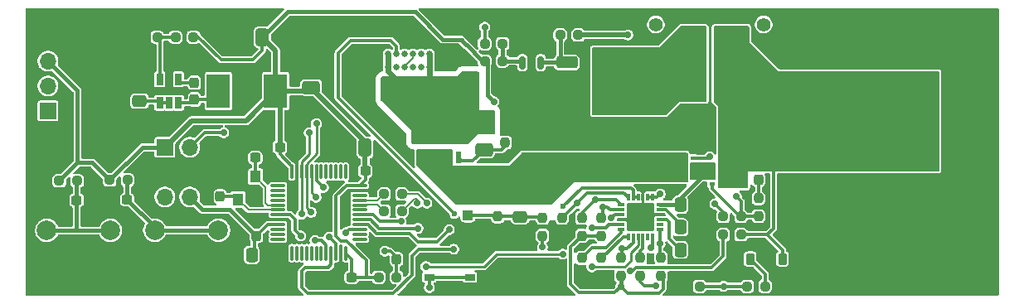
<source format=gbr>
%TF.GenerationSoftware,KiCad,Pcbnew,9.0.6-unknown-202512120022~866d92e1f6~ubuntu24.04.1*%
%TF.CreationDate,2026-01-02T23:01:16+02:00*%
%TF.ProjectId,TalTechHeat,54616c54-6563-4684-9865-61742e6b6963,rev?*%
%TF.SameCoordinates,Original*%
%TF.FileFunction,Copper,L1,Top*%
%TF.FilePolarity,Positive*%
%FSLAX46Y46*%
G04 Gerber Fmt 4.6, Leading zero omitted, Abs format (unit mm)*
G04 Created by KiCad (PCBNEW 9.0.6-unknown-202512120022~866d92e1f6~ubuntu24.04.1) date 2026-01-02 23:01:16*
%MOMM*%
%LPD*%
G01*
G04 APERTURE LIST*
G04 Aperture macros list*
%AMRoundRect*
0 Rectangle with rounded corners*
0 $1 Rounding radius*
0 $2 $3 $4 $5 $6 $7 $8 $9 X,Y pos of 4 corners*
0 Add a 4 corners polygon primitive as box body*
4,1,4,$2,$3,$4,$5,$6,$7,$8,$9,$2,$3,0*
0 Add four circle primitives for the rounded corners*
1,1,$1+$1,$2,$3*
1,1,$1+$1,$4,$5*
1,1,$1+$1,$6,$7*
1,1,$1+$1,$8,$9*
0 Add four rect primitives between the rounded corners*
20,1,$1+$1,$2,$3,$4,$5,0*
20,1,$1+$1,$4,$5,$6,$7,0*
20,1,$1+$1,$6,$7,$8,$9,0*
20,1,$1+$1,$8,$9,$2,$3,0*%
%AMRotRect*
0 Rectangle, with rotation*
0 The origin of the aperture is its center*
0 $1 length*
0 $2 width*
0 $3 Rotation angle, in degrees counterclockwise*
0 Add horizontal line*
21,1,$1,$2,0,0,$3*%
G04 Aperture macros list end*
%TA.AperFunction,SMDPad,CuDef*%
%ADD10RoundRect,0.225000X-0.225000X-0.375000X0.225000X-0.375000X0.225000X0.375000X-0.225000X0.375000X0*%
%TD*%
%TA.AperFunction,SMDPad,CuDef*%
%ADD11RoundRect,0.250000X-0.337500X-0.475000X0.337500X-0.475000X0.337500X0.475000X-0.337500X0.475000X0*%
%TD*%
%TA.AperFunction,SMDPad,CuDef*%
%ADD12R,0.600000X0.400000*%
%TD*%
%TA.AperFunction,SMDPad,CuDef*%
%ADD13R,2.350000X2.800000*%
%TD*%
%TA.AperFunction,SMDPad,CuDef*%
%ADD14RoundRect,0.237500X0.237500X-0.250000X0.237500X0.250000X-0.237500X0.250000X-0.237500X-0.250000X0*%
%TD*%
%TA.AperFunction,SMDPad,CuDef*%
%ADD15RoundRect,0.237500X0.300000X0.237500X-0.300000X0.237500X-0.300000X-0.237500X0.300000X-0.237500X0*%
%TD*%
%TA.AperFunction,ComponentPad*%
%ADD16R,1.700000X1.700000*%
%TD*%
%TA.AperFunction,ComponentPad*%
%ADD17O,1.700000X1.700000*%
%TD*%
%TA.AperFunction,SMDPad,CuDef*%
%ADD18RoundRect,0.250000X0.650000X-0.412500X0.650000X0.412500X-0.650000X0.412500X-0.650000X-0.412500X0*%
%TD*%
%TA.AperFunction,SMDPad,CuDef*%
%ADD19RoundRect,0.237500X-0.250000X-0.237500X0.250000X-0.237500X0.250000X0.237500X-0.250000X0.237500X0*%
%TD*%
%TA.AperFunction,ComponentPad*%
%ADD20RotRect,1.000000X1.000000X45.000000*%
%TD*%
%TA.AperFunction,ComponentPad*%
%ADD21C,1.000000*%
%TD*%
%TA.AperFunction,SMDPad,CuDef*%
%ADD22RoundRect,0.237500X0.250000X0.237500X-0.250000X0.237500X-0.250000X-0.237500X0.250000X-0.237500X0*%
%TD*%
%TA.AperFunction,SMDPad,CuDef*%
%ADD23R,1.100000X1.300000*%
%TD*%
%TA.AperFunction,SMDPad,CuDef*%
%ADD24RoundRect,0.237500X-0.237500X0.250000X-0.237500X-0.250000X0.237500X-0.250000X0.237500X0.250000X0*%
%TD*%
%TA.AperFunction,SMDPad,CuDef*%
%ADD25RoundRect,0.150000X-0.512500X-0.150000X0.512500X-0.150000X0.512500X0.150000X-0.512500X0.150000X0*%
%TD*%
%TA.AperFunction,ComponentPad*%
%ADD26C,2.000000*%
%TD*%
%TA.AperFunction,SMDPad,CuDef*%
%ADD27R,1.050000X0.650000*%
%TD*%
%TA.AperFunction,SMDPad,CuDef*%
%ADD28R,0.300000X0.800000*%
%TD*%
%TA.AperFunction,SMDPad,CuDef*%
%ADD29R,0.800000X0.300000*%
%TD*%
%TA.AperFunction,SMDPad,CuDef*%
%ADD30R,2.800000X2.800000*%
%TD*%
%TA.AperFunction,SMDPad,CuDef*%
%ADD31RoundRect,0.237500X0.237500X-0.300000X0.237500X0.300000X-0.237500X0.300000X-0.237500X-0.300000X0*%
%TD*%
%TA.AperFunction,SMDPad,CuDef*%
%ADD32R,1.270000X0.610000*%
%TD*%
%TA.AperFunction,SMDPad,CuDef*%
%ADD33R,4.420000X3.810000*%
%TD*%
%TA.AperFunction,SMDPad,CuDef*%
%ADD34R,0.610000X1.270000*%
%TD*%
%TA.AperFunction,SMDPad,CuDef*%
%ADD35RoundRect,0.237500X-0.237500X0.300000X-0.237500X-0.300000X0.237500X-0.300000X0.237500X0.300000X0*%
%TD*%
%TA.AperFunction,SMDPad,CuDef*%
%ADD36RoundRect,0.237500X-0.300000X-0.237500X0.300000X-0.237500X0.300000X0.237500X-0.300000X0.237500X0*%
%TD*%
%TA.AperFunction,ComponentPad*%
%ADD37O,0.900000X2.400000*%
%TD*%
%TA.AperFunction,ComponentPad*%
%ADD38O,0.900000X1.700000*%
%TD*%
%TA.AperFunction,ComponentPad*%
%ADD39C,0.650000*%
%TD*%
%TA.AperFunction,SMDPad,CuDef*%
%ADD40RoundRect,0.075000X-0.662500X-0.075000X0.662500X-0.075000X0.662500X0.075000X-0.662500X0.075000X0*%
%TD*%
%TA.AperFunction,SMDPad,CuDef*%
%ADD41RoundRect,0.075000X-0.075000X-0.662500X0.075000X-0.662500X0.075000X0.662500X-0.075000X0.662500X0*%
%TD*%
%TA.AperFunction,SMDPad,CuDef*%
%ADD42RoundRect,0.250000X-0.475000X0.337500X-0.475000X-0.337500X0.475000X-0.337500X0.475000X0.337500X0*%
%TD*%
%TA.AperFunction,SMDPad,CuDef*%
%ADD43RoundRect,0.250000X0.300000X-0.300000X0.300000X0.300000X-0.300000X0.300000X-0.300000X-0.300000X0*%
%TD*%
%TA.AperFunction,ComponentPad*%
%ADD44RotRect,1.000000X1.000000X315.000000*%
%TD*%
%TA.AperFunction,SMDPad,CuDef*%
%ADD45RoundRect,0.150000X-0.150000X0.512500X-0.150000X-0.512500X0.150000X-0.512500X0.150000X0.512500X0*%
%TD*%
%TA.AperFunction,SMDPad,CuDef*%
%ADD46RoundRect,0.250000X0.475000X-0.337500X0.475000X0.337500X-0.475000X0.337500X-0.475000X-0.337500X0*%
%TD*%
%TA.AperFunction,SMDPad,CuDef*%
%ADD47RoundRect,0.250000X0.412500X0.650000X-0.412500X0.650000X-0.412500X-0.650000X0.412500X-0.650000X0*%
%TD*%
%TA.AperFunction,SMDPad,CuDef*%
%ADD48R,0.700000X1.200000*%
%TD*%
%TA.AperFunction,SMDPad,CuDef*%
%ADD49RoundRect,0.250000X-1.275000X-1.125000X1.275000X-1.125000X1.275000X1.125000X-1.275000X1.125000X0*%
%TD*%
%TA.AperFunction,SMDPad,CuDef*%
%ADD50RoundRect,0.249997X-2.950003X-2.650003X2.950003X-2.650003X2.950003X2.650003X-2.950003X2.650003X0*%
%TD*%
%TA.AperFunction,SMDPad,CuDef*%
%ADD51RoundRect,0.250000X-0.850000X-0.350000X0.850000X-0.350000X0.850000X0.350000X-0.850000X0.350000X0*%
%TD*%
%TA.AperFunction,SMDPad,CuDef*%
%ADD52RoundRect,0.250000X-0.412500X-0.650000X0.412500X-0.650000X0.412500X0.650000X-0.412500X0.650000X0*%
%TD*%
%TA.AperFunction,SMDPad,CuDef*%
%ADD53R,2.413000X3.429000*%
%TD*%
%TA.AperFunction,SMDPad,CuDef*%
%ADD54RoundRect,0.250000X-0.650000X0.412500X-0.650000X-0.412500X0.650000X-0.412500X0.650000X0.412500X0*%
%TD*%
%TA.AperFunction,SMDPad,CuDef*%
%ADD55RoundRect,0.225000X0.225000X0.375000X-0.225000X0.375000X-0.225000X-0.375000X0.225000X-0.375000X0*%
%TD*%
%TA.AperFunction,ComponentPad*%
%ADD56C,1.400000*%
%TD*%
%TA.AperFunction,ComponentPad*%
%ADD57R,3.500000X3.500000*%
%TD*%
%TA.AperFunction,ComponentPad*%
%ADD58C,3.500000*%
%TD*%
%TA.AperFunction,ViaPad*%
%ADD59C,0.700000*%
%TD*%
%TA.AperFunction,ViaPad*%
%ADD60C,0.600000*%
%TD*%
%TA.AperFunction,Conductor*%
%ADD61C,0.300000*%
%TD*%
%TA.AperFunction,Conductor*%
%ADD62C,0.400000*%
%TD*%
%TA.AperFunction,Conductor*%
%ADD63C,0.500000*%
%TD*%
%TA.AperFunction,Conductor*%
%ADD64C,0.200000*%
%TD*%
%TA.AperFunction,Conductor*%
%ADD65C,0.600000*%
%TD*%
%TA.AperFunction,Conductor*%
%ADD66C,0.270000*%
%TD*%
G04 APERTURE END LIST*
D10*
%TO.P,D1,1,K*%
%TO.N,+20V_D*%
X225775000Y-111625000D03*
%TO.P,D1,2,A*%
%TO.N,+20V*%
X229075000Y-111625000D03*
%TD*%
D11*
%TO.P,C21,1*%
%TO.N,+2V7*%
X218650000Y-108375000D03*
%TO.P,C21,2*%
%TO.N,GND*%
X220725000Y-108375000D03*
%TD*%
D12*
%TO.P,Q3,1,D*%
%TO.N,+20V*%
X224850000Y-103925000D03*
X224850000Y-103275000D03*
X224850000Y-102625000D03*
X224850000Y-101975000D03*
D13*
X223725000Y-102950000D03*
D12*
%TO.P,Q3,2,G*%
%TO.N,Net-(Q2-G)*%
X221900000Y-103925000D03*
%TO.P,Q3,3,S*%
%TO.N,PD_VDD*%
X221900000Y-103275000D03*
X221900000Y-102625000D03*
X221900000Y-101975000D03*
%TD*%
D14*
%TO.P,R19,1*%
%TO.N,GND*%
X208575000Y-113337500D03*
%TO.P,R19,2*%
%TO.N,Net-(U4-ADDR0)*%
X208575000Y-111512500D03*
%TD*%
D15*
%TO.P,C26,1*%
%TO.N,/BUT2*%
X162150000Y-105550000D03*
%TO.P,C26,2*%
%TO.N,GND*%
X160425000Y-105550000D03*
%TD*%
D16*
%TO.P,J1,1,Pin_1*%
%TO.N,+3.3V*%
X166010000Y-100195000D03*
D17*
%TO.P,J1,2,Pin_2*%
%TO.N,/BOOT0*%
X168550000Y-100195000D03*
%TO.P,J1,3,Pin_3*%
%TO.N,GND*%
X166010000Y-102735000D03*
%TO.P,J1,4,Pin_4*%
X168550000Y-102735000D03*
%TO.P,J1,5,Pin_5*%
%TO.N,/BOOT1*%
X166010000Y-105275000D03*
%TO.P,J1,6,Pin_6*%
%TO.N,+3.3V*%
X168550000Y-105275000D03*
%TD*%
D14*
%TO.P,R18,1*%
%TO.N,GND*%
X210575000Y-113337500D03*
%TO.P,R18,2*%
%TO.N,Net-(U4-ADDR1)*%
X210575000Y-111512500D03*
%TD*%
D18*
%TO.P,C2,1*%
%TO.N,+3.3V*%
X180950000Y-94100000D03*
%TO.P,C2,2*%
%TO.N,GND*%
X180950000Y-90975000D03*
%TD*%
D19*
%TO.P,R25,1*%
%TO.N,+3.3V*%
X155225000Y-103625000D03*
%TO.P,R25,2*%
%TO.N,/BUT1*%
X157050000Y-103625000D03*
%TD*%
D20*
%TO.P,C15,1*%
%TO.N,+20V*%
X243682233Y-93467767D03*
D21*
%TO.P,C15,2*%
%TO.N,GND*%
X247217767Y-89932233D03*
%TD*%
D22*
%TO.P,R23,1*%
%TO.N,+20V*%
X208200000Y-88712500D03*
%TO.P,R23,2*%
%TO.N,Net-(Q4-G)*%
X206375000Y-88712500D03*
%TD*%
D23*
%TO.P,Y1,1,1*%
%TO.N,/OSC_IN*%
X175275000Y-103212500D03*
%TO.P,Y1,2,2*%
%TO.N,GND*%
X175275000Y-105512500D03*
%TO.P,Y1,3,3*%
%TO.N,/OSC_OUT*%
X173475000Y-105512500D03*
%TO.P,Y1,4,4*%
%TO.N,GND*%
X173475000Y-103212500D03*
%TD*%
D24*
%TO.P,R16,1*%
%TO.N,Net-(D3-K)*%
X204575000Y-107412500D03*
%TO.P,R16,2*%
%TO.N,Net-(U4-VBUS_VS_DISCH)*%
X204575000Y-109237500D03*
%TD*%
D25*
%TO.P,D2,1,A1*%
%TO.N,GND*%
X220987500Y-97275000D03*
%TO.P,D2,2,A2*%
X220987500Y-99175000D03*
%TO.P,D2,3,A3*%
%TO.N,+20V*%
X223262500Y-98225000D03*
%TD*%
D19*
%TO.P,R7,1*%
%TO.N,GND*%
X218787500Y-114400000D03*
%TO.P,R7,2*%
%TO.N,/VCC-DIV*%
X220612500Y-114400000D03*
%TD*%
D20*
%TO.P,C16,1*%
%TO.N,+20V*%
X231982233Y-93467767D03*
D21*
%TO.P,C16,2*%
%TO.N,GND*%
X235517767Y-89932233D03*
%TD*%
D26*
%TO.P,SW2,1,1*%
%TO.N,/BUT1*%
X153950000Y-108700000D03*
X160450000Y-108700000D03*
%TO.P,SW2,2,2*%
%TO.N,GND*%
X153950000Y-113200000D03*
X160450000Y-113200000D03*
%TD*%
D19*
%TO.P,R22,1*%
%TO.N,/PWM*%
X198662500Y-89600000D03*
%TO.P,R22,2*%
%TO.N,Net-(Q5-B)*%
X200487500Y-89600000D03*
%TD*%
D26*
%TO.P,SW3,1,1*%
%TO.N,/BUT2*%
X164975000Y-108675000D03*
X171475000Y-108675000D03*
%TO.P,SW3,2,2*%
%TO.N,GND*%
X164975000Y-113175000D03*
X171475000Y-113175000D03*
%TD*%
D27*
%TO.P,SW1,1,1*%
%TO.N,/NRST*%
X197150000Y-113475000D03*
X193000000Y-113475000D03*
%TO.P,SW1,2,2*%
%TO.N,GND*%
X197150000Y-111325000D03*
X193025000Y-111325000D03*
%TD*%
D28*
%TO.P,U4,1,CC1DB*%
%TO.N,/CC1*%
X215825000Y-105325000D03*
%TO.P,U4,2,CC1*%
X215325000Y-105325000D03*
%TO.P,U4,3,NC*%
%TO.N,GND*%
X214825000Y-105325000D03*
%TO.P,U4,4,CC2*%
%TO.N,/CC2*%
X214325000Y-105325000D03*
%TO.P,U4,5,CC2DB*%
X213825000Y-105325000D03*
%TO.P,U4,6,RESET*%
%TO.N,/PD_RST*%
X213325000Y-105325000D03*
D29*
%TO.P,U4,7,SCL*%
%TO.N,/SCL*%
X212575000Y-106075000D03*
%TO.P,U4,8,SDA*%
%TO.N,/SDA*%
X212575000Y-106575000D03*
%TO.P,U4,9,DISCH*%
%TO.N,Net-(U4-DISCH)*%
X212575000Y-107075000D03*
%TO.P,U4,10,GND*%
%TO.N,GND*%
X212575000Y-107575000D03*
%TO.P,U4,11,ATTACH*%
%TO.N,/PD_ATTACH*%
X212575000Y-108075000D03*
%TO.P,U4,12,ADDR0*%
%TO.N,Net-(U4-ADDR0)*%
X212575000Y-108575000D03*
D28*
%TO.P,U4,13,ADDR1*%
%TO.N,Net-(U4-ADDR1)*%
X213325000Y-109325000D03*
%TO.P,U4,14,POWER_OK3*%
%TO.N,/POWER_OK_3*%
X213825000Y-109325000D03*
%TO.P,U4,15,GPIO*%
%TO.N,/PD_GPIO*%
X214325000Y-109325000D03*
%TO.P,U4,16,VBUS_EN_SNK*%
%TO.N,Net-(U4-VBUS_EN_SNK)*%
X214825000Y-109325000D03*
%TO.P,U4,17,A_B_SIDE*%
%TO.N,unconnected-(U4-A_B_SIDE-Pad17)*%
X215325000Y-109325000D03*
%TO.P,U4,18,VBUS_VS_DISCH*%
%TO.N,Net-(U4-VBUS_VS_DISCH)*%
X215825000Y-109325000D03*
D29*
%TO.P,U4,19,ALERT*%
%TO.N,/PD_ALERT*%
X216575000Y-108575000D03*
%TO.P,U4,20,POWER_OK2*%
%TO.N,unconnected-(U4-POWER_OK2-Pad20)*%
X216575000Y-108075000D03*
%TO.P,U4,21,VREG_1V2*%
%TO.N,+1V2*%
X216575000Y-107575000D03*
%TO.P,U4,22,VSYS*%
%TO.N,GND*%
X216575000Y-107075000D03*
%TO.P,U4,23,VREG_2V7*%
%TO.N,+2V7*%
X216575000Y-106575000D03*
%TO.P,U4,24,VDD*%
%TO.N,PD_VDD*%
X216575000Y-106075000D03*
D30*
%TO.P,U4,25,EPAD_GND*%
%TO.N,GND*%
X214575000Y-107325000D03*
%TD*%
D31*
%TO.P,C11,1*%
%TO.N,/NRST*%
X189650000Y-111637500D03*
%TO.P,C11,2*%
%TO.N,GND*%
X189650000Y-109912500D03*
%TD*%
D32*
%TO.P,Q1,1,D*%
%TO.N,VBUS*%
X191960000Y-99285000D03*
X196300000Y-99285000D03*
D33*
X194130000Y-97865000D03*
D32*
X191960000Y-96850000D03*
X196300000Y-96850000D03*
D34*
X192225000Y-95573000D03*
X193495000Y-95573000D03*
X194765000Y-95573000D03*
X196035000Y-95573000D03*
%TO.P,Q1,2,G*%
%TO.N,Net-(Q1-G)*%
X196035000Y-101225000D03*
%TO.P,Q1,3,S*%
%TO.N,/PD_IN*%
X192225000Y-101225000D03*
X193495000Y-101225000D03*
X194765000Y-101225000D03*
%TD*%
D35*
%TO.P,C19,1*%
%TO.N,+20V*%
X226625000Y-101787500D03*
%TO.P,C19,2*%
%TO.N,Net-(C19-Pad2)*%
X226625000Y-103512500D03*
%TD*%
D36*
%TO.P,C6,1*%
%TO.N,+3.3V*%
X186472379Y-102600000D03*
%TO.P,C6,2*%
%TO.N,GND*%
X188197381Y-102600000D03*
%TD*%
D11*
%TO.P,C23,1*%
%TO.N,PD_VDD*%
X218650000Y-106075000D03*
%TO.P,C23,2*%
%TO.N,GND*%
X220725000Y-106075000D03*
%TD*%
D22*
%TO.P,R12,1*%
%TO.N,+20V*%
X224850000Y-109125000D03*
%TO.P,R12,2*%
%TO.N,Net-(U4-DISCH)*%
X223025000Y-109125000D03*
%TD*%
D37*
%TO.P,U3,0,case*%
%TO.N,GND*%
X195250000Y-91050000D03*
D38*
X195250000Y-87670000D03*
D37*
X186600000Y-91000000D03*
D38*
X186600000Y-87670000D03*
D39*
%TO.P,U3,A1,GND*%
X193900000Y-91980000D03*
%TO.P,U3,A4,VBUS*%
%TO.N,VBUS*%
X193050000Y-91980000D03*
%TO.P,U3,A5,CC1*%
%TO.N,/CC1*%
X192200000Y-91980000D03*
%TO.P,U3,A6,DP1*%
%TO.N,/U_P*%
X191350000Y-91980000D03*
%TO.P,U3,A7,DN1*%
%TO.N,/U_N*%
X190500000Y-91980000D03*
%TO.P,U3,A8,SBU1*%
%TO.N,unconnected-(U3-SBU1-PadA8)*%
X189650000Y-91980000D03*
%TO.P,U3,A9,VBUS*%
%TO.N,VBUS*%
X188800000Y-91980000D03*
%TO.P,U3,A12,GND*%
%TO.N,GND*%
X187950000Y-91980000D03*
%TO.P,U3,B1,GND*%
X187950000Y-90630000D03*
%TO.P,U3,B4,VBUS*%
%TO.N,VBUS*%
X188800000Y-90630000D03*
%TO.P,U3,B5,CC2*%
%TO.N,/CC2*%
X189650000Y-90630000D03*
%TO.P,U3,B6,DP2*%
%TO.N,/U_P*%
X190500000Y-90630000D03*
%TO.P,U3,B7,DN2*%
%TO.N,/U_N*%
X191350000Y-90630000D03*
%TO.P,U3,B8,SBU2*%
%TO.N,unconnected-(U3-SBU2-PadB8)*%
X192200000Y-90630000D03*
%TO.P,U3,B9,VBUS*%
%TO.N,VBUS*%
X193050000Y-90630000D03*
%TO.P,U3,B12,GND*%
%TO.N,GND*%
X193900000Y-90630000D03*
%TD*%
D40*
%TO.P,U1,1,VBAT*%
%TO.N,unconnected-(U1-VBAT-Pad1)*%
X177562500Y-104100000D03*
%TO.P,U1,2,PC13*%
%TO.N,unconnected-(U1-PC13-Pad2)*%
X177562500Y-104600000D03*
%TO.P,U1,3,PC14*%
%TO.N,unconnected-(U1-PC14-Pad3)*%
X177562500Y-105100000D03*
%TO.P,U1,4,PC15*%
%TO.N,unconnected-(U1-PC15-Pad4)*%
X177562500Y-105600000D03*
%TO.P,U1,5,PD0*%
%TO.N,/OSC_IN*%
X177562500Y-106100000D03*
%TO.P,U1,6,PD1*%
%TO.N,/OSC_OUT*%
X177562500Y-106600000D03*
%TO.P,U1,7,NRST*%
%TO.N,/NRST*%
X177562500Y-107100000D03*
%TO.P,U1,8,VSSA*%
%TO.N,GND*%
X177562500Y-107600000D03*
%TO.P,U1,9,VDDA*%
%TO.N,+3.3V*%
X177562500Y-108100000D03*
%TO.P,U1,10,PA0*%
%TO.N,unconnected-(U1-PA0-Pad10)*%
X177562500Y-108600000D03*
%TO.P,U1,11,PA1*%
%TO.N,unconnected-(U1-PA1-Pad11)*%
X177562500Y-109100000D03*
%TO.P,U1,12,PA2*%
%TO.N,unconnected-(U1-PA2-Pad12)*%
X177562500Y-109600000D03*
D41*
%TO.P,U1,13,PA3*%
%TO.N,unconnected-(U1-PA3-Pad13)*%
X178975000Y-111012500D03*
%TO.P,U1,14,PA4*%
%TO.N,unconnected-(U1-PA4-Pad14)*%
X179475000Y-111012500D03*
%TO.P,U1,15,PA5*%
%TO.N,unconnected-(U1-PA5-Pad15)*%
X179975000Y-111012500D03*
%TO.P,U1,16,PA6*%
%TO.N,unconnected-(U1-PA6-Pad16)*%
X180475000Y-111012500D03*
%TO.P,U1,17,PA7*%
%TO.N,unconnected-(U1-PA7-Pad17)*%
X180975000Y-111012500D03*
%TO.P,U1,18,PB0*%
%TO.N,unconnected-(U1-PB0-Pad18)*%
X181475000Y-111012500D03*
%TO.P,U1,19,PB1*%
%TO.N,unconnected-(U1-PB1-Pad19)*%
X181975000Y-111012500D03*
%TO.P,U1,20,PB2*%
%TO.N,/BOOT1*%
X182475000Y-111012500D03*
%TO.P,U1,21,PB10*%
%TO.N,/PD_ALERT*%
X182975000Y-111012500D03*
%TO.P,U1,22,PB11*%
%TO.N,/PD_RST*%
X183475000Y-111012500D03*
%TO.P,U1,23,VSS*%
%TO.N,GND*%
X183975000Y-111012500D03*
%TO.P,U1,24,VDD*%
%TO.N,+3.3V*%
X184475000Y-111012500D03*
D40*
%TO.P,U1,25,PB12*%
%TO.N,unconnected-(U1-PB12-Pad25)*%
X185887500Y-109600000D03*
%TO.P,U1,26,PB13*%
%TO.N,unconnected-(U1-PB13-Pad26)*%
X185887500Y-109100000D03*
%TO.P,U1,27,PB14*%
%TO.N,/PD_GPIO*%
X185887500Y-108600000D03*
%TO.P,U1,28,PB15*%
%TO.N,/PD_ATTACH*%
X185887500Y-108100000D03*
%TO.P,U1,29,PA8*%
%TO.N,/POWER_OK_3*%
X185887500Y-107600000D03*
%TO.P,U1,30,PA9*%
%TO.N,/VCC-DIV*%
X185887500Y-107100000D03*
%TO.P,U1,31,PA10*%
%TO.N,unconnected-(U1-PA10-Pad31)*%
X185887500Y-106600000D03*
%TO.P,U1,32,PA11*%
%TO.N,/D_N*%
X185887500Y-106100000D03*
%TO.P,U1,33,PA12*%
%TO.N,/D_P*%
X185887500Y-105600000D03*
%TO.P,U1,34,PA13*%
%TO.N,unconnected-(U1-PA13-Pad34)*%
X185887500Y-105100000D03*
%TO.P,U1,35,VSS*%
%TO.N,GND*%
X185887500Y-104600000D03*
%TO.P,U1,36,VDD*%
%TO.N,+3.3V*%
X185887500Y-104100000D03*
D41*
%TO.P,U1,37,PA14*%
%TO.N,unconnected-(U1-PA14-Pad37)*%
X184475000Y-102687500D03*
%TO.P,U1,38,PA15*%
%TO.N,unconnected-(U1-PA15-Pad38)*%
X183975000Y-102687500D03*
%TO.P,U1,39,PB3*%
%TO.N,unconnected-(U1-PB3-Pad39)*%
X183475000Y-102687500D03*
%TO.P,U1,40,PB4*%
%TO.N,unconnected-(U1-PB4-Pad40)*%
X182975000Y-102687500D03*
%TO.P,U1,41,PB5*%
%TO.N,unconnected-(U1-PB5-Pad41)*%
X182475000Y-102687500D03*
%TO.P,U1,42,PB6*%
%TO.N,unconnected-(U1-PB6-Pad42)*%
X181975000Y-102687500D03*
%TO.P,U1,43,PB7*%
%TO.N,/PWM*%
X181475000Y-102687500D03*
%TO.P,U1,44,BOOT0*%
%TO.N,/BOOT0*%
X180975000Y-102687500D03*
%TO.P,U1,45,PB8*%
%TO.N,/SCL*%
X180475000Y-102687500D03*
%TO.P,U1,46,PB9*%
%TO.N,/SDA*%
X179975000Y-102687500D03*
%TO.P,U1,47,VSS*%
%TO.N,GND*%
X179475000Y-102687500D03*
%TO.P,U1,48,VDD*%
%TO.N,+3.3V*%
X178975000Y-102687500D03*
%TD*%
D19*
%TO.P,R6,1*%
%TO.N,/VCC-DIV*%
X225475000Y-114400000D03*
%TO.P,R6,2*%
%TO.N,+20V_D*%
X227300000Y-114400000D03*
%TD*%
D24*
%TO.P,R10,1*%
%TO.N,/SCL*%
X208575000Y-107412500D03*
%TO.P,R10,2*%
%TO.N,+3.3V*%
X208575000Y-109237500D03*
%TD*%
%TO.P,R11,1*%
%TO.N,/PD_ALERT*%
X216675000Y-111512500D03*
%TO.P,R11,2*%
%TO.N,+3.3V*%
X216675000Y-113337500D03*
%TD*%
D31*
%TO.P,C9,1*%
%TO.N,+3.3V*%
X175350000Y-109250000D03*
%TO.P,C9,2*%
%TO.N,GND*%
X175350000Y-107525000D03*
%TD*%
D14*
%TO.P,R15,1*%
%TO.N,Net-(Q2-G)*%
X226625000Y-107237500D03*
%TO.P,R15,2*%
%TO.N,Net-(C19-Pad2)*%
X226625000Y-105412500D03*
%TD*%
D35*
%TO.P,C4,1*%
%TO.N,Net-(U2-BST)*%
X169025000Y-93587500D03*
%TO.P,C4,2*%
%TO.N,Net-(U2-SW)*%
X169025000Y-95312500D03*
%TD*%
D24*
%TO.P,R17,1*%
%TO.N,/PD_IN*%
X200000000Y-105450000D03*
%TO.P,R17,2*%
%TO.N,Net-(D3-K)*%
X200000000Y-107275000D03*
%TD*%
D16*
%TO.P,J2,1,Pin_1*%
%TO.N,/SDA*%
X154075000Y-96470000D03*
D17*
%TO.P,J2,2,Pin_2*%
%TO.N,/SCL*%
X154075000Y-93930000D03*
%TO.P,J2,3,Pin_3*%
%TO.N,+3.3V*%
X154075000Y-91390000D03*
%TO.P,J2,4,Pin_4*%
%TO.N,GND*%
X154075000Y-88850000D03*
%TD*%
D42*
%TO.P,C24,1*%
%TO.N,Net-(D3-K)*%
X202275000Y-107287500D03*
%TO.P,C24,2*%
%TO.N,GND*%
X202275000Y-109362500D03*
%TD*%
D19*
%TO.P,R20,1*%
%TO.N,+3.3V*%
X198662500Y-91375000D03*
%TO.P,R20,2*%
%TO.N,Net-(Q5-B)*%
X200487500Y-91375000D03*
%TD*%
D31*
%TO.P,C13,1*%
%TO.N,/OSC_OUT*%
X171650000Y-105225000D03*
%TO.P,C13,2*%
%TO.N,GND*%
X171650000Y-103500000D03*
%TD*%
D19*
%TO.P,R2,1*%
%TO.N,Net-(U2-FB)*%
X167087500Y-88950000D03*
%TO.P,R2,2*%
%TO.N,+3.3V*%
X168912500Y-88950000D03*
%TD*%
%TO.P,R26,1*%
%TO.N,+3.3V*%
X160375000Y-103550000D03*
%TO.P,R26,2*%
%TO.N,/BUT2*%
X162200000Y-103550000D03*
%TD*%
%TO.P,R3,1*%
%TO.N,/D_N*%
X188387500Y-106700000D03*
%TO.P,R3,2*%
%TO.N,/U_N*%
X190212500Y-106700000D03*
%TD*%
D12*
%TO.P,Q2,1,D*%
%TO.N,/PD_IN*%
X217025000Y-101325000D03*
X217025000Y-101975000D03*
X217025000Y-102625000D03*
X217025000Y-103275000D03*
D13*
X218150000Y-102300000D03*
D12*
%TO.P,Q2,2,G*%
%TO.N,Net-(Q2-G)*%
X219975000Y-101325000D03*
%TO.P,Q2,3,S*%
%TO.N,PD_VDD*%
X219975000Y-101975000D03*
X219975000Y-102625000D03*
X219975000Y-103275000D03*
%TD*%
D43*
%TO.P,D3,1,K*%
%TO.N,Net-(D3-K)*%
X196950000Y-107125000D03*
%TO.P,D3,2,A*%
%TO.N,/PD_IN*%
X196950000Y-104325000D03*
%TD*%
D44*
%TO.P,C17,1*%
%TO.N,+20V*%
X231982233Y-101632233D03*
D21*
%TO.P,C17,2*%
%TO.N,GND*%
X235517767Y-105167767D03*
%TD*%
D25*
%TO.P,D4,1,A1*%
%TO.N,GND*%
X186625000Y-94050000D03*
%TO.P,D4,2,A2*%
X186625000Y-95950000D03*
%TO.P,D4,3,A3*%
%TO.N,VBUS*%
X188900000Y-95000000D03*
%TD*%
D19*
%TO.P,R14,1*%
%TO.N,PD_VDD*%
X223025000Y-107250000D03*
%TO.P,R14,2*%
%TO.N,Net-(Q2-G)*%
X224850000Y-107250000D03*
%TD*%
D45*
%TO.P,Q5,1,C*%
%TO.N,Net-(Q4-G)*%
X204400000Y-91550000D03*
%TO.P,Q5,2,B*%
%TO.N,Net-(Q5-B)*%
X202500000Y-91550000D03*
%TO.P,Q5,3,E*%
%TO.N,GND*%
X203450000Y-93825000D03*
%TD*%
D46*
%TO.P,C3,1*%
%TO.N,+24V_D*%
X163425000Y-95487500D03*
%TO.P,C3,2*%
%TO.N,GND*%
X163425000Y-93412500D03*
%TD*%
D44*
%TO.P,C14,1*%
%TO.N,+20V*%
X243682233Y-101632233D03*
D21*
%TO.P,C14,2*%
%TO.N,GND*%
X247217767Y-105167767D03*
%TD*%
D47*
%TO.P,C8,1*%
%TO.N,+3.3V*%
X186450000Y-100237500D03*
%TO.P,C8,2*%
%TO.N,GND*%
X183325000Y-100237500D03*
%TD*%
D24*
%TO.P,R5,1*%
%TO.N,GND*%
X200775000Y-97887500D03*
%TO.P,R5,2*%
%TO.N,Net-(Q1-G)*%
X200775000Y-99712500D03*
%TD*%
D14*
%TO.P,R8,1*%
%TO.N,GND*%
X206575000Y-109237500D03*
%TO.P,R8,2*%
%TO.N,/PD_RST*%
X206575000Y-107412500D03*
%TD*%
D15*
%TO.P,C12,1*%
%TO.N,/OSC_IN*%
X175237500Y-101262500D03*
%TO.P,C12,2*%
%TO.N,GND*%
X173512500Y-101262500D03*
%TD*%
D14*
%TO.P,R13,1*%
%TO.N,Net-(Q2-G)*%
X214575000Y-113337500D03*
%TO.P,R13,2*%
%TO.N,Net-(U4-VBUS_EN_SNK)*%
X214575000Y-111512500D03*
%TD*%
D24*
%TO.P,R9,1*%
%TO.N,/SDA*%
X210575000Y-107412500D03*
%TO.P,R9,2*%
%TO.N,+3.3V*%
X210575000Y-109237500D03*
%TD*%
D48*
%TO.P,U2,1,BST*%
%TO.N,Net-(U2-BST)*%
X167400000Y-93250000D03*
%TO.P,U2,2,GND*%
%TO.N,GND*%
X166450000Y-93250000D03*
%TO.P,U2,3,FB*%
%TO.N,Net-(U2-FB)*%
X165500000Y-93250000D03*
%TO.P,U2,4,EN*%
%TO.N,+24V_D*%
X165500000Y-95650000D03*
%TO.P,U2,5,VIN*%
X166450000Y-95650000D03*
%TO.P,U2,6,SW*%
%TO.N,Net-(U2-SW)*%
X167400000Y-95650000D03*
%TD*%
D49*
%TO.P,Q4,1,D*%
%TO.N,/RETURN_HEAT*%
X211675000Y-92287500D03*
X211675000Y-95337500D03*
D50*
X213350000Y-93812500D03*
D49*
X215025000Y-92287500D03*
X215025000Y-95337500D03*
D51*
%TO.P,Q4,2,G*%
%TO.N,Net-(Q4-G)*%
X207050000Y-91532500D03*
%TO.P,Q4,3,S*%
%TO.N,GND*%
X207050000Y-96092500D03*
%TD*%
D47*
%TO.P,C1,1*%
%TO.N,+3.3V*%
X175962500Y-88950000D03*
%TO.P,C1,2*%
%TO.N,GND*%
X172837500Y-88950000D03*
%TD*%
D36*
%TO.P,C7,1*%
%TO.N,+3.3V*%
X177750000Y-100187500D03*
%TO.P,C7,2*%
%TO.N,GND*%
X179475000Y-100187500D03*
%TD*%
D15*
%TO.P,C5,1*%
%TO.N,+3.3V*%
X185087500Y-113487500D03*
%TO.P,C5,2*%
%TO.N,GND*%
X183362500Y-113487500D03*
%TD*%
D19*
%TO.P,R1,1*%
%TO.N,GND*%
X163412500Y-88950000D03*
%TO.P,R1,2*%
%TO.N,Net-(U2-FB)*%
X165237500Y-88950000D03*
%TD*%
D52*
%TO.P,C20,1*%
%TO.N,VBUS*%
X197187500Y-93575000D03*
%TO.P,C20,2*%
%TO.N,GND*%
X200312500Y-93575000D03*
%TD*%
D24*
%TO.P,R21,1*%
%TO.N,/POWER_OK_3*%
X212575000Y-111512500D03*
%TO.P,R21,2*%
%TO.N,+3.3V*%
X212575000Y-113337500D03*
%TD*%
D19*
%TO.P,R4,1*%
%TO.N,/D_P*%
X188387500Y-104975000D03*
%TO.P,R4,2*%
%TO.N,/U_P*%
X190212500Y-104975000D03*
%TD*%
%TO.P,R24,1*%
%TO.N,+3.3V*%
X187837500Y-113475000D03*
%TO.P,R24,2*%
%TO.N,/NRST*%
X189662500Y-113475000D03*
%TD*%
D11*
%TO.P,C10,1*%
%TO.N,+3.3V*%
X174887500Y-111187500D03*
%TO.P,C10,2*%
%TO.N,GND*%
X176962500Y-111187500D03*
%TD*%
D53*
%TO.P,L1,1,1*%
%TO.N,Net-(U2-SW)*%
X171479000Y-94450000D03*
%TO.P,L1,2,2*%
%TO.N,+3.3V*%
X177321000Y-94450000D03*
%TD*%
D54*
%TO.P,C18,1*%
%TO.N,VBUS*%
X198580000Y-97312500D03*
%TO.P,C18,2*%
%TO.N,Net-(Q1-G)*%
X198580000Y-100437500D03*
%TD*%
D11*
%TO.P,C22,1*%
%TO.N,+1V2*%
X218650000Y-110675000D03*
%TO.P,C22,2*%
%TO.N,GND*%
X220725000Y-110675000D03*
%TD*%
D55*
%TO.P,D5,1,K*%
%TO.N,+20V*%
X223300000Y-88775000D03*
%TO.P,D5,2,A*%
%TO.N,/RETURN_HEAT*%
X220000000Y-88775000D03*
%TD*%
D15*
%TO.P,C25,1*%
%TO.N,/BUT1*%
X157000000Y-105625000D03*
%TO.P,C25,2*%
%TO.N,GND*%
X155275000Y-105625000D03*
%TD*%
D56*
%TO.P,J3,*%
%TO.N,*%
X227150000Y-87650000D03*
X216150000Y-87650000D03*
D57*
%TO.P,J3,1,Pin_1*%
%TO.N,+20V*%
X224150000Y-92650000D03*
D58*
%TO.P,J3,2,Pin_2*%
%TO.N,/RETURN_HEAT*%
X219150000Y-92650000D03*
%TD*%
D59*
%TO.N,+3.3V*%
X199600000Y-95550000D03*
X212573585Y-114425000D03*
%TO.N,GND*%
X205650000Y-110400000D03*
X220925000Y-113250000D03*
X166602500Y-111861750D03*
X176762500Y-114401750D03*
X237722500Y-109321750D03*
X240262500Y-106781750D03*
X193600000Y-108600000D03*
X194542500Y-114401750D03*
X187400000Y-111125000D03*
X158982500Y-89001750D03*
X164062500Y-104241750D03*
X237722500Y-89001750D03*
X232642500Y-91541750D03*
X230102500Y-104241750D03*
X232642500Y-114401750D03*
X153902500Y-104241750D03*
X247882500Y-101701750D03*
X158982500Y-106781750D03*
X204702500Y-89001750D03*
X161522500Y-99161750D03*
X177325000Y-102725000D03*
X247882500Y-114401750D03*
X156442500Y-111861750D03*
X178925000Y-109700000D03*
X206250000Y-97625000D03*
X205950000Y-94100000D03*
X207242500Y-94081750D03*
X230102500Y-89001750D03*
X169142500Y-114401750D03*
X237722500Y-104241750D03*
X240262500Y-114401750D03*
X197082500Y-91541750D03*
X169142500Y-111861750D03*
X247882500Y-94081750D03*
X242802500Y-104241750D03*
X247882500Y-109321750D03*
X158982500Y-104241750D03*
X230102500Y-114401750D03*
X240262500Y-109321750D03*
X245342500Y-106781750D03*
X232642500Y-89001750D03*
X208175000Y-90050000D03*
X240262500Y-89001750D03*
X245342500Y-114401750D03*
X242802500Y-106781750D03*
X225775000Y-113250000D03*
X156442500Y-114401750D03*
X174222500Y-94081750D03*
X181050000Y-95750000D03*
X202162500Y-89001750D03*
X219875000Y-109575000D03*
X184250000Y-107975000D03*
X153902500Y-99161750D03*
X213300000Y-87675000D03*
X242802500Y-109321750D03*
X247882500Y-99161750D03*
X217725000Y-104700000D03*
X179302500Y-89001750D03*
X242802500Y-91541750D03*
X247882500Y-106781750D03*
X232642500Y-106781750D03*
X207425000Y-97600000D03*
X179150000Y-104325000D03*
X247882500Y-91541750D03*
X200925000Y-95200000D03*
X217402500Y-99161750D03*
X240262500Y-91541750D03*
X235182500Y-111861750D03*
X174475000Y-104400000D03*
X242802500Y-111861750D03*
X174222500Y-114401750D03*
X181900000Y-108950000D03*
X172475000Y-100375000D03*
X181842500Y-89001750D03*
X161522500Y-94081750D03*
X208475000Y-110425000D03*
X181925000Y-106300000D03*
X245342500Y-109321750D03*
X237722500Y-114401750D03*
X156442500Y-91541750D03*
X237722500Y-111861750D03*
X230102500Y-106781750D03*
X237722500Y-106781750D03*
X235182500Y-109321750D03*
X193450000Y-89575000D03*
X230102500Y-109321750D03*
X164062500Y-91541750D03*
X169142500Y-91541750D03*
X176525000Y-97250000D03*
X161522500Y-91541750D03*
X197000000Y-110225000D03*
X245342500Y-104241750D03*
X197082500Y-89001750D03*
X158982500Y-94081750D03*
X232642500Y-104241750D03*
X240262500Y-111861750D03*
X247882500Y-111861750D03*
X215650000Y-111775000D03*
X161522500Y-89001750D03*
X182750000Y-105075000D03*
X237722500Y-91541750D03*
X208575000Y-97600000D03*
X179175000Y-106400000D03*
X164062500Y-99161750D03*
X192002500Y-89001750D03*
X245342500Y-91541750D03*
X219850000Y-107225000D03*
X220800000Y-100325000D03*
X153902500Y-101701750D03*
X242802500Y-89001750D03*
X240262500Y-104241750D03*
X153902500Y-106781750D03*
X232642500Y-111861750D03*
X176400000Y-100150000D03*
X158982500Y-99161750D03*
X185750000Y-94975000D03*
X232642500Y-109321750D03*
X204700000Y-96375000D03*
X198400000Y-114325000D03*
X213775000Y-107550000D03*
X247882500Y-96621750D03*
X242802500Y-114401750D03*
X235182500Y-91541750D03*
X156442500Y-89001750D03*
X204700000Y-95350000D03*
X245342500Y-111861750D03*
X204702500Y-94081750D03*
X166602500Y-91541750D03*
X158982500Y-91541750D03*
X235182500Y-114401750D03*
X208475000Y-94075000D03*
X245342500Y-89001750D03*
X235182500Y-106781750D03*
%TO.N,/NRST*%
X179867525Y-109257475D03*
X193000000Y-114525000D03*
X188475000Y-110800000D03*
%TO.N,+20V*%
X213300000Y-88712500D03*
%TO.N,PD_VDD*%
X222175000Y-105975000D03*
X220950000Y-103050000D03*
%TO.N,/BOOT1*%
X181325000Y-109725000D03*
%TO.N,/BOOT0*%
X172025000Y-98700000D03*
X181450000Y-105300000D03*
%TO.N,/SDA*%
X179975000Y-107025000D03*
X180750000Y-98700000D03*
X210726225Y-106275000D03*
%TO.N,/SCL*%
X181475000Y-97775000D03*
X209925000Y-105575000D03*
X180950000Y-106850000D03*
%TO.N,Net-(Q2-G)*%
X216175000Y-114375000D03*
X221625000Y-101175000D03*
X224375000Y-105250000D03*
%TO.N,/VCC-DIV*%
X190125000Y-107775000D03*
X223050000Y-114400000D03*
%TO.N,/PD_RST*%
X182775000Y-109375000D03*
X208068750Y-105918750D03*
%TO.N,/PD_ALERT*%
X216575000Y-110075000D03*
X195500000Y-110600000D03*
%TO.N,Net-(U4-DISCH)*%
X211613853Y-107420673D03*
X213558430Y-112822213D03*
%TO.N,Net-(U4-VBUS_VS_DISCH)*%
X204575000Y-110415000D03*
X215675000Y-110500000D03*
%TO.N,/POWER_OK_3*%
X212632476Y-110532476D03*
X191850000Y-108475000D03*
%TO.N,/PWM*%
X198662500Y-87912500D03*
X182200000Y-104300000D03*
%TO.N,/PD_GPIO*%
X206625000Y-111125000D03*
X209600000Y-112425000D03*
X192650000Y-112375000D03*
X184500000Y-108925000D03*
%TO.N,/PD_ATTACH*%
X195050000Y-108600000D03*
X209615835Y-108399000D03*
%TO.N,/CC1*%
X216600000Y-104975000D03*
D60*
%TO.N,/CC2*%
X195575000Y-107000000D03*
X206700000Y-106250000D03*
D59*
%TO.N,/U_N*%
X191800000Y-105899000D03*
%TO.N,/U_P*%
X192750000Y-105899000D03*
%TD*%
D61*
%TO.N,+3.3V*%
X212600000Y-114450000D02*
X213225000Y-115075000D01*
D62*
X163730000Y-100195000D02*
X160375000Y-103550000D01*
X196331500Y-89242114D02*
X196331500Y-89312825D01*
D61*
X186600000Y-111750000D02*
X186600000Y-113487500D01*
D63*
X177321000Y-90308500D02*
X175962500Y-88950000D01*
D62*
X196331500Y-89312825D02*
X196771425Y-89752750D01*
D61*
X178975000Y-102687500D02*
X178975000Y-102150000D01*
X216875000Y-113637500D02*
X216575000Y-113337500D01*
D63*
X168730000Y-97475000D02*
X174296000Y-97475000D01*
D61*
X185087500Y-113487500D02*
X186600000Y-113487500D01*
X175125000Y-109475000D02*
X175350000Y-109250000D01*
X175962500Y-90312500D02*
X175962500Y-88950000D01*
D62*
X175962500Y-88950000D02*
X178562500Y-86350000D01*
D63*
X166010000Y-100195000D02*
X168730000Y-97475000D01*
D61*
X186450000Y-102577621D02*
X186472379Y-102600000D01*
X171750000Y-91250000D02*
X175025000Y-91250000D01*
X176500000Y-108100000D02*
X177562500Y-108100000D01*
X183500000Y-105150000D02*
X183500000Y-109275000D01*
D63*
X180950000Y-94100000D02*
X186450000Y-99600000D01*
D62*
X178562500Y-86350000D02*
X191550000Y-86350000D01*
D61*
X212548585Y-114450000D02*
X212548585Y-114451415D01*
X186472379Y-102600000D02*
X186472379Y-103515121D01*
X186450000Y-99600000D02*
X186450000Y-100237500D01*
X174887500Y-111187500D02*
X175125000Y-110950000D01*
X212575000Y-114423585D02*
X212575000Y-113337500D01*
X178975000Y-102150000D02*
X177750000Y-100925000D01*
D62*
X198925000Y-94875000D02*
X199600000Y-95550000D01*
X157075000Y-94390000D02*
X157075000Y-101775000D01*
D61*
X168912500Y-88950000D02*
X169450000Y-88950000D01*
X216475000Y-115075000D02*
X216875000Y-114675000D01*
X211950000Y-115050000D02*
X208275000Y-115050000D01*
D62*
X172663500Y-106563500D02*
X175350000Y-109250000D01*
D61*
X207450000Y-114225000D02*
X207450000Y-110362500D01*
D63*
X177750000Y-94879000D02*
X177750000Y-100187500D01*
D62*
X191550000Y-86350000D02*
X194375000Y-89175000D01*
D61*
X175350000Y-109250000D02*
X176500000Y-108100000D01*
D63*
X174296000Y-97475000D02*
X177321000Y-94450000D01*
D61*
X213225000Y-115075000D02*
X216475000Y-115075000D01*
D62*
X158600000Y-101775000D02*
X160375000Y-103550000D01*
X157075000Y-101775000D02*
X155225000Y-103625000D01*
D61*
X185087500Y-111625000D02*
X184475000Y-111012500D01*
D62*
X157075000Y-101775000D02*
X158600000Y-101775000D01*
D61*
X185887500Y-104100000D02*
X184550000Y-104100000D01*
D63*
X177321000Y-94450000D02*
X177321000Y-90308500D01*
D62*
X198925000Y-91637500D02*
X198925000Y-94875000D01*
D61*
X175125000Y-110950000D02*
X175125000Y-109475000D01*
X186600000Y-113487500D02*
X187825000Y-113487500D01*
X184600000Y-109750000D02*
X186600000Y-111750000D01*
X212573585Y-114425000D02*
X212598585Y-114450000D01*
X208275000Y-115050000D02*
X207450000Y-114225000D01*
D62*
X196771425Y-89752750D02*
X196842136Y-89752750D01*
D61*
X187825000Y-113487500D02*
X187837500Y-113475000D01*
D62*
X198464386Y-91375000D02*
X198662500Y-91375000D01*
X196264386Y-89175000D02*
X196331500Y-89242114D01*
D61*
X177750000Y-100925000D02*
X177750000Y-100187500D01*
X186472379Y-103515121D02*
X185887500Y-104100000D01*
X180600000Y-94450000D02*
X180950000Y-94100000D01*
D62*
X212575000Y-114423585D02*
X212575000Y-113387500D01*
D63*
X186450000Y-100237500D02*
X186450000Y-102577621D01*
D61*
X184550000Y-104100000D02*
X183500000Y-105150000D01*
D62*
X169838500Y-106563500D02*
X172663500Y-106563500D01*
X212600000Y-113362500D02*
X212575000Y-113337500D01*
D61*
X212598585Y-114450000D02*
X212600000Y-114450000D01*
D62*
X154075000Y-91390000D02*
X157075000Y-94390000D01*
D61*
X177321000Y-94450000D02*
X177750000Y-94879000D01*
D62*
X196842136Y-89752750D02*
X198464386Y-91375000D01*
D61*
X169450000Y-88950000D02*
X171750000Y-91250000D01*
D62*
X212575000Y-113387500D02*
X212550000Y-113362500D01*
D61*
X207450000Y-110362500D02*
X208575000Y-109237500D01*
D63*
X177321000Y-94450000D02*
X180600000Y-94450000D01*
D61*
X210575000Y-109237500D02*
X208575000Y-109237500D01*
X212548585Y-114451415D02*
X211950000Y-115050000D01*
X216875000Y-114675000D02*
X216875000Y-113637500D01*
X175025000Y-91250000D02*
X175962500Y-90312500D01*
X183975000Y-109750000D02*
X184600000Y-109750000D01*
D62*
X212550000Y-113362500D02*
X212600000Y-113362500D01*
X212573585Y-114425000D02*
X212575000Y-114423585D01*
D61*
X185087500Y-113487500D02*
X185087500Y-111625000D01*
D62*
X198662500Y-91375000D02*
X198925000Y-91637500D01*
D61*
X183500000Y-109275000D02*
X183975000Y-109750000D01*
X212573585Y-114425000D02*
X212548585Y-114450000D01*
D62*
X194375000Y-89175000D02*
X196264386Y-89175000D01*
X166010000Y-100195000D02*
X163730000Y-100195000D01*
X168550000Y-105275000D02*
X169838500Y-106563500D01*
D61*
%TO.N,+24V_D*%
X165337500Y-95487500D02*
X165500000Y-95650000D01*
X165500000Y-95650000D02*
X166450000Y-95650000D01*
X163425000Y-95487500D02*
X165337500Y-95487500D01*
%TO.N,Net-(U2-SW)*%
X168687500Y-95650000D02*
X169025000Y-95312500D01*
X170616500Y-95312500D02*
X171479000Y-94450000D01*
X169025000Y-95312500D02*
X170616500Y-95312500D01*
X167400000Y-95650000D02*
X168687500Y-95650000D01*
%TO.N,Net-(U2-BST)*%
X167737500Y-93587500D02*
X167400000Y-93250000D01*
X169025000Y-93587500D02*
X167737500Y-93587500D01*
%TO.N,/NRST*%
X193000000Y-114525000D02*
X193000000Y-113475000D01*
X189650000Y-113462500D02*
X189662500Y-113475000D01*
X189650000Y-111637500D02*
X189650000Y-113462500D01*
X179275000Y-107575000D02*
X178800000Y-107100000D01*
X188475000Y-110800000D02*
X189025000Y-110800000D01*
X189650000Y-111425000D02*
X189650000Y-111637500D01*
X179275000Y-108664950D02*
X179275000Y-107575000D01*
X193000000Y-113475000D02*
X197150000Y-113475000D01*
X178800000Y-107100000D02*
X177562500Y-107100000D01*
X179867525Y-109257475D02*
X179275000Y-108664950D01*
X189025000Y-110800000D02*
X189650000Y-111425000D01*
D64*
%TO.N,/OSC_IN*%
X176537500Y-106100000D02*
X177562500Y-106100000D01*
X175275000Y-103212500D02*
X176300000Y-104237500D01*
X176300000Y-105862500D02*
X176537500Y-106100000D01*
X176300000Y-104237500D02*
X176300000Y-105862500D01*
D61*
X175237500Y-103175000D02*
X175275000Y-103212500D01*
X175237500Y-101262500D02*
X175237500Y-103175000D01*
%TO.N,/OSC_OUT*%
X171650000Y-105225000D02*
X173187500Y-105225000D01*
D64*
X174562500Y-106600000D02*
X177562500Y-106600000D01*
X173475000Y-105512500D02*
X174562500Y-106600000D01*
D61*
X173187500Y-105225000D02*
X173475000Y-105512500D01*
%TO.N,+20V*%
X228150000Y-108475000D02*
X228175000Y-108475000D01*
X224850000Y-109125000D02*
X227500000Y-109125000D01*
X228175000Y-108475000D02*
X228175000Y-102075000D01*
X227500000Y-109125000D02*
X229075000Y-110700000D01*
X227500000Y-109125000D02*
X228150000Y-108475000D01*
X229075000Y-110700000D02*
X229075000Y-111625000D01*
X228175000Y-102075000D02*
X228250000Y-102000000D01*
D63*
X208200000Y-88712500D02*
X213300000Y-88712500D01*
D61*
%TO.N,Net-(Q1-G)*%
X200412500Y-100437500D02*
X200775000Y-100075000D01*
X200775000Y-100075000D02*
X200775000Y-99712500D01*
X198580000Y-100437500D02*
X200412500Y-100437500D01*
X196360000Y-101550000D02*
X197467500Y-101550000D01*
X200775000Y-99712500D02*
X200775000Y-100087500D01*
X197467500Y-101550000D02*
X198580000Y-100437500D01*
X196035000Y-101225000D02*
X196360000Y-101550000D01*
%TO.N,Net-(C19-Pad2)*%
X226625000Y-105412500D02*
X226625000Y-103512500D01*
D65*
%TO.N,VBUS*%
X193050000Y-95128000D02*
X193495000Y-95573000D01*
X193050000Y-91980000D02*
X193050000Y-95128000D01*
X191933381Y-95573000D02*
X192225000Y-95573000D01*
X188800000Y-91980000D02*
X188800000Y-90630000D01*
X188800000Y-92439619D02*
X191933381Y-95573000D01*
X188800000Y-91980000D02*
X188800000Y-92439619D01*
X193050000Y-90630000D02*
X193050000Y-91980000D01*
D61*
%TO.N,+2V7*%
X218650000Y-108375000D02*
X218650000Y-108050000D01*
X218650000Y-108050000D02*
X217175000Y-106575000D01*
X217175000Y-106575000D02*
X216575000Y-106575000D01*
%TO.N,+1V2*%
X218650000Y-110675000D02*
X217525000Y-109550000D01*
X217275000Y-107575000D02*
X216575000Y-107575000D01*
X217525000Y-107825000D02*
X217275000Y-107575000D01*
X217525000Y-109550000D02*
X217525000Y-107825000D01*
%TO.N,PD_VDD*%
X223025000Y-106825000D02*
X222175000Y-105975000D01*
D62*
X218650000Y-105350000D02*
X220950000Y-103050000D01*
X218650000Y-106075000D02*
X218599000Y-106024000D01*
X218599000Y-106024000D02*
X216575000Y-106024000D01*
X218650000Y-106075000D02*
X218650000Y-105350000D01*
D61*
X223025000Y-107250000D02*
X223025000Y-106825000D01*
%TO.N,Net-(D3-K)*%
X204450000Y-107287500D02*
X204575000Y-107412500D01*
X199850000Y-107125000D02*
X200000000Y-107275000D01*
X202262500Y-107275000D02*
X202275000Y-107287500D01*
X200000000Y-107275000D02*
X202262500Y-107275000D01*
X202275000Y-107287500D02*
X204450000Y-107287500D01*
X196950000Y-107125000D02*
X199850000Y-107125000D01*
D62*
%TO.N,/BUT1*%
X153950000Y-108700000D02*
X157225000Y-108700000D01*
X157000000Y-108675000D02*
X157000000Y-105625000D01*
X157000000Y-103675000D02*
X157050000Y-103625000D01*
X157225000Y-108700000D02*
X157025000Y-108700000D01*
X157225000Y-108700000D02*
X160450000Y-108700000D01*
X157000000Y-105625000D02*
X157000000Y-103675000D01*
X157025000Y-108700000D02*
X157000000Y-108675000D01*
%TO.N,/BUT2*%
X164975000Y-108675000D02*
X164975000Y-108375000D01*
X162150000Y-103600000D02*
X162200000Y-103550000D01*
X164975000Y-108375000D02*
X162150000Y-105550000D01*
X162150000Y-105550000D02*
X162150000Y-103600000D01*
X171475000Y-108675000D02*
X164975000Y-108675000D01*
D61*
%TO.N,+20V_D*%
X227300000Y-113150000D02*
X225775000Y-111625000D01*
X227300000Y-114400000D02*
X227300000Y-113150000D01*
%TO.N,/BOOT1*%
X182029534Y-109725000D02*
X182475000Y-110170466D01*
X182475000Y-110170466D02*
X182475000Y-111012500D01*
X181325000Y-109725000D02*
X182029534Y-109725000D01*
%TO.N,/BOOT0*%
X168550000Y-100195000D02*
X170045000Y-98700000D01*
D66*
X181450000Y-105300000D02*
X180975000Y-104825000D01*
D61*
X170045000Y-98700000D02*
X172025000Y-98700000D01*
D66*
X180975000Y-104825000D02*
X180975000Y-102687500D01*
D61*
%TO.N,/SDA*%
X211175000Y-106275000D02*
X211475000Y-106575000D01*
D66*
X179975000Y-102687500D02*
X179975000Y-101800000D01*
X180004000Y-101771000D02*
X180004000Y-101671585D01*
D61*
X210726225Y-106275000D02*
X211175000Y-106275000D01*
D66*
X180750000Y-100925586D02*
X180750000Y-98700000D01*
D61*
X211475000Y-106575000D02*
X212575000Y-106575000D01*
D66*
X180004000Y-101671585D02*
X180750000Y-100925586D01*
X179975000Y-107025000D02*
X179975000Y-102687500D01*
X179975000Y-101800000D02*
X180004000Y-101771000D01*
D61*
X210726225Y-107261275D02*
X210726225Y-106275000D01*
X210575000Y-107412500D02*
X210726225Y-107261275D01*
D66*
%TO.N,/SCL*%
X180475000Y-101866680D02*
X180475000Y-102687500D01*
X180475000Y-106375000D02*
X180475000Y-102687500D01*
D61*
X212575000Y-106075000D02*
X212075000Y-105575000D01*
D66*
X181500000Y-97800000D02*
X181500000Y-100775000D01*
D61*
X212075000Y-105575000D02*
X209925000Y-105575000D01*
D66*
X180950000Y-106850000D02*
X180475000Y-106375000D01*
X181475000Y-97775000D02*
X181500000Y-97800000D01*
X181516680Y-100791680D02*
X181516680Y-100825000D01*
D61*
X208575000Y-106925000D02*
X208575000Y-107412500D01*
D66*
X181516680Y-100825000D02*
X180475000Y-101866680D01*
X181500000Y-100775000D02*
X181516680Y-100791680D01*
D61*
X209925000Y-105575000D02*
X208575000Y-106925000D01*
%TO.N,Net-(Q2-G)*%
X219975000Y-101325000D02*
X221475000Y-101325000D01*
X215000000Y-114375000D02*
X214575000Y-113950000D01*
X221900000Y-104425000D02*
X224725000Y-107250000D01*
X226625000Y-107237500D02*
X224862500Y-107237500D01*
X214575000Y-113950000D02*
X214575000Y-113337500D01*
X224725000Y-107250000D02*
X224850000Y-107250000D01*
X224850000Y-107250000D02*
X224850000Y-105725000D01*
D64*
X221475000Y-101325000D02*
X221625000Y-101175000D01*
D61*
X224850000Y-105725000D02*
X224375000Y-105250000D01*
X224862500Y-107237500D02*
X224850000Y-107250000D01*
X221900000Y-103925000D02*
X221900000Y-104425000D01*
X216175000Y-114375000D02*
X215000000Y-114375000D01*
D62*
%TO.N,Net-(Q4-G)*%
X206375000Y-91532500D02*
X207050000Y-91532500D01*
X204417500Y-91532500D02*
X204400000Y-91550000D01*
X206375000Y-88712500D02*
X206375000Y-91532500D01*
X207050000Y-91532500D02*
X204417500Y-91532500D01*
%TO.N,Net-(Q5-B)*%
X200487500Y-91375000D02*
X200487500Y-89600000D01*
X200487500Y-91375000D02*
X202325000Y-91375000D01*
X202325000Y-91375000D02*
X202500000Y-91550000D01*
D61*
%TO.N,Net-(U2-FB)*%
X165500000Y-89212500D02*
X165237500Y-88950000D01*
X167087500Y-88950000D02*
X165237500Y-88950000D01*
X165500000Y-93250000D02*
X165500000Y-89212500D01*
D64*
%TO.N,/D_P*%
X188387500Y-104975000D02*
X188375000Y-104975000D01*
X186500000Y-105625000D02*
X186475000Y-105600000D01*
X186475000Y-105600000D02*
X185887500Y-105600000D01*
X186977794Y-105612500D02*
X186965294Y-105625000D01*
X187737500Y-105612500D02*
X186977794Y-105612500D01*
X186965294Y-105625000D02*
X186500000Y-105625000D01*
X188375000Y-104975000D02*
X187737500Y-105612500D01*
D61*
%TO.N,/VCC-DIV*%
X185887500Y-107100000D02*
X187238154Y-107100000D01*
X187238154Y-107100000D02*
X187913154Y-107775000D01*
X223050000Y-114400000D02*
X220612500Y-114400000D01*
X187913154Y-107775000D02*
X190125000Y-107775000D01*
X225475000Y-114400000D02*
X223050000Y-114400000D01*
%TO.N,/PD_RST*%
X207425000Y-106562500D02*
X206575000Y-107412500D01*
X182775000Y-109375000D02*
X183475000Y-110075000D01*
X213325000Y-105325000D02*
X212875000Y-104875000D01*
X209112500Y-104875000D02*
X207425000Y-106562500D01*
X183475000Y-110075000D02*
X183475000Y-111012500D01*
X212875000Y-104875000D02*
X209112500Y-104875000D01*
%TO.N,/PD_ALERT*%
X191225000Y-113238846D02*
X189338846Y-115125000D01*
X179950000Y-112850000D02*
X180350000Y-112450000D01*
X191225000Y-111300000D02*
X191225000Y-113238846D01*
X189338846Y-115125000D02*
X180575000Y-115125000D01*
X180350000Y-112450000D02*
X182700000Y-112450000D01*
X216575000Y-111512500D02*
X216575000Y-110075000D01*
X191925000Y-110600000D02*
X191225000Y-111300000D01*
X195500000Y-110600000D02*
X191925000Y-110600000D01*
X182975000Y-112175000D02*
X182975000Y-111012500D01*
X216575000Y-110075000D02*
X216575000Y-108575000D01*
X179950000Y-114500000D02*
X179950000Y-112850000D01*
X180575000Y-115125000D02*
X179950000Y-114500000D01*
X182700000Y-112450000D02*
X182975000Y-112175000D01*
%TO.N,Net-(U4-DISCH)*%
X213558430Y-112822213D02*
X213752787Y-112822213D01*
X221850000Y-112500000D02*
X223025000Y-111325000D01*
X211959526Y-107075000D02*
X211613853Y-107420673D01*
X214075000Y-112500000D02*
X221850000Y-112500000D01*
X213752787Y-112822213D02*
X214075000Y-112500000D01*
X212575000Y-107075000D02*
X211959526Y-107075000D01*
X223025000Y-111325000D02*
X223025000Y-109125000D01*
%TO.N,Net-(U4-VBUS_EN_SNK)*%
X214575000Y-110825000D02*
X214825000Y-110575000D01*
X214825000Y-110575000D02*
X214825000Y-109325000D01*
X214575000Y-111512500D02*
X214575000Y-110825000D01*
%TO.N,Net-(U4-VBUS_VS_DISCH)*%
X215675000Y-110500000D02*
X215675000Y-110454745D01*
X204575000Y-110415000D02*
X204575000Y-109237500D01*
X215826000Y-110303745D02*
X215826000Y-109325000D01*
X215675000Y-110454745D02*
X215826000Y-110303745D01*
%TO.N,Net-(U4-ADDR1)*%
X210575000Y-111512500D02*
X210662501Y-111512500D01*
X212850001Y-109325000D02*
X213325000Y-109325000D01*
X210662501Y-111512500D02*
X212850001Y-109325000D01*
%TO.N,Net-(U4-ADDR0)*%
X212575000Y-108891480D02*
X212575000Y-108575000D01*
X209662500Y-110425000D02*
X211041480Y-110425000D01*
X211041480Y-110425000D02*
X212575000Y-108891480D01*
X208575000Y-111512500D02*
X209662500Y-110425000D01*
%TO.N,/POWER_OK_3*%
X212632476Y-110532476D02*
X213217524Y-110532476D01*
X191625000Y-108475000D02*
X191624000Y-108476000D01*
X187025000Y-107600000D02*
X185887500Y-107600000D01*
X191624000Y-108476000D02*
X187901000Y-108476000D01*
X213825000Y-109925000D02*
X213825000Y-109325000D01*
X212632476Y-111455024D02*
X212575000Y-111512500D01*
X187901000Y-108476000D02*
X187025000Y-107600000D01*
X212632476Y-110532476D02*
X212632476Y-111455024D01*
X191850000Y-108475000D02*
X191625000Y-108475000D01*
X213217524Y-110532476D02*
X213825000Y-109925000D01*
%TO.N,/PWM*%
X198662500Y-87912500D02*
X198662500Y-89600000D01*
X181475000Y-103575000D02*
X182200000Y-104300000D01*
X181475000Y-102687500D02*
X181475000Y-103575000D01*
%TO.N,/PD_GPIO*%
X185887500Y-108600000D02*
X184825000Y-108600000D01*
D66*
X212967632Y-112425000D02*
X209600000Y-112425000D01*
X213575000Y-111817632D02*
X212967632Y-112425000D01*
X206625000Y-111125000D02*
X206600000Y-111100000D01*
X198625000Y-112375000D02*
X192650000Y-112375000D01*
X206600000Y-111100000D02*
X199900000Y-111100000D01*
D61*
X184825000Y-108600000D02*
X184500000Y-108925000D01*
D66*
X214325000Y-110200000D02*
X213575000Y-110950000D01*
X213575000Y-110950000D02*
X213575000Y-111817632D01*
X214325000Y-109325000D02*
X214325000Y-110200000D01*
X199900000Y-111100000D02*
X198625000Y-112375000D01*
D61*
%TO.N,/PD_ATTACH*%
X191027000Y-108977000D02*
X187606534Y-108977000D01*
X211340173Y-108121673D02*
X211904217Y-108121673D01*
X211062846Y-108399000D02*
X211340173Y-108121673D01*
X211950890Y-108075000D02*
X212575000Y-108075000D01*
X195050000Y-108600000D02*
X193825000Y-109825000D01*
X186729534Y-108100000D02*
X185887500Y-108100000D01*
X191875000Y-109825000D02*
X191027000Y-108977000D01*
X187606534Y-108977000D02*
X186729534Y-108100000D01*
X209615835Y-108399000D02*
X211062846Y-108399000D01*
X211904217Y-108121673D02*
X211950890Y-108075000D01*
X193825000Y-109825000D02*
X191875000Y-109825000D01*
%TO.N,/CC1*%
X216600000Y-104975000D02*
X216250000Y-105325000D01*
X216250000Y-105325000D02*
X215325000Y-105325000D01*
%TO.N,/CC2*%
X184975000Y-89275000D02*
X189075000Y-89275000D01*
X213626000Y-104374000D02*
X213825000Y-104573000D01*
X214325000Y-105325000D02*
X213825000Y-105325000D01*
X189075000Y-89275000D02*
X189650000Y-89850000D01*
X195575000Y-107000000D02*
X183675000Y-95100000D01*
X206700000Y-106250000D02*
X208576000Y-104374000D01*
X183675000Y-95100000D02*
X183675000Y-90575000D01*
X213825000Y-104573000D02*
X213825000Y-105325000D01*
X208576000Y-104374000D02*
X213626000Y-104374000D01*
X189650000Y-89850000D02*
X189650000Y-90630000D01*
X183675000Y-90575000D02*
X184975000Y-89275000D01*
D64*
%TO.N,/D_N*%
X187737500Y-106062500D02*
X187150000Y-106062500D01*
X188387500Y-106700000D02*
X188375000Y-106700000D01*
X186475000Y-106100000D02*
X185887500Y-106100000D01*
X187150000Y-106062500D02*
X187137500Y-106075000D01*
X186500000Y-106075000D02*
X186475000Y-106100000D01*
X187137500Y-106075000D02*
X186500000Y-106075000D01*
X188375000Y-106700000D02*
X187737500Y-106062500D01*
%TO.N,/U_N*%
X191350000Y-90630000D02*
X191350000Y-91094702D01*
X190500000Y-91944702D02*
X190500000Y-91980000D01*
X191800000Y-105585397D02*
X191639604Y-105425001D01*
X191487499Y-105425001D02*
X190212500Y-106700000D01*
X191350000Y-91094702D02*
X190500000Y-91944702D01*
X191800000Y-105899000D02*
X191800000Y-105585397D01*
X191639604Y-105425001D02*
X191487499Y-105425001D01*
%TO.N,/U_P*%
X191826000Y-104975000D02*
X190212500Y-104975000D01*
X192750000Y-105899000D02*
X191826000Y-104975000D01*
%TD*%
%TA.AperFunction,Conductor*%
%TO.N,/RETURN_HEAT*%
G36*
X221268039Y-87819685D02*
G01*
X221313794Y-87872489D01*
X221325000Y-87924000D01*
X221325000Y-95426000D01*
X221305315Y-95493039D01*
X221252511Y-95538794D01*
X221201000Y-95550000D01*
X218524999Y-95550000D01*
X217211319Y-96863681D01*
X217149996Y-96897166D01*
X217123638Y-96900000D01*
X209749000Y-96900000D01*
X209681961Y-96880315D01*
X209636206Y-96827511D01*
X209625000Y-96776000D01*
X209625000Y-90124000D01*
X209644685Y-90056961D01*
X209697489Y-90011206D01*
X209749000Y-90000000D01*
X216500000Y-90000000D01*
X218663681Y-87836319D01*
X218725004Y-87802834D01*
X218751362Y-87800000D01*
X221201000Y-87800000D01*
X221268039Y-87819685D01*
G37*
%TD.AperFunction*%
%TD*%
%TA.AperFunction,Conductor*%
%TO.N,/PD_IN*%
G36*
X195318039Y-100394685D02*
G01*
X195363794Y-100447489D01*
X195375000Y-100499000D01*
X195375000Y-102050000D01*
X195645253Y-102050000D01*
X195669445Y-102052383D01*
X195710250Y-102060500D01*
X195710252Y-102060500D01*
X196359749Y-102060500D01*
X196400555Y-102052383D01*
X196424747Y-102050000D01*
X201125000Y-102050000D01*
X202388681Y-100786319D01*
X202450004Y-100752834D01*
X202476362Y-100750000D01*
X219301000Y-100750000D01*
X219368039Y-100769685D01*
X219413794Y-100822489D01*
X219425000Y-100874000D01*
X219425000Y-101826878D01*
X219423738Y-101844525D01*
X219419500Y-101874000D01*
X219419500Y-103376007D01*
X219424289Y-103420539D01*
X219425000Y-103433795D01*
X219425000Y-103626000D01*
X219405315Y-103693039D01*
X219352511Y-103738794D01*
X219301000Y-103750000D01*
X207749999Y-103750000D01*
X205486319Y-106013681D01*
X205424996Y-106047166D01*
X205398638Y-106050000D01*
X195801362Y-106050000D01*
X195734323Y-106030315D01*
X195713681Y-106013681D01*
X191711319Y-102011319D01*
X191677834Y-101949996D01*
X191675000Y-101923638D01*
X191675000Y-100499000D01*
X191694685Y-100431961D01*
X191747489Y-100386206D01*
X191799000Y-100375000D01*
X195251000Y-100375000D01*
X195318039Y-100394685D01*
G37*
%TD.AperFunction*%
%TD*%
%TA.AperFunction,Conductor*%
%TO.N,PD_VDD*%
G36*
X222193039Y-101769685D02*
G01*
X222238794Y-101822489D01*
X222250000Y-101874000D01*
X222250000Y-103376000D01*
X222230315Y-103443039D01*
X222177511Y-103488794D01*
X222126000Y-103500000D01*
X219749000Y-103500000D01*
X219681961Y-103480315D01*
X219636206Y-103427511D01*
X219625000Y-103376000D01*
X219625000Y-101874000D01*
X219644685Y-101806961D01*
X219697489Y-101761206D01*
X219749000Y-101750000D01*
X222126000Y-101750000D01*
X222193039Y-101769685D01*
G37*
%TD.AperFunction*%
%TD*%
%TA.AperFunction,Conductor*%
%TO.N,VBUS*%
G36*
X198043039Y-92469685D02*
G01*
X198088794Y-92522489D01*
X198100000Y-92574000D01*
X198100000Y-96400000D01*
X199505065Y-96400000D01*
X199505711Y-96400002D01*
X199513945Y-96400044D01*
X199516233Y-96400500D01*
X199601262Y-96400500D01*
X199601646Y-96400502D01*
X199634860Y-96410442D01*
X199668039Y-96420185D01*
X199668258Y-96420438D01*
X199668582Y-96420535D01*
X199691190Y-96446902D01*
X199713794Y-96472989D01*
X199713874Y-96473359D01*
X199714061Y-96473577D01*
X199714304Y-96475335D01*
X199725000Y-96524500D01*
X199725000Y-98776000D01*
X199705315Y-98843039D01*
X199652511Y-98888794D01*
X199601000Y-98900000D01*
X197949999Y-98900000D01*
X197249999Y-99600000D01*
X197241759Y-99619893D01*
X197214880Y-99660119D01*
X197036319Y-99838681D01*
X196974996Y-99872166D01*
X196948638Y-99875000D01*
X191351362Y-99875000D01*
X191321921Y-99866355D01*
X191291935Y-99859832D01*
X191286919Y-99856077D01*
X191284323Y-99855315D01*
X191263681Y-99838681D01*
X191161319Y-99736319D01*
X191127834Y-99674996D01*
X191125000Y-99648638D01*
X191125000Y-98475000D01*
X188086319Y-95436319D01*
X188052834Y-95374996D01*
X188050000Y-95348638D01*
X188050000Y-93201362D01*
X188058644Y-93171921D01*
X188065168Y-93141935D01*
X188068922Y-93136919D01*
X188069685Y-93134323D01*
X188086319Y-93113681D01*
X188238681Y-92961319D01*
X188300004Y-92927834D01*
X188326362Y-92925000D01*
X195800000Y-92925000D01*
X196238681Y-92486319D01*
X196300004Y-92452834D01*
X196326362Y-92450000D01*
X197976000Y-92450000D01*
X198043039Y-92469685D01*
G37*
%TD.AperFunction*%
%TD*%
%TA.AperFunction,Conductor*%
%TO.N,+20V*%
G36*
X225618039Y-87819685D02*
G01*
X225663794Y-87872489D01*
X225675000Y-87924000D01*
X225675000Y-89450000D01*
X228650000Y-92425000D01*
X244976000Y-92425000D01*
X245043039Y-92444685D01*
X245088794Y-92497489D01*
X245100000Y-92549000D01*
X245100000Y-102526000D01*
X245080315Y-102593039D01*
X245027511Y-102638794D01*
X244976000Y-102650000D01*
X225575000Y-102650000D01*
X225575000Y-104276000D01*
X225555315Y-104343039D01*
X225502511Y-104388794D01*
X225451000Y-104400000D01*
X222649000Y-104400000D01*
X222581961Y-104380315D01*
X222536206Y-104327511D01*
X222525000Y-104276000D01*
X222525000Y-96025000D01*
X222086319Y-95586319D01*
X222052834Y-95524996D01*
X222050000Y-95498638D01*
X222050000Y-87924000D01*
X222069685Y-87856961D01*
X222122489Y-87811206D01*
X222174000Y-87800000D01*
X225551000Y-87800000D01*
X225618039Y-87819685D01*
G37*
%TD.AperFunction*%
%TD*%
%TA.AperFunction,Conductor*%
%TO.N,GND*%
G36*
X178138284Y-85995185D02*
G01*
X178184039Y-86047989D01*
X178193983Y-86117147D01*
X178164958Y-86180703D01*
X178158926Y-86187181D01*
X176532052Y-87814053D01*
X176470729Y-87847538D01*
X176432803Y-87849831D01*
X176429270Y-87849500D01*
X176429266Y-87849500D01*
X175495734Y-87849500D01*
X175495730Y-87849500D01*
X175465300Y-87852353D01*
X175465298Y-87852353D01*
X175337119Y-87897206D01*
X175337117Y-87897207D01*
X175227850Y-87977850D01*
X175147207Y-88087117D01*
X175147206Y-88087119D01*
X175102353Y-88215298D01*
X175102353Y-88215300D01*
X175099500Y-88245730D01*
X175099500Y-89654269D01*
X175102353Y-89684699D01*
X175102353Y-89684701D01*
X175147206Y-89812880D01*
X175147207Y-89812882D01*
X175227850Y-89922150D01*
X175337118Y-90002793D01*
X175374579Y-90015901D01*
X175472423Y-90050139D01*
X175471718Y-90052151D01*
X175523571Y-90080515D01*
X175557010Y-90141863D01*
X175551973Y-90211551D01*
X175523505Y-90255812D01*
X174916137Y-90863181D01*
X174854814Y-90896666D01*
X174828456Y-90899500D01*
X171946544Y-90899500D01*
X171879505Y-90879815D01*
X171858863Y-90863181D01*
X169665214Y-88669532D01*
X169665212Y-88669530D01*
X169637751Y-88653675D01*
X169589536Y-88603109D01*
X169582711Y-88587244D01*
X169577808Y-88573232D01*
X169554116Y-88505525D01*
X169550049Y-88500015D01*
X169475711Y-88399289D01*
X169475710Y-88399288D01*
X169369476Y-88320884D01*
X169244848Y-88277274D01*
X169244849Y-88277274D01*
X169215260Y-88274500D01*
X169215256Y-88274500D01*
X168609744Y-88274500D01*
X168609740Y-88274500D01*
X168580150Y-88277274D01*
X168455523Y-88320884D01*
X168349289Y-88399288D01*
X168349288Y-88399289D01*
X168270884Y-88505523D01*
X168227274Y-88630150D01*
X168224500Y-88659739D01*
X168224500Y-89240260D01*
X168227274Y-89269849D01*
X168270884Y-89394476D01*
X168349288Y-89500710D01*
X168349289Y-89500711D01*
X168455523Y-89579115D01*
X168455524Y-89579115D01*
X168455525Y-89579116D01*
X168580151Y-89622725D01*
X168580150Y-89622725D01*
X168609740Y-89625500D01*
X168609744Y-89625500D01*
X169215260Y-89625500D01*
X169244849Y-89622725D01*
X169276016Y-89611819D01*
X169369475Y-89579116D01*
X169390340Y-89563717D01*
X169406721Y-89551628D01*
X169472350Y-89527657D01*
X169540520Y-89542973D01*
X169568035Y-89563717D01*
X171534788Y-91530470D01*
X171614712Y-91576614D01*
X171703856Y-91600500D01*
X171703858Y-91600500D01*
X175071142Y-91600500D01*
X175071144Y-91600500D01*
X175160288Y-91576614D01*
X175240212Y-91530470D01*
X176242970Y-90527712D01*
X176289114Y-90447788D01*
X176304721Y-90389540D01*
X176313000Y-90358644D01*
X176313000Y-90232766D01*
X176313283Y-90228587D01*
X176323978Y-90199575D01*
X176332685Y-90169926D01*
X176335954Y-90167093D01*
X176337452Y-90163031D01*
X176362135Y-90144407D01*
X176385489Y-90124171D01*
X176389771Y-90123555D01*
X176393227Y-90120948D01*
X176424052Y-90118626D01*
X176454647Y-90114227D01*
X176458584Y-90116025D01*
X176462899Y-90115700D01*
X176490084Y-90130410D01*
X176518203Y-90143252D01*
X176524290Y-90148920D01*
X176524349Y-90148952D01*
X176524374Y-90148998D01*
X176524681Y-90149284D01*
X176834181Y-90458784D01*
X176867666Y-90520107D01*
X176870500Y-90546465D01*
X176870500Y-92411000D01*
X176850815Y-92478039D01*
X176798011Y-92523794D01*
X176746500Y-92535000D01*
X176094747Y-92535000D01*
X176036270Y-92546631D01*
X176036269Y-92546632D01*
X175969947Y-92590947D01*
X175925632Y-92657269D01*
X175925631Y-92657270D01*
X175914000Y-92715747D01*
X175914000Y-95168535D01*
X175894315Y-95235574D01*
X175877681Y-95256216D01*
X174145716Y-96988181D01*
X174084393Y-97021666D01*
X174058035Y-97024500D01*
X168670691Y-97024500D01*
X168580325Y-97048713D01*
X168580324Y-97048712D01*
X168556116Y-97055199D01*
X168556113Y-97055200D01*
X168453386Y-97114511D01*
X168453383Y-97114513D01*
X166459716Y-99108181D01*
X166398393Y-99141666D01*
X166372035Y-99144500D01*
X165140247Y-99144500D01*
X165081770Y-99156131D01*
X165081769Y-99156132D01*
X165015447Y-99200447D01*
X164971132Y-99266769D01*
X164971131Y-99266770D01*
X164959500Y-99325247D01*
X164959500Y-99670500D01*
X164939815Y-99737539D01*
X164887011Y-99783294D01*
X164835500Y-99794500D01*
X163790339Y-99794500D01*
X163790323Y-99794499D01*
X163782727Y-99794499D01*
X163677274Y-99794499D01*
X163575413Y-99821793D01*
X163495985Y-99867651D01*
X163484084Y-99874522D01*
X160520426Y-102838181D01*
X160493498Y-102852884D01*
X160467680Y-102869477D01*
X160461479Y-102870368D01*
X160459103Y-102871666D01*
X160432745Y-102874500D01*
X160317255Y-102874500D01*
X160250216Y-102854815D01*
X160229574Y-102838181D01*
X158845915Y-101454522D01*
X158845913Y-101454520D01*
X158800156Y-101428102D01*
X158754589Y-101401793D01*
X158701189Y-101387485D01*
X158652727Y-101374500D01*
X158652726Y-101374500D01*
X157599500Y-101374500D01*
X157532461Y-101354815D01*
X157486706Y-101302011D01*
X157475500Y-101250500D01*
X157475500Y-95095730D01*
X162499500Y-95095730D01*
X162499500Y-95879269D01*
X162502353Y-95909699D01*
X162502353Y-95909701D01*
X162540870Y-96019773D01*
X162547207Y-96037882D01*
X162627850Y-96147150D01*
X162737118Y-96227793D01*
X162779803Y-96242729D01*
X162865299Y-96272646D01*
X162895730Y-96275500D01*
X162895734Y-96275500D01*
X163954270Y-96275500D01*
X163984699Y-96272646D01*
X163984701Y-96272646D01*
X164070197Y-96242729D01*
X164112882Y-96227793D01*
X164222150Y-96147150D01*
X164302793Y-96037882D01*
X164334620Y-95946925D01*
X164343677Y-95921044D01*
X164384399Y-95864269D01*
X164449352Y-95838522D01*
X164460718Y-95838000D01*
X164825500Y-95838000D01*
X164892539Y-95857685D01*
X164938294Y-95910489D01*
X164949500Y-95962000D01*
X164949500Y-96269752D01*
X164961131Y-96328229D01*
X164961132Y-96328230D01*
X165005447Y-96394552D01*
X165071769Y-96438867D01*
X165071770Y-96438868D01*
X165130247Y-96450499D01*
X165130250Y-96450500D01*
X165130252Y-96450500D01*
X165869750Y-96450500D01*
X165869751Y-96450499D01*
X165884485Y-96447568D01*
X165940210Y-96436485D01*
X165940464Y-96437762D01*
X165997009Y-96431680D01*
X166020899Y-96438694D01*
X166080247Y-96450499D01*
X166080250Y-96450500D01*
X166080252Y-96450500D01*
X166819750Y-96450500D01*
X166819751Y-96450499D01*
X166834485Y-96447568D01*
X166890210Y-96436485D01*
X166890464Y-96437762D01*
X166947009Y-96431680D01*
X166970899Y-96438694D01*
X167030247Y-96450499D01*
X167030250Y-96450500D01*
X167030252Y-96450500D01*
X167769750Y-96450500D01*
X167769751Y-96450499D01*
X167784568Y-96447552D01*
X167828229Y-96438868D01*
X167828229Y-96438867D01*
X167828231Y-96438867D01*
X167894552Y-96394552D01*
X167938867Y-96328231D01*
X167938867Y-96328229D01*
X167938868Y-96328229D01*
X167949680Y-96273871D01*
X167950500Y-96269748D01*
X167950500Y-96124500D01*
X167970185Y-96057461D01*
X168022989Y-96011706D01*
X168074500Y-96000500D01*
X168549121Y-96000500D01*
X168590076Y-96007459D01*
X168705148Y-96047724D01*
X168705150Y-96047725D01*
X168734740Y-96050500D01*
X168734744Y-96050500D01*
X169315260Y-96050500D01*
X169344849Y-96047725D01*
X169372984Y-96037880D01*
X169469475Y-96004116D01*
X169575711Y-95925711D01*
X169654116Y-95819475D01*
X169674058Y-95762485D01*
X169679811Y-95746045D01*
X169693429Y-95727057D01*
X169703139Y-95705797D01*
X169713415Y-95699193D01*
X169720533Y-95689269D01*
X169742256Y-95680657D01*
X169761917Y-95668023D01*
X169781083Y-95665267D01*
X169785486Y-95663522D01*
X169796852Y-95663000D01*
X169948000Y-95663000D01*
X170015039Y-95682685D01*
X170060794Y-95735489D01*
X170072000Y-95787000D01*
X170072000Y-96184252D01*
X170083631Y-96242729D01*
X170083632Y-96242730D01*
X170127947Y-96309052D01*
X170194269Y-96353367D01*
X170194270Y-96353368D01*
X170252747Y-96364999D01*
X170252750Y-96365000D01*
X170252752Y-96365000D01*
X172705250Y-96365000D01*
X172705251Y-96364999D01*
X172720068Y-96362052D01*
X172763729Y-96353368D01*
X172763729Y-96353367D01*
X172763731Y-96353367D01*
X172830052Y-96309052D01*
X172874367Y-96242731D01*
X172874367Y-96242729D01*
X172874368Y-96242729D01*
X172885999Y-96184252D01*
X172886000Y-96184250D01*
X172886000Y-92715749D01*
X172885999Y-92715747D01*
X172874368Y-92657270D01*
X172874367Y-92657269D01*
X172830052Y-92590947D01*
X172763730Y-92546632D01*
X172763729Y-92546631D01*
X172705252Y-92535000D01*
X172705248Y-92535000D01*
X170252752Y-92535000D01*
X170252747Y-92535000D01*
X170194270Y-92546631D01*
X170194269Y-92546632D01*
X170127947Y-92590947D01*
X170083632Y-92657269D01*
X170083631Y-92657270D01*
X170072000Y-92715747D01*
X170072000Y-94838000D01*
X170069449Y-94846685D01*
X170070738Y-94855647D01*
X170059759Y-94879687D01*
X170052315Y-94905039D01*
X170045474Y-94910966D01*
X170041713Y-94919203D01*
X170019478Y-94933492D01*
X169999511Y-94950794D01*
X169988996Y-94953081D01*
X169982935Y-94956977D01*
X169948000Y-94962000D01*
X169796852Y-94962000D01*
X169729813Y-94942315D01*
X169684058Y-94889511D01*
X169679811Y-94878955D01*
X169668519Y-94846685D01*
X169654116Y-94805525D01*
X169609761Y-94745426D01*
X169575711Y-94699289D01*
X169575710Y-94699288D01*
X169469476Y-94620884D01*
X169344848Y-94577274D01*
X169344849Y-94577274D01*
X169315260Y-94574500D01*
X169315256Y-94574500D01*
X168734744Y-94574500D01*
X168734740Y-94574500D01*
X168705150Y-94577274D01*
X168580523Y-94620884D01*
X168474289Y-94699288D01*
X168474288Y-94699289D01*
X168395884Y-94805523D01*
X168352274Y-94930150D01*
X168349500Y-94959739D01*
X168349500Y-95175500D01*
X168346949Y-95184185D01*
X168348238Y-95193147D01*
X168337259Y-95217187D01*
X168329815Y-95242539D01*
X168322974Y-95248466D01*
X168319213Y-95256703D01*
X168296978Y-95270992D01*
X168277011Y-95288294D01*
X168266496Y-95290581D01*
X168260435Y-95294477D01*
X168225500Y-95299500D01*
X168074500Y-95299500D01*
X168007461Y-95279815D01*
X167961706Y-95227011D01*
X167950500Y-95175500D01*
X167950500Y-95030249D01*
X167950499Y-95030247D01*
X167938868Y-94971770D01*
X167938867Y-94971769D01*
X167894552Y-94905447D01*
X167828230Y-94861132D01*
X167828229Y-94861131D01*
X167769752Y-94849500D01*
X167769748Y-94849500D01*
X167030252Y-94849500D01*
X167030249Y-94849500D01*
X166959791Y-94863515D01*
X166959537Y-94862239D01*
X166902977Y-94868317D01*
X166879089Y-94861303D01*
X166819751Y-94849500D01*
X166819748Y-94849500D01*
X166080252Y-94849500D01*
X166080249Y-94849500D01*
X166009791Y-94863515D01*
X166009537Y-94862239D01*
X165952977Y-94868317D01*
X165929089Y-94861303D01*
X165869751Y-94849500D01*
X165869748Y-94849500D01*
X165130252Y-94849500D01*
X165130247Y-94849500D01*
X165071770Y-94861131D01*
X165071769Y-94861132D01*
X165005447Y-94905447D01*
X164961132Y-94971769D01*
X164961131Y-94971770D01*
X164948311Y-95036226D01*
X164945736Y-95035713D01*
X164923845Y-95089937D01*
X164866812Y-95130298D01*
X164826599Y-95137000D01*
X164460718Y-95137000D01*
X164393679Y-95117315D01*
X164347924Y-95064511D01*
X164343677Y-95053956D01*
X164321481Y-94990528D01*
X164302793Y-94937118D01*
X164222150Y-94827850D01*
X164112882Y-94747207D01*
X164112880Y-94747206D01*
X163984700Y-94702353D01*
X163954270Y-94699500D01*
X163954266Y-94699500D01*
X162895734Y-94699500D01*
X162895730Y-94699500D01*
X162865300Y-94702353D01*
X162865298Y-94702353D01*
X162737119Y-94747206D01*
X162737117Y-94747207D01*
X162627850Y-94827850D01*
X162547207Y-94937117D01*
X162547206Y-94937119D01*
X162502353Y-95065298D01*
X162502353Y-95065300D01*
X162499500Y-95095730D01*
X157475500Y-95095730D01*
X157475500Y-94452729D01*
X157475501Y-94452716D01*
X157475501Y-94337274D01*
X157472346Y-94325500D01*
X157448207Y-94235413D01*
X157412396Y-94173387D01*
X157395480Y-94144087D01*
X157320913Y-94069520D01*
X157320910Y-94069518D01*
X155103497Y-91852104D01*
X155070012Y-91790781D01*
X155074996Y-91721089D01*
X155076619Y-91716966D01*
X155085128Y-91696424D01*
X155085130Y-91696420D01*
X155125500Y-91493465D01*
X155125500Y-91286535D01*
X155085130Y-91083580D01*
X155005941Y-90892402D01*
X154890977Y-90720345D01*
X154890975Y-90720342D01*
X154744657Y-90574024D01*
X154626542Y-90495103D01*
X154572598Y-90459059D01*
X154571934Y-90458784D01*
X154381420Y-90379870D01*
X154381412Y-90379868D01*
X154178469Y-90339500D01*
X154178465Y-90339500D01*
X153971535Y-90339500D01*
X153971530Y-90339500D01*
X153768587Y-90379868D01*
X153768579Y-90379870D01*
X153577403Y-90459058D01*
X153405342Y-90574024D01*
X153259024Y-90720342D01*
X153144058Y-90892403D01*
X153064870Y-91083579D01*
X153064868Y-91083587D01*
X153024500Y-91286530D01*
X153024500Y-91493469D01*
X153064868Y-91696412D01*
X153064870Y-91696420D01*
X153144059Y-91887598D01*
X153191691Y-91958885D01*
X153259024Y-92059657D01*
X153405342Y-92205975D01*
X153405345Y-92205977D01*
X153577402Y-92320941D01*
X153768580Y-92400130D01*
X153936007Y-92433433D01*
X153971530Y-92440499D01*
X153971534Y-92440500D01*
X153971535Y-92440500D01*
X154178466Y-92440500D01*
X154178467Y-92440499D01*
X154381420Y-92400130D01*
X154401967Y-92391618D01*
X154471435Y-92384147D01*
X154533915Y-92415420D01*
X154537104Y-92418497D01*
X156638181Y-94519573D01*
X156671666Y-94580896D01*
X156674500Y-94607254D01*
X156674500Y-101557745D01*
X156654815Y-101624784D01*
X156638181Y-101645426D01*
X155370426Y-102913181D01*
X155309103Y-102946666D01*
X155282745Y-102949500D01*
X154922240Y-102949500D01*
X154892650Y-102952274D01*
X154768023Y-102995884D01*
X154661789Y-103074288D01*
X154661788Y-103074289D01*
X154583384Y-103180523D01*
X154539774Y-103305150D01*
X154537000Y-103334739D01*
X154537000Y-103915260D01*
X154539774Y-103944849D01*
X154583384Y-104069476D01*
X154661788Y-104175710D01*
X154661789Y-104175711D01*
X154768023Y-104254115D01*
X154768024Y-104254115D01*
X154768025Y-104254116D01*
X154892651Y-104297725D01*
X154892650Y-104297725D01*
X154922240Y-104300500D01*
X154922244Y-104300500D01*
X155527760Y-104300500D01*
X155557349Y-104297725D01*
X155567834Y-104294056D01*
X155681975Y-104254116D01*
X155788211Y-104175711D01*
X155866616Y-104069475D01*
X155910225Y-103944849D01*
X155910611Y-103940729D01*
X155913000Y-103915260D01*
X155913000Y-103554755D01*
X155932685Y-103487716D01*
X155949319Y-103467074D01*
X156150319Y-103266074D01*
X156211642Y-103232589D01*
X156281334Y-103237573D01*
X156337267Y-103279445D01*
X156361684Y-103344909D01*
X156362000Y-103353755D01*
X156362000Y-103915260D01*
X156364774Y-103944849D01*
X156408384Y-104069476D01*
X156459330Y-104138505D01*
X156486789Y-104175711D01*
X156549135Y-104221724D01*
X156591384Y-104277368D01*
X156599500Y-104321492D01*
X156599500Y-104870644D01*
X156579815Y-104937683D01*
X156527011Y-104983438D01*
X156516456Y-104987685D01*
X156493023Y-104995884D01*
X156386789Y-105074288D01*
X156386788Y-105074289D01*
X156308384Y-105180523D01*
X156264774Y-105305150D01*
X156262000Y-105334739D01*
X156262000Y-105915260D01*
X156264774Y-105944849D01*
X156308384Y-106069476D01*
X156386788Y-106175710D01*
X156386789Y-106175711D01*
X156480919Y-106245182D01*
X156493025Y-106254116D01*
X156514710Y-106261704D01*
X156516454Y-106262314D01*
X156573230Y-106303035D01*
X156598978Y-106367988D01*
X156599500Y-106379356D01*
X156599500Y-108175500D01*
X156579815Y-108242539D01*
X156527011Y-108288294D01*
X156475500Y-108299500D01*
X155169275Y-108299500D01*
X155102236Y-108279815D01*
X155058790Y-108231795D01*
X154976760Y-108070801D01*
X154865690Y-107917927D01*
X154732073Y-107784310D01*
X154579199Y-107673240D01*
X154572848Y-107670004D01*
X154410836Y-107587454D01*
X154231118Y-107529059D01*
X154044486Y-107499500D01*
X154044481Y-107499500D01*
X153855519Y-107499500D01*
X153855514Y-107499500D01*
X153668881Y-107529059D01*
X153489163Y-107587454D01*
X153320800Y-107673240D01*
X153259942Y-107717457D01*
X153167927Y-107784310D01*
X153167925Y-107784312D01*
X153167924Y-107784312D01*
X153034312Y-107917924D01*
X153034312Y-107917925D01*
X153034310Y-107917927D01*
X152996908Y-107969406D01*
X152923240Y-108070800D01*
X152837454Y-108239163D01*
X152779059Y-108418881D01*
X152749500Y-108605513D01*
X152749500Y-108794486D01*
X152779059Y-108981118D01*
X152837454Y-109160836D01*
X152905193Y-109293780D01*
X152923240Y-109329199D01*
X153034310Y-109482073D01*
X153167927Y-109615690D01*
X153320801Y-109726760D01*
X153390580Y-109762314D01*
X153489163Y-109812545D01*
X153489165Y-109812545D01*
X153489168Y-109812547D01*
X153582834Y-109842981D01*
X153668881Y-109870940D01*
X153855514Y-109900500D01*
X153855519Y-109900500D01*
X154044486Y-109900500D01*
X154231118Y-109870940D01*
X154257047Y-109862515D01*
X154410832Y-109812547D01*
X154579199Y-109726760D01*
X154732073Y-109615690D01*
X154865690Y-109482073D01*
X154976760Y-109329199D01*
X155058790Y-109168204D01*
X155106764Y-109117409D01*
X155169275Y-109100500D01*
X156972273Y-109100500D01*
X157077727Y-109100500D01*
X157172273Y-109100500D01*
X159230725Y-109100500D01*
X159297764Y-109120185D01*
X159341209Y-109168204D01*
X159423240Y-109329199D01*
X159534310Y-109482073D01*
X159667927Y-109615690D01*
X159820801Y-109726760D01*
X159890580Y-109762314D01*
X159989163Y-109812545D01*
X159989165Y-109812545D01*
X159989168Y-109812547D01*
X160082834Y-109842981D01*
X160168881Y-109870940D01*
X160355514Y-109900500D01*
X160355519Y-109900500D01*
X160544486Y-109900500D01*
X160731118Y-109870940D01*
X160757047Y-109862515D01*
X160910832Y-109812547D01*
X161079199Y-109726760D01*
X161232073Y-109615690D01*
X161365690Y-109482073D01*
X161476760Y-109329199D01*
X161562547Y-109160832D01*
X161620940Y-108981118D01*
X161624900Y-108956118D01*
X161650500Y-108794486D01*
X161650500Y-108605513D01*
X161620940Y-108418881D01*
X161580381Y-108294056D01*
X161562547Y-108239168D01*
X161562545Y-108239165D01*
X161562545Y-108239163D01*
X161485022Y-108087016D01*
X161476760Y-108070801D01*
X161365690Y-107917927D01*
X161232073Y-107784310D01*
X161079199Y-107673240D01*
X161072848Y-107670004D01*
X160910836Y-107587454D01*
X160731118Y-107529059D01*
X160544486Y-107499500D01*
X160544481Y-107499500D01*
X160355519Y-107499500D01*
X160355514Y-107499500D01*
X160168881Y-107529059D01*
X159989163Y-107587454D01*
X159820800Y-107673240D01*
X159759942Y-107717457D01*
X159667927Y-107784310D01*
X159667925Y-107784312D01*
X159667924Y-107784312D01*
X159534312Y-107917924D01*
X159534312Y-107917925D01*
X159534310Y-107917927D01*
X159496908Y-107969406D01*
X159423240Y-108070800D01*
X159389516Y-108136988D01*
X159343648Y-108227011D01*
X159341210Y-108231795D01*
X159293236Y-108282591D01*
X159230725Y-108299500D01*
X157524500Y-108299500D01*
X157457461Y-108279815D01*
X157411706Y-108227011D01*
X157400500Y-108175500D01*
X157400500Y-106379356D01*
X157420185Y-106312317D01*
X157472989Y-106266562D01*
X157483546Y-106262314D01*
X157484961Y-106261819D01*
X157506975Y-106254116D01*
X157613211Y-106175711D01*
X157691616Y-106069475D01*
X157735225Y-105944849D01*
X157736858Y-105927432D01*
X157738000Y-105915260D01*
X157738000Y-105334739D01*
X157735225Y-105305150D01*
X157699177Y-105202132D01*
X157691616Y-105180525D01*
X157689403Y-105177527D01*
X157613211Y-105074289D01*
X157613210Y-105074288D01*
X157506976Y-104995884D01*
X157506977Y-104995884D01*
X157483544Y-104987685D01*
X157426769Y-104946963D01*
X157401022Y-104882010D01*
X157400500Y-104870644D01*
X157400500Y-104379356D01*
X157420185Y-104312317D01*
X157472989Y-104266562D01*
X157483546Y-104262314D01*
X157506975Y-104254116D01*
X157613211Y-104175711D01*
X157691616Y-104069475D01*
X157735225Y-103944849D01*
X157735611Y-103940729D01*
X157738000Y-103915260D01*
X157738000Y-103334739D01*
X157735225Y-103305150D01*
X157691615Y-103180523D01*
X157613211Y-103074289D01*
X157613210Y-103074288D01*
X157506976Y-102995884D01*
X157382348Y-102952274D01*
X157382349Y-102952274D01*
X157352760Y-102949500D01*
X157352756Y-102949500D01*
X156766255Y-102949500D01*
X156699216Y-102929815D01*
X156653461Y-102877011D01*
X156643517Y-102807853D01*
X156672542Y-102744297D01*
X156678574Y-102737819D01*
X157204574Y-102211819D01*
X157265897Y-102178334D01*
X157292255Y-102175500D01*
X158382745Y-102175500D01*
X158449784Y-102195185D01*
X158470426Y-102211819D01*
X159650681Y-103392074D01*
X159684166Y-103453397D01*
X159687000Y-103479755D01*
X159687000Y-103840260D01*
X159689774Y-103869849D01*
X159733384Y-103994476D01*
X159811788Y-104100710D01*
X159811789Y-104100711D01*
X159918023Y-104179115D01*
X159918024Y-104179115D01*
X159918025Y-104179116D01*
X160042651Y-104222725D01*
X160042650Y-104222725D01*
X160072240Y-104225500D01*
X160072244Y-104225500D01*
X160677760Y-104225500D01*
X160707349Y-104222725D01*
X160725502Y-104216373D01*
X160831975Y-104179116D01*
X160938211Y-104100711D01*
X161016616Y-103994475D01*
X161060225Y-103869849D01*
X161062146Y-103849361D01*
X161063000Y-103840260D01*
X161063000Y-103479754D01*
X161082685Y-103412715D01*
X161099319Y-103392073D01*
X161300319Y-103191073D01*
X161361642Y-103157588D01*
X161431334Y-103162572D01*
X161487267Y-103204444D01*
X161511684Y-103269908D01*
X161512000Y-103278754D01*
X161512000Y-103840260D01*
X161514774Y-103869849D01*
X161558384Y-103994476D01*
X161608957Y-104063000D01*
X161636789Y-104100711D01*
X161699135Y-104146724D01*
X161741384Y-104202368D01*
X161749500Y-104246492D01*
X161749500Y-104795644D01*
X161729815Y-104862683D01*
X161677011Y-104908438D01*
X161666456Y-104912685D01*
X161643023Y-104920884D01*
X161536789Y-104999288D01*
X161536788Y-104999289D01*
X161458384Y-105105523D01*
X161414774Y-105230150D01*
X161412000Y-105259739D01*
X161412000Y-105840260D01*
X161414774Y-105869849D01*
X161458384Y-105994476D01*
X161536788Y-106100710D01*
X161536789Y-106100711D01*
X161643023Y-106179115D01*
X161643024Y-106179115D01*
X161643025Y-106179116D01*
X161767651Y-106222725D01*
X161767650Y-106222725D01*
X161797240Y-106225500D01*
X161797244Y-106225500D01*
X162207745Y-106225500D01*
X162274784Y-106245185D01*
X162295426Y-106261819D01*
X163928956Y-107895349D01*
X163962441Y-107956672D01*
X163957457Y-108026364D01*
X163950172Y-108041318D01*
X163950452Y-108041461D01*
X163948242Y-108045798D01*
X163948240Y-108045801D01*
X163926137Y-108089181D01*
X163862454Y-108214163D01*
X163804059Y-108393881D01*
X163774500Y-108580513D01*
X163774500Y-108769486D01*
X163804059Y-108956118D01*
X163862454Y-109135836D01*
X163939533Y-109287110D01*
X163948240Y-109304199D01*
X164059310Y-109457073D01*
X164192927Y-109590690D01*
X164345801Y-109701760D01*
X164414934Y-109736985D01*
X164514163Y-109787545D01*
X164514165Y-109787545D01*
X164514168Y-109787547D01*
X164591110Y-109812547D01*
X164693881Y-109845940D01*
X164880514Y-109875500D01*
X164880519Y-109875500D01*
X165069486Y-109875500D01*
X165256118Y-109845940D01*
X165306339Y-109829622D01*
X165435832Y-109787547D01*
X165604199Y-109701760D01*
X165757073Y-109590690D01*
X165890690Y-109457073D01*
X166001760Y-109304199D01*
X166083790Y-109143204D01*
X166131764Y-109092409D01*
X166194275Y-109075500D01*
X170255725Y-109075500D01*
X170322764Y-109095185D01*
X170366209Y-109143204D01*
X170448240Y-109304199D01*
X170559310Y-109457073D01*
X170692927Y-109590690D01*
X170845801Y-109701760D01*
X170914934Y-109736985D01*
X171014163Y-109787545D01*
X171014165Y-109787545D01*
X171014168Y-109787547D01*
X171091110Y-109812547D01*
X171193881Y-109845940D01*
X171380514Y-109875500D01*
X171380519Y-109875500D01*
X171569486Y-109875500D01*
X171756118Y-109845940D01*
X171806339Y-109829622D01*
X171935832Y-109787547D01*
X172104199Y-109701760D01*
X172257073Y-109590690D01*
X172390690Y-109457073D01*
X172501760Y-109304199D01*
X172587547Y-109135832D01*
X172645940Y-108956118D01*
X172651746Y-108919460D01*
X172675500Y-108769486D01*
X172675500Y-108580513D01*
X172645940Y-108393881D01*
X172617001Y-108304818D01*
X172587547Y-108214168D01*
X172587545Y-108214165D01*
X172587545Y-108214163D01*
X172536007Y-108113015D01*
X172501760Y-108045801D01*
X172390690Y-107892927D01*
X172257073Y-107759310D01*
X172104199Y-107648240D01*
X172097222Y-107644685D01*
X171935836Y-107562454D01*
X171756118Y-107504059D01*
X171569486Y-107474500D01*
X171569481Y-107474500D01*
X171380519Y-107474500D01*
X171380514Y-107474500D01*
X171193881Y-107504059D01*
X171014163Y-107562454D01*
X170845800Y-107648240D01*
X170763850Y-107707781D01*
X170692927Y-107759310D01*
X170692925Y-107759312D01*
X170692924Y-107759312D01*
X170559312Y-107892924D01*
X170559312Y-107892925D01*
X170559310Y-107892927D01*
X170512996Y-107956672D01*
X170448240Y-108045800D01*
X170417661Y-108105815D01*
X170373474Y-108192539D01*
X170366210Y-108206795D01*
X170318236Y-108257591D01*
X170255725Y-108274500D01*
X166194275Y-108274500D01*
X166127236Y-108254815D01*
X166083790Y-108206795D01*
X166081414Y-108202132D01*
X166001760Y-108045801D01*
X165890690Y-107892927D01*
X165757073Y-107759310D01*
X165604199Y-107648240D01*
X165597222Y-107644685D01*
X165435836Y-107562454D01*
X165256118Y-107504059D01*
X165069486Y-107474500D01*
X165069481Y-107474500D01*
X164880519Y-107474500D01*
X164880514Y-107474500D01*
X164736059Y-107497379D01*
X164666765Y-107488424D01*
X164628980Y-107462587D01*
X162924319Y-105757926D01*
X162890834Y-105696603D01*
X162888000Y-105670245D01*
X162888000Y-105259739D01*
X162885225Y-105230151D01*
X162876914Y-105206399D01*
X162876913Y-105206397D01*
X162864713Y-105171530D01*
X164959500Y-105171530D01*
X164959500Y-105378469D01*
X164999868Y-105581412D01*
X164999870Y-105581420D01*
X165078575Y-105771431D01*
X165079059Y-105772598D01*
X165115092Y-105826525D01*
X165194024Y-105944657D01*
X165340342Y-106090975D01*
X165340345Y-106090977D01*
X165512402Y-106205941D01*
X165703580Y-106285130D01*
X165867216Y-106317679D01*
X165906530Y-106325499D01*
X165906534Y-106325500D01*
X165906535Y-106325500D01*
X166113466Y-106325500D01*
X166113467Y-106325499D01*
X166316420Y-106285130D01*
X166507598Y-106205941D01*
X166679655Y-106090977D01*
X166825977Y-105944655D01*
X166940941Y-105772598D01*
X167020130Y-105581420D01*
X167060500Y-105378465D01*
X167060500Y-105171535D01*
X167020130Y-104968580D01*
X166940941Y-104777402D01*
X166825977Y-104605345D01*
X166825975Y-104605342D01*
X166679657Y-104459024D01*
X166528148Y-104357790D01*
X166507598Y-104344059D01*
X166483079Y-104333903D01*
X166316420Y-104264870D01*
X166316412Y-104264868D01*
X166113469Y-104224500D01*
X166113465Y-104224500D01*
X165906535Y-104224500D01*
X165906530Y-104224500D01*
X165703587Y-104264868D01*
X165703579Y-104264870D01*
X165512403Y-104344058D01*
X165340342Y-104459024D01*
X165194024Y-104605342D01*
X165079058Y-104777403D01*
X164999870Y-104968579D01*
X164999868Y-104968587D01*
X164959500Y-105171530D01*
X162864713Y-105171530D01*
X162841616Y-105105524D01*
X162841615Y-105105523D01*
X162763211Y-104999289D01*
X162763210Y-104999288D01*
X162656976Y-104920884D01*
X162656977Y-104920884D01*
X162633544Y-104912685D01*
X162576769Y-104871963D01*
X162551022Y-104807010D01*
X162550500Y-104795644D01*
X162550500Y-104304356D01*
X162570185Y-104237317D01*
X162622989Y-104191562D01*
X162633546Y-104187314D01*
X162656975Y-104179116D01*
X162763211Y-104100711D01*
X162841616Y-103994475D01*
X162885225Y-103869849D01*
X162887146Y-103849361D01*
X162888000Y-103840260D01*
X162888000Y-103259739D01*
X162885225Y-103230150D01*
X162860588Y-103159744D01*
X162841616Y-103105525D01*
X162818562Y-103074288D01*
X162763211Y-102999289D01*
X162763210Y-102999288D01*
X162656976Y-102920884D01*
X162532348Y-102877274D01*
X162532349Y-102877274D01*
X162502760Y-102874500D01*
X162502756Y-102874500D01*
X161916254Y-102874500D01*
X161849215Y-102854815D01*
X161803460Y-102802011D01*
X161793516Y-102732853D01*
X161822541Y-102669297D01*
X161828573Y-102662819D01*
X163859573Y-100631819D01*
X163920896Y-100598334D01*
X163947254Y-100595500D01*
X164835500Y-100595500D01*
X164902539Y-100615185D01*
X164948294Y-100667989D01*
X164959500Y-100719500D01*
X164959500Y-101064752D01*
X164971131Y-101123229D01*
X164971132Y-101123230D01*
X165015447Y-101189552D01*
X165081769Y-101233867D01*
X165081770Y-101233868D01*
X165140247Y-101245499D01*
X165140250Y-101245500D01*
X165140252Y-101245500D01*
X166879750Y-101245500D01*
X166879751Y-101245499D01*
X166894568Y-101242552D01*
X166938229Y-101233868D01*
X166938229Y-101233867D01*
X166938231Y-101233867D01*
X167004552Y-101189552D01*
X167048867Y-101123231D01*
X167048867Y-101123229D01*
X167048868Y-101123229D01*
X167060499Y-101064752D01*
X167060500Y-101064750D01*
X167060500Y-99832965D01*
X167080185Y-99765926D01*
X167096819Y-99745284D01*
X168880284Y-97961819D01*
X168941607Y-97928334D01*
X168967965Y-97925500D01*
X171846633Y-97925500D01*
X171913672Y-97945185D01*
X171959427Y-97997989D01*
X171969371Y-98067147D01*
X171940346Y-98130703D01*
X171881568Y-98168477D01*
X171878777Y-98169260D01*
X171819035Y-98185268D01*
X171812511Y-98187017D01*
X171686988Y-98259488D01*
X171686982Y-98259493D01*
X171633295Y-98313181D01*
X171571972Y-98346666D01*
X171545614Y-98349500D01*
X169998856Y-98349500D01*
X169909712Y-98373386D01*
X169909711Y-98373386D01*
X169909709Y-98373387D01*
X169909706Y-98373388D01*
X169829794Y-98419526D01*
X169829785Y-98419533D01*
X169062104Y-99187213D01*
X169000781Y-99220698D01*
X168931089Y-99215714D01*
X168926980Y-99214097D01*
X168856420Y-99184870D01*
X168856412Y-99184868D01*
X168653469Y-99144500D01*
X168653465Y-99144500D01*
X168446535Y-99144500D01*
X168446530Y-99144500D01*
X168243587Y-99184868D01*
X168243579Y-99184870D01*
X168052403Y-99264058D01*
X167880342Y-99379024D01*
X167734024Y-99525342D01*
X167619058Y-99697403D01*
X167539870Y-99888579D01*
X167539868Y-99888587D01*
X167499500Y-100091530D01*
X167499500Y-100298469D01*
X167539868Y-100501412D01*
X167539870Y-100501420D01*
X167617119Y-100687916D01*
X167619059Y-100692598D01*
X167666844Y-100764114D01*
X167734024Y-100864657D01*
X167880342Y-101010975D01*
X167880345Y-101010977D01*
X168052402Y-101125941D01*
X168243580Y-101205130D01*
X168388052Y-101233867D01*
X168446530Y-101245499D01*
X168446534Y-101245500D01*
X168446535Y-101245500D01*
X168653466Y-101245500D01*
X168653467Y-101245499D01*
X168856420Y-101205130D01*
X169047598Y-101125941D01*
X169219655Y-101010977D01*
X169365977Y-100864655D01*
X169480941Y-100692598D01*
X169560130Y-100501420D01*
X169600500Y-100298465D01*
X169600500Y-100091535D01*
X169560130Y-99888580D01*
X169530905Y-99818027D01*
X169523437Y-99748559D01*
X169554712Y-99686079D01*
X169557786Y-99682894D01*
X169846734Y-99393947D01*
X170153862Y-99086819D01*
X170215185Y-99053334D01*
X170241543Y-99050500D01*
X171545614Y-99050500D01*
X171612653Y-99070185D01*
X171633295Y-99086819D01*
X171686985Y-99140509D01*
X171686986Y-99140510D01*
X171686988Y-99140511D01*
X171812511Y-99212982D01*
X171812512Y-99212982D01*
X171812515Y-99212984D01*
X171952525Y-99250500D01*
X171952528Y-99250500D01*
X172097472Y-99250500D01*
X172097475Y-99250500D01*
X172237485Y-99212984D01*
X172363015Y-99140509D01*
X172465509Y-99038015D01*
X172537984Y-98912485D01*
X172575500Y-98772475D01*
X172575500Y-98627525D01*
X172537984Y-98487515D01*
X172498734Y-98419533D01*
X172465511Y-98361988D01*
X172465506Y-98361982D01*
X172363017Y-98259493D01*
X172363011Y-98259488D01*
X172237488Y-98187017D01*
X172237489Y-98187017D01*
X172230964Y-98185268D01*
X172171271Y-98169273D01*
X172111613Y-98132910D01*
X172081084Y-98070063D01*
X172089379Y-98000687D01*
X172133864Y-97946809D01*
X172200416Y-97925535D01*
X172203367Y-97925500D01*
X174355308Y-97925500D01*
X174355309Y-97925500D01*
X174445673Y-97901286D01*
X174469887Y-97894799D01*
X174572614Y-97835489D01*
X176006783Y-96401318D01*
X176068106Y-96367834D01*
X176094464Y-96365000D01*
X176094752Y-96365000D01*
X177175500Y-96365000D01*
X177242539Y-96384685D01*
X177288294Y-96437489D01*
X177299500Y-96489000D01*
X177299500Y-99454105D01*
X177279815Y-99521144D01*
X177249134Y-99553875D01*
X177136787Y-99636790D01*
X177058384Y-99743023D01*
X177014774Y-99867650D01*
X177012000Y-99897239D01*
X177012000Y-100477760D01*
X177014774Y-100507349D01*
X177058384Y-100631976D01*
X177136788Y-100738210D01*
X177136789Y-100738211D01*
X177243025Y-100816616D01*
X177272295Y-100826858D01*
X177316455Y-100842311D01*
X177373231Y-100883033D01*
X177397385Y-100936550D01*
X177399500Y-100947856D01*
X177399500Y-100971144D01*
X177412702Y-101020413D01*
X177413931Y-101025002D01*
X177413934Y-101025015D01*
X177423385Y-101060286D01*
X177423386Y-101060288D01*
X177424884Y-101062882D01*
X177469527Y-101140208D01*
X177469531Y-101140213D01*
X178588181Y-102258863D01*
X178621666Y-102320186D01*
X178624500Y-102346544D01*
X178624500Y-103377129D01*
X178640485Y-103457495D01*
X178701375Y-103548624D01*
X178737876Y-103573013D01*
X178792505Y-103609515D01*
X178792508Y-103609515D01*
X178792509Y-103609516D01*
X178819533Y-103614891D01*
X178872867Y-103625500D01*
X179077132Y-103625499D01*
X179157495Y-103609515D01*
X179248624Y-103548624D01*
X179309515Y-103457495D01*
X179325500Y-103377133D01*
X179325500Y-102711985D01*
X179325500Y-102103856D01*
X179325500Y-102096252D01*
X179325501Y-102096252D01*
X179325499Y-102096243D01*
X179325499Y-101997870D01*
X179325499Y-101997868D01*
X179309515Y-101917505D01*
X179267957Y-101855309D01*
X179248624Y-101826375D01*
X179193995Y-101789874D01*
X179157495Y-101765485D01*
X179157493Y-101765484D01*
X179157490Y-101765483D01*
X179105346Y-101755111D01*
X179043435Y-101722726D01*
X179041857Y-101721175D01*
X178290004Y-100969322D01*
X178256519Y-100907999D01*
X178261503Y-100838307D01*
X178303375Y-100782374D01*
X178303831Y-100782034D01*
X178363211Y-100738211D01*
X178441616Y-100631975D01*
X178485225Y-100507349D01*
X178488000Y-100477756D01*
X178488000Y-99897244D01*
X178487188Y-99888587D01*
X178485225Y-99867650D01*
X178455411Y-99782448D01*
X178441616Y-99743025D01*
X178440476Y-99741481D01*
X178363212Y-99636790D01*
X178250866Y-99553875D01*
X178208616Y-99498228D01*
X178200500Y-99454105D01*
X178200500Y-96489000D01*
X178220185Y-96421961D01*
X178272989Y-96376206D01*
X178324500Y-96365000D01*
X178547250Y-96365000D01*
X178547251Y-96364999D01*
X178562068Y-96362052D01*
X178605729Y-96353368D01*
X178605729Y-96353367D01*
X178605731Y-96353367D01*
X178672052Y-96309052D01*
X178716367Y-96242731D01*
X178716367Y-96242729D01*
X178716368Y-96242729D01*
X178727999Y-96184252D01*
X178728000Y-96184250D01*
X178728000Y-95024500D01*
X178747685Y-94957461D01*
X178800489Y-94911706D01*
X178852000Y-94900500D01*
X180028376Y-94900500D01*
X180078132Y-94912840D01*
X180078348Y-94912224D01*
X180084928Y-94914526D01*
X180086321Y-94914872D01*
X180087116Y-94915291D01*
X180087118Y-94915293D01*
X180215301Y-94960146D01*
X180225445Y-94961097D01*
X180245730Y-94963000D01*
X180245734Y-94963000D01*
X181124535Y-94963000D01*
X181191574Y-94982685D01*
X181212216Y-94999319D01*
X185567380Y-99354483D01*
X185600865Y-99415806D01*
X185596741Y-99483117D01*
X185589854Y-99502798D01*
X185589853Y-99502805D01*
X185587000Y-99533230D01*
X185587000Y-100941769D01*
X185589853Y-100972199D01*
X185589853Y-100972201D01*
X185626000Y-101075500D01*
X185634707Y-101100382D01*
X185715350Y-101209650D01*
X185824618Y-101290293D01*
X185916457Y-101322429D01*
X185973231Y-101363149D01*
X185998978Y-101428102D01*
X185999500Y-101439469D01*
X185999500Y-101883121D01*
X185979815Y-101950160D01*
X185949134Y-101982891D01*
X185859166Y-102049290D01*
X185780763Y-102155523D01*
X185737153Y-102280150D01*
X185734379Y-102309739D01*
X185734379Y-102890260D01*
X185737153Y-102919849D01*
X185780763Y-103044476D01*
X185859167Y-103150710D01*
X185859168Y-103150711D01*
X185965402Y-103229115D01*
X185965403Y-103229115D01*
X185965404Y-103229116D01*
X185999076Y-103240898D01*
X185999369Y-103241001D01*
X186056144Y-103281723D01*
X186081891Y-103346676D01*
X186068434Y-103415237D01*
X186046094Y-103445723D01*
X185778637Y-103713181D01*
X185717314Y-103746666D01*
X185690956Y-103749500D01*
X184846391Y-103749500D01*
X184779352Y-103729815D01*
X184733597Y-103677011D01*
X184723653Y-103607853D01*
X184743289Y-103556609D01*
X184757469Y-103535386D01*
X184809515Y-103457495D01*
X184825500Y-103377133D01*
X184825499Y-101997868D01*
X184809515Y-101917505D01*
X184767957Y-101855309D01*
X184748624Y-101826375D01*
X184693995Y-101789874D01*
X184657495Y-101765485D01*
X184657493Y-101765484D01*
X184657490Y-101765483D01*
X184577135Y-101749500D01*
X184372870Y-101749500D01*
X184312867Y-101761434D01*
X184292505Y-101765485D01*
X184292504Y-101765485D01*
X184292501Y-101765486D01*
X184281220Y-101770159D01*
X184280621Y-101768714D01*
X184227204Y-101785436D01*
X184169061Y-101769481D01*
X184168781Y-101770159D01*
X184163383Y-101767923D01*
X184159825Y-101766947D01*
X184157648Y-101765547D01*
X184157494Y-101765484D01*
X184077135Y-101749500D01*
X183872870Y-101749500D01*
X183812867Y-101761434D01*
X183792505Y-101765485D01*
X183792504Y-101765485D01*
X183792501Y-101765486D01*
X183781220Y-101770159D01*
X183780621Y-101768714D01*
X183727204Y-101785436D01*
X183669061Y-101769481D01*
X183668781Y-101770159D01*
X183663383Y-101767923D01*
X183659825Y-101766947D01*
X183657648Y-101765547D01*
X183657494Y-101765484D01*
X183577135Y-101749500D01*
X183372870Y-101749500D01*
X183312867Y-101761434D01*
X183292505Y-101765485D01*
X183292504Y-101765485D01*
X183292501Y-101765486D01*
X183281220Y-101770159D01*
X183280621Y-101768714D01*
X183227204Y-101785436D01*
X183169061Y-101769481D01*
X183168781Y-101770159D01*
X183163383Y-101767923D01*
X183159825Y-101766947D01*
X183157648Y-101765547D01*
X183157494Y-101765484D01*
X183077135Y-101749500D01*
X182872870Y-101749500D01*
X182812867Y-101761434D01*
X182792505Y-101765485D01*
X182792504Y-101765485D01*
X182792501Y-101765486D01*
X182781220Y-101770159D01*
X182780621Y-101768714D01*
X182727204Y-101785436D01*
X182669061Y-101769481D01*
X182668781Y-101770159D01*
X182663383Y-101767923D01*
X182659825Y-101766947D01*
X182657648Y-101765547D01*
X182657494Y-101765484D01*
X182577135Y-101749500D01*
X182372870Y-101749500D01*
X182312867Y-101761434D01*
X182292505Y-101765485D01*
X182292504Y-101765485D01*
X182292501Y-101765486D01*
X182281220Y-101770159D01*
X182280621Y-101768714D01*
X182227204Y-101785436D01*
X182169061Y-101769481D01*
X182168781Y-101770159D01*
X182163383Y-101767923D01*
X182159825Y-101766947D01*
X182157648Y-101765547D01*
X182157494Y-101765484D01*
X182077135Y-101749500D01*
X181872870Y-101749500D01*
X181812867Y-101761434D01*
X181792505Y-101765485D01*
X181792504Y-101765485D01*
X181792501Y-101765486D01*
X181781220Y-101770159D01*
X181780621Y-101768714D01*
X181727204Y-101785436D01*
X181669061Y-101769481D01*
X181668781Y-101770159D01*
X181663383Y-101767923D01*
X181659825Y-101766947D01*
X181657648Y-101765547D01*
X181657494Y-101765484D01*
X181577135Y-101749500D01*
X181577133Y-101749500D01*
X181577065Y-101749500D01*
X181366777Y-101749501D01*
X181366776Y-101746865D01*
X181309328Y-101735914D01*
X181258664Y-101687801D01*
X181242054Y-101619935D01*
X181264772Y-101553862D01*
X181278236Y-101537911D01*
X181785147Y-101031002D01*
X181829316Y-100954498D01*
X181852180Y-100869169D01*
X181852180Y-100780831D01*
X181852180Y-100747511D01*
X181839725Y-100701028D01*
X181835500Y-100668935D01*
X181835500Y-98244386D01*
X181855185Y-98177347D01*
X181871819Y-98156705D01*
X181879024Y-98149500D01*
X181915509Y-98113015D01*
X181987984Y-97987485D01*
X182025500Y-97847475D01*
X182025500Y-97702525D01*
X181987984Y-97562515D01*
X181957010Y-97508867D01*
X181915511Y-97436988D01*
X181915506Y-97436982D01*
X181813017Y-97334493D01*
X181813011Y-97334488D01*
X181687488Y-97262017D01*
X181687489Y-97262017D01*
X181676006Y-97258940D01*
X181547475Y-97224500D01*
X181402525Y-97224500D01*
X181273993Y-97258940D01*
X181262511Y-97262017D01*
X181136988Y-97334488D01*
X181136982Y-97334493D01*
X181034493Y-97436982D01*
X181034488Y-97436988D01*
X180962017Y-97562511D01*
X180962016Y-97562515D01*
X180924500Y-97702525D01*
X180924500Y-97702527D01*
X180924500Y-97847474D01*
X180964086Y-97995212D01*
X180962423Y-98065062D01*
X180923260Y-98122924D01*
X180859032Y-98150428D01*
X180828124Y-98150244D01*
X180822476Y-98149500D01*
X180822475Y-98149500D01*
X180677525Y-98149500D01*
X180573600Y-98177347D01*
X180537511Y-98187017D01*
X180411988Y-98259488D01*
X180411982Y-98259493D01*
X180309493Y-98361982D01*
X180309488Y-98361988D01*
X180237017Y-98487511D01*
X180237016Y-98487515D01*
X180199500Y-98627525D01*
X180199500Y-98772475D01*
X180200445Y-98776000D01*
X180237017Y-98912488D01*
X180309488Y-99038011D01*
X180309493Y-99038017D01*
X180378181Y-99106705D01*
X180411666Y-99168028D01*
X180414500Y-99194386D01*
X180414500Y-100735254D01*
X180394815Y-100802293D01*
X180378181Y-100822935D01*
X179735534Y-101465581D01*
X179735532Y-101465583D01*
X179704431Y-101519453D01*
X179704430Y-101519455D01*
X179698197Y-101530252D01*
X179691364Y-101542087D01*
X179670377Y-101620412D01*
X179669396Y-101624069D01*
X179669394Y-101624078D01*
X179668500Y-101627415D01*
X179668500Y-101631275D01*
X179664275Y-101663368D01*
X179639500Y-101755831D01*
X179639500Y-101910244D01*
X179638967Y-101915647D01*
X179639310Y-101917108D01*
X179638355Y-101921859D01*
X179637117Y-101934435D01*
X179624500Y-101997863D01*
X179624500Y-103377130D01*
X179637118Y-103440566D01*
X179639500Y-103464755D01*
X179639500Y-106530613D01*
X179619815Y-106597652D01*
X179603182Y-106618294D01*
X179534488Y-106686988D01*
X179462017Y-106812511D01*
X179462016Y-106812515D01*
X179424500Y-106952525D01*
X179424500Y-106952527D01*
X179422397Y-106960376D01*
X179419746Y-106959665D01*
X179396894Y-107011296D01*
X179338561Y-107049755D01*
X179268696Y-107050571D01*
X179214557Y-107018875D01*
X179015213Y-106819531D01*
X179015208Y-106819527D01*
X178935288Y-106773386D01*
X178925952Y-106770884D01*
X178925951Y-106770884D01*
X178873918Y-106756942D01*
X178846144Y-106749500D01*
X178846143Y-106749500D01*
X178624500Y-106749500D01*
X178557461Y-106729815D01*
X178511706Y-106677011D01*
X178500500Y-106625501D01*
X178500499Y-106497870D01*
X178500499Y-106497868D01*
X178484515Y-106417505D01*
X178484513Y-106417502D01*
X178479841Y-106406222D01*
X178481285Y-106405623D01*
X178464563Y-106352211D01*
X178480517Y-106294056D01*
X178479842Y-106293777D01*
X178482070Y-106288396D01*
X178483049Y-106284831D01*
X178484452Y-106282647D01*
X178484516Y-106282493D01*
X178497178Y-106218834D01*
X178500500Y-106202133D01*
X178500499Y-105997868D01*
X178484515Y-105917505D01*
X178484513Y-105917502D01*
X178479841Y-105906222D01*
X178481285Y-105905623D01*
X178464563Y-105852211D01*
X178480517Y-105794056D01*
X178479842Y-105793777D01*
X178482070Y-105788396D01*
X178483049Y-105784831D01*
X178484452Y-105782647D01*
X178484516Y-105782493D01*
X178497889Y-105715260D01*
X178500500Y-105702133D01*
X178500499Y-105497868D01*
X178484515Y-105417505D01*
X178484513Y-105417502D01*
X178479841Y-105406222D01*
X178481285Y-105405623D01*
X178464563Y-105352211D01*
X178480517Y-105294056D01*
X178479842Y-105293777D01*
X178482070Y-105288396D01*
X178483049Y-105284831D01*
X178484452Y-105282647D01*
X178484516Y-105282493D01*
X178499651Y-105206399D01*
X178500500Y-105202133D01*
X178500499Y-104997868D01*
X178484515Y-104917505D01*
X178484513Y-104917502D01*
X178479841Y-104906222D01*
X178481285Y-104905623D01*
X178464563Y-104852211D01*
X178480517Y-104794056D01*
X178479842Y-104793777D01*
X178482070Y-104788396D01*
X178483049Y-104784831D01*
X178484452Y-104782647D01*
X178484516Y-104782493D01*
X178495084Y-104729363D01*
X178500500Y-104702133D01*
X178500499Y-104497868D01*
X178484515Y-104417505D01*
X178484513Y-104417502D01*
X178479841Y-104406222D01*
X178481285Y-104405623D01*
X178464563Y-104352211D01*
X178480517Y-104294056D01*
X178479842Y-104293777D01*
X178482070Y-104288396D01*
X178483049Y-104284831D01*
X178484452Y-104282647D01*
X178484516Y-104282493D01*
X178499345Y-104207940D01*
X178500500Y-104202133D01*
X178500499Y-103997868D01*
X178484515Y-103917505D01*
X178464309Y-103887266D01*
X178423624Y-103826375D01*
X178351208Y-103777989D01*
X178332495Y-103765485D01*
X178332493Y-103765484D01*
X178332490Y-103765483D01*
X178252136Y-103749500D01*
X176872870Y-103749500D01*
X176792504Y-103765485D01*
X176701375Y-103826375D01*
X176633700Y-103927660D01*
X176631539Y-103926216D01*
X176598660Y-103967000D01*
X176532361Y-103989051D01*
X176464666Y-103971757D01*
X176440281Y-103952810D01*
X176061819Y-103574348D01*
X176028334Y-103513025D01*
X176025500Y-103486667D01*
X176025500Y-102542749D01*
X176025499Y-102542747D01*
X176013868Y-102484270D01*
X176013867Y-102484269D01*
X175969552Y-102417947D01*
X175903230Y-102373632D01*
X175903229Y-102373631D01*
X175844752Y-102362000D01*
X175844748Y-102362000D01*
X175712000Y-102362000D01*
X175703314Y-102359449D01*
X175694353Y-102360738D01*
X175670312Y-102349759D01*
X175644961Y-102342315D01*
X175639033Y-102335474D01*
X175630797Y-102331713D01*
X175616507Y-102309478D01*
X175599206Y-102289511D01*
X175596918Y-102278996D01*
X175593023Y-102272935D01*
X175588000Y-102238000D01*
X175588000Y-102034352D01*
X175607685Y-101967313D01*
X175660489Y-101921558D01*
X175671045Y-101917311D01*
X175693866Y-101909324D01*
X175744475Y-101891616D01*
X175850711Y-101813211D01*
X175929116Y-101706975D01*
X175972725Y-101582349D01*
X175975032Y-101557745D01*
X175975500Y-101552760D01*
X175975500Y-100972239D01*
X175972725Y-100942650D01*
X175944854Y-100863000D01*
X175929116Y-100818025D01*
X175928076Y-100816616D01*
X175850711Y-100711789D01*
X175850710Y-100711788D01*
X175744476Y-100633384D01*
X175619848Y-100589774D01*
X175619849Y-100589774D01*
X175590260Y-100587000D01*
X175590256Y-100587000D01*
X174884744Y-100587000D01*
X174884740Y-100587000D01*
X174855150Y-100589774D01*
X174730523Y-100633384D01*
X174624289Y-100711788D01*
X174624288Y-100711789D01*
X174545884Y-100818023D01*
X174502274Y-100942650D01*
X174499500Y-100972239D01*
X174499500Y-101552760D01*
X174502274Y-101582349D01*
X174545884Y-101706976D01*
X174624288Y-101813210D01*
X174624289Y-101813211D01*
X174730525Y-101891616D01*
X174773879Y-101906786D01*
X174803955Y-101917311D01*
X174822942Y-101930929D01*
X174844203Y-101940639D01*
X174850806Y-101950915D01*
X174860731Y-101958033D01*
X174869342Y-101979756D01*
X174881977Y-101999417D01*
X174884732Y-102018583D01*
X174886478Y-102022986D01*
X174887000Y-102034352D01*
X174887000Y-102238000D01*
X174867315Y-102305039D01*
X174814511Y-102350794D01*
X174763000Y-102362000D01*
X174705247Y-102362000D01*
X174646770Y-102373631D01*
X174646769Y-102373632D01*
X174580447Y-102417947D01*
X174536132Y-102484269D01*
X174536131Y-102484270D01*
X174524500Y-102542747D01*
X174524500Y-103882252D01*
X174536131Y-103940729D01*
X174536132Y-103940730D01*
X174580447Y-104007052D01*
X174646769Y-104051367D01*
X174646770Y-104051368D01*
X174705247Y-104062999D01*
X174705250Y-104063000D01*
X174705252Y-104063000D01*
X175649167Y-104063000D01*
X175716206Y-104082685D01*
X175736848Y-104099319D01*
X175963181Y-104325652D01*
X175996666Y-104386975D01*
X175999500Y-104413333D01*
X175999500Y-105902062D01*
X176010913Y-105944655D01*
X176019979Y-105978490D01*
X176019982Y-105978495D01*
X176048145Y-106027275D01*
X176049058Y-106028856D01*
X176059540Y-106047011D01*
X176059542Y-106047013D01*
X176100348Y-106087819D01*
X176133833Y-106149142D01*
X176128849Y-106218834D01*
X176086977Y-106274767D01*
X176021513Y-106299184D01*
X176012667Y-106299500D01*
X174738333Y-106299500D01*
X174671294Y-106279815D01*
X174650652Y-106263181D01*
X174261819Y-105874348D01*
X174228334Y-105813025D01*
X174225500Y-105786667D01*
X174225500Y-104842749D01*
X174225499Y-104842747D01*
X174213868Y-104784270D01*
X174213867Y-104784269D01*
X174169552Y-104717947D01*
X174103230Y-104673632D01*
X174103229Y-104673631D01*
X174044752Y-104662000D01*
X174044748Y-104662000D01*
X172905252Y-104662000D01*
X172905247Y-104662000D01*
X172846770Y-104673631D01*
X172846769Y-104673632D01*
X172780447Y-104717947D01*
X172736132Y-104784269D01*
X172731458Y-104795554D01*
X172727897Y-104794079D01*
X172723321Y-104802825D01*
X172710133Y-104831703D01*
X172707234Y-104833565D01*
X172705638Y-104836617D01*
X172678056Y-104852316D01*
X172651355Y-104869477D01*
X172646746Y-104870139D01*
X172644917Y-104871181D01*
X172616420Y-104874500D01*
X172421852Y-104874500D01*
X172354813Y-104854815D01*
X172309058Y-104802011D01*
X172304811Y-104791455D01*
X172286984Y-104740511D01*
X172279116Y-104718025D01*
X172279059Y-104717948D01*
X172200711Y-104611789D01*
X172200710Y-104611788D01*
X172094476Y-104533384D01*
X171969848Y-104489774D01*
X171969849Y-104489774D01*
X171940260Y-104487000D01*
X171940256Y-104487000D01*
X171359744Y-104487000D01*
X171359740Y-104487000D01*
X171330150Y-104489774D01*
X171205523Y-104533384D01*
X171099289Y-104611788D01*
X171099288Y-104611789D01*
X171020884Y-104718023D01*
X170977274Y-104842650D01*
X170974500Y-104872239D01*
X170974500Y-105577760D01*
X170977274Y-105607349D01*
X171020884Y-105731976D01*
X171099288Y-105838210D01*
X171099289Y-105838211D01*
X171205523Y-105916615D01*
X171205522Y-105916615D01*
X171220794Y-105921959D01*
X171277570Y-105962682D01*
X171303316Y-106027635D01*
X171289859Y-106096196D01*
X171241471Y-106146598D01*
X171179838Y-106163000D01*
X170055755Y-106163000D01*
X169988716Y-106143315D01*
X169968074Y-106126681D01*
X169578497Y-105737104D01*
X169545012Y-105675781D01*
X169549996Y-105606089D01*
X169551619Y-105601966D01*
X169551701Y-105601769D01*
X169560130Y-105581420D01*
X169600500Y-105378465D01*
X169600500Y-105171535D01*
X169560130Y-104968580D01*
X169480941Y-104777402D01*
X169365977Y-104605345D01*
X169365975Y-104605342D01*
X169219657Y-104459024D01*
X169068148Y-104357790D01*
X169047598Y-104344059D01*
X169023079Y-104333903D01*
X168856420Y-104264870D01*
X168856412Y-104264868D01*
X168653469Y-104224500D01*
X168653465Y-104224500D01*
X168446535Y-104224500D01*
X168446530Y-104224500D01*
X168243587Y-104264868D01*
X168243579Y-104264870D01*
X168052403Y-104344058D01*
X167880342Y-104459024D01*
X167734024Y-104605342D01*
X167619058Y-104777403D01*
X167539870Y-104968579D01*
X167539868Y-104968587D01*
X167499500Y-105171530D01*
X167499500Y-105378469D01*
X167539868Y-105581412D01*
X167539870Y-105581420D01*
X167618575Y-105771431D01*
X167619059Y-105772598D01*
X167655092Y-105826525D01*
X167734024Y-105944657D01*
X167880342Y-106090975D01*
X167880345Y-106090977D01*
X168052402Y-106205941D01*
X168243580Y-106285130D01*
X168407216Y-106317679D01*
X168446530Y-106325499D01*
X168446534Y-106325500D01*
X168446535Y-106325500D01*
X168653466Y-106325500D01*
X168653467Y-106325499D01*
X168856420Y-106285130D01*
X168876967Y-106276618D01*
X168946435Y-106269147D01*
X169008915Y-106300420D01*
X169012104Y-106303497D01*
X169592587Y-106883980D01*
X169683912Y-106936707D01*
X169785773Y-106964000D01*
X169891227Y-106964000D01*
X172446245Y-106964000D01*
X172513284Y-106983685D01*
X172533926Y-107000319D01*
X174638181Y-109104573D01*
X174671666Y-109165896D01*
X174674500Y-109192254D01*
X174674500Y-109602760D01*
X174677274Y-109632349D01*
X174701153Y-109700588D01*
X174720884Y-109756975D01*
X174746271Y-109791373D01*
X174750270Y-109796791D01*
X174774241Y-109862420D01*
X174774500Y-109870425D01*
X174774500Y-110138000D01*
X174754815Y-110205039D01*
X174702011Y-110250794D01*
X174650500Y-110262000D01*
X174495730Y-110262000D01*
X174465300Y-110264853D01*
X174465298Y-110264853D01*
X174337119Y-110309706D01*
X174337117Y-110309707D01*
X174227850Y-110390350D01*
X174147207Y-110499617D01*
X174147206Y-110499619D01*
X174102353Y-110627798D01*
X174102353Y-110627800D01*
X174099500Y-110658230D01*
X174099500Y-111716769D01*
X174102353Y-111747199D01*
X174102353Y-111747201D01*
X174146592Y-111873624D01*
X174147207Y-111875382D01*
X174227850Y-111984650D01*
X174337118Y-112065293D01*
X174366891Y-112075711D01*
X174465299Y-112110146D01*
X174495730Y-112113000D01*
X174495734Y-112113000D01*
X175279270Y-112113000D01*
X175309699Y-112110146D01*
X175309701Y-112110146D01*
X175378419Y-112086100D01*
X175437882Y-112065293D01*
X175547150Y-111984650D01*
X175627793Y-111875382D01*
X175658674Y-111787129D01*
X175672646Y-111747201D01*
X175672646Y-111747199D01*
X175675500Y-111716769D01*
X175675500Y-110658230D01*
X175672646Y-110627800D01*
X175672646Y-110627798D01*
X175630614Y-110507681D01*
X175627793Y-110499618D01*
X175547150Y-110390350D01*
X175525865Y-110374641D01*
X175522843Y-110370661D01*
X175518297Y-110368585D01*
X175501926Y-110343111D01*
X175483615Y-110318994D01*
X175482487Y-110312863D01*
X175480523Y-110309807D01*
X175475500Y-110274872D01*
X175475500Y-110112000D01*
X175495185Y-110044961D01*
X175547989Y-109999206D01*
X175599500Y-109988000D01*
X175640260Y-109988000D01*
X175669849Y-109985225D01*
X175698407Y-109975232D01*
X175794475Y-109941616D01*
X175900711Y-109863211D01*
X175979116Y-109756975D01*
X176022725Y-109632349D01*
X176024287Y-109615690D01*
X176025500Y-109602760D01*
X176025500Y-109121543D01*
X176045185Y-109054504D01*
X176061815Y-109033866D01*
X176422145Y-108673535D01*
X176425826Y-108671525D01*
X176428076Y-108667980D01*
X176456236Y-108654920D01*
X176483466Y-108640052D01*
X176487652Y-108640351D01*
X176491461Y-108638585D01*
X176522205Y-108642822D01*
X176553157Y-108645036D01*
X176556517Y-108647551D01*
X176560677Y-108648125D01*
X176584250Y-108668311D01*
X176609091Y-108686907D01*
X176611466Y-108691617D01*
X176613747Y-108693571D01*
X176619186Y-108706929D01*
X176628595Y-108725590D01*
X176630291Y-108731246D01*
X176640485Y-108782495D01*
X176649885Y-108796563D01*
X176655227Y-108814371D01*
X176655326Y-108831469D01*
X176660436Y-108847788D01*
X176655526Y-108865682D01*
X176655635Y-108884239D01*
X176646473Y-108898678D01*
X176644482Y-108905938D01*
X176645159Y-108906219D01*
X176642926Y-108911609D01*
X176641950Y-108915168D01*
X176640550Y-108917345D01*
X176640484Y-108917505D01*
X176624500Y-108997863D01*
X176624500Y-109202129D01*
X176624605Y-109202657D01*
X176639761Y-109278856D01*
X176640486Y-109282498D01*
X176645159Y-109293780D01*
X176643714Y-109294378D01*
X176660436Y-109347788D01*
X176644482Y-109405938D01*
X176645159Y-109406219D01*
X176642926Y-109411609D01*
X176641950Y-109415168D01*
X176640550Y-109417345D01*
X176640484Y-109417505D01*
X176624500Y-109497863D01*
X176624500Y-109702129D01*
X176640485Y-109782495D01*
X176701375Y-109873624D01*
X176730233Y-109892906D01*
X176792505Y-109934515D01*
X176792508Y-109934515D01*
X176792509Y-109934516D01*
X176807436Y-109937485D01*
X176872867Y-109950500D01*
X178252132Y-109950499D01*
X178332495Y-109934515D01*
X178423624Y-109873624D01*
X178484515Y-109782495D01*
X178500500Y-109702133D01*
X178500499Y-109497868D01*
X178484515Y-109417505D01*
X178484513Y-109417502D01*
X178479841Y-109406222D01*
X178481285Y-109405623D01*
X178464563Y-109352211D01*
X178480517Y-109294056D01*
X178479842Y-109293777D01*
X178482070Y-109288396D01*
X178483049Y-109284831D01*
X178484452Y-109282647D01*
X178484516Y-109282493D01*
X178498880Y-109210278D01*
X178500500Y-109202133D01*
X178500499Y-108997868D01*
X178484515Y-108917505D01*
X178484513Y-108917502D01*
X178479841Y-108906222D01*
X178481285Y-108905623D01*
X178464563Y-108852211D01*
X178480517Y-108794056D01*
X178479842Y-108793777D01*
X178482070Y-108788396D01*
X178483049Y-108784831D01*
X178484452Y-108782647D01*
X178484516Y-108782493D01*
X178498435Y-108712515D01*
X178500500Y-108702133D01*
X178500499Y-108497868D01*
X178484515Y-108417505D01*
X178484513Y-108417502D01*
X178479841Y-108406222D01*
X178481285Y-108405623D01*
X178464563Y-108352211D01*
X178480517Y-108294056D01*
X178479842Y-108293777D01*
X178482070Y-108288396D01*
X178483049Y-108284831D01*
X178484452Y-108282647D01*
X178484516Y-108282493D01*
X178498107Y-108214163D01*
X178500500Y-108202133D01*
X178500499Y-107997868D01*
X178484515Y-107917505D01*
X178440452Y-107851560D01*
X178423624Y-107826375D01*
X178360668Y-107784310D01*
X178332495Y-107765485D01*
X178332493Y-107765484D01*
X178332490Y-107765483D01*
X178252137Y-107749500D01*
X178252133Y-107749500D01*
X177608645Y-107749500D01*
X177608644Y-107749500D01*
X176453856Y-107749500D01*
X176394199Y-107765484D01*
X176394199Y-107765485D01*
X176384370Y-107768118D01*
X176364710Y-107773386D01*
X176364709Y-107773387D01*
X176284791Y-107819527D01*
X176284786Y-107819531D01*
X175628637Y-108475681D01*
X175567314Y-108509166D01*
X175540956Y-108512000D01*
X175229754Y-108512000D01*
X175162715Y-108492315D01*
X175142073Y-108475681D01*
X173241074Y-106574681D01*
X173207589Y-106513358D01*
X173212573Y-106443666D01*
X173254445Y-106387733D01*
X173319909Y-106363316D01*
X173328755Y-106363000D01*
X173849167Y-106363000D01*
X173916206Y-106382685D01*
X173936848Y-106399319D01*
X174322040Y-106784511D01*
X174377989Y-106840460D01*
X174377991Y-106840461D01*
X174377995Y-106840464D01*
X174421015Y-106865301D01*
X174446511Y-106880021D01*
X174522938Y-106900500D01*
X174602062Y-106900500D01*
X176500500Y-106900500D01*
X176567539Y-106920185D01*
X176613294Y-106972989D01*
X176624500Y-107024499D01*
X176624500Y-107202129D01*
X176640485Y-107282495D01*
X176701375Y-107373624D01*
X176711940Y-107380683D01*
X176792505Y-107434515D01*
X176792508Y-107434515D01*
X176792509Y-107434516D01*
X176816169Y-107439222D01*
X176872867Y-107450500D01*
X177501913Y-107450499D01*
X177501923Y-107450500D01*
X177516356Y-107450500D01*
X178603456Y-107450500D01*
X178670495Y-107470185D01*
X178691137Y-107486819D01*
X178888181Y-107683863D01*
X178921666Y-107745186D01*
X178924500Y-107771544D01*
X178924500Y-108711094D01*
X178928092Y-108724500D01*
X178943103Y-108780523D01*
X178948385Y-108800235D01*
X178948387Y-108800240D01*
X178994527Y-108880158D01*
X178994531Y-108880163D01*
X179280706Y-109166338D01*
X179314191Y-109227661D01*
X179317025Y-109254019D01*
X179317025Y-109329950D01*
X179354426Y-109469530D01*
X179354542Y-109469963D01*
X179427013Y-109595486D01*
X179427015Y-109595488D01*
X179427016Y-109595490D01*
X179529510Y-109697984D01*
X179529511Y-109697985D01*
X179529513Y-109697986D01*
X179655036Y-109770457D01*
X179655037Y-109770457D01*
X179655040Y-109770459D01*
X179795050Y-109807975D01*
X179795053Y-109807975D01*
X179939997Y-109807975D01*
X179940000Y-109807975D01*
X180080010Y-109770459D01*
X180205540Y-109697984D01*
X180308034Y-109595490D01*
X180380509Y-109469960D01*
X180418025Y-109329950D01*
X180418025Y-109185000D01*
X180380509Y-109044990D01*
X180378227Y-109041038D01*
X180308036Y-108919463D01*
X180308031Y-108919457D01*
X180205542Y-108816968D01*
X180205536Y-108816963D01*
X180080013Y-108744492D01*
X180080014Y-108744492D01*
X180056461Y-108738181D01*
X179940000Y-108706975D01*
X179939997Y-108706975D01*
X179864069Y-108706975D01*
X179834628Y-108698330D01*
X179804642Y-108691807D01*
X179799626Y-108688052D01*
X179797030Y-108687290D01*
X179776388Y-108670656D01*
X179661819Y-108556087D01*
X179628334Y-108494764D01*
X179625500Y-108468406D01*
X179625500Y-107662870D01*
X179645185Y-107595831D01*
X179697989Y-107550076D01*
X179767147Y-107540132D01*
X179781573Y-107543090D01*
X179902525Y-107575500D01*
X179902528Y-107575500D01*
X180047472Y-107575500D01*
X180047475Y-107575500D01*
X180187485Y-107537984D01*
X180313015Y-107465509D01*
X180415509Y-107363015D01*
X180434142Y-107330740D01*
X180484704Y-107282529D01*
X180553311Y-107269304D01*
X180603451Y-107289033D01*
X180604946Y-107286445D01*
X180737511Y-107362982D01*
X180737512Y-107362982D01*
X180737515Y-107362984D01*
X180877525Y-107400500D01*
X180877528Y-107400500D01*
X181022472Y-107400500D01*
X181022475Y-107400500D01*
X181162485Y-107362984D01*
X181288015Y-107290509D01*
X181390509Y-107188015D01*
X181462984Y-107062485D01*
X181500500Y-106922475D01*
X181500500Y-106777525D01*
X181462984Y-106637515D01*
X181462953Y-106637462D01*
X181390511Y-106511988D01*
X181390506Y-106511982D01*
X181288017Y-106409493D01*
X181288011Y-106409488D01*
X181162488Y-106337017D01*
X181162489Y-106337017D01*
X181128796Y-106327989D01*
X181022475Y-106299500D01*
X180934500Y-106299500D01*
X180867461Y-106279815D01*
X180821706Y-106227011D01*
X180810500Y-106175500D01*
X180810500Y-105738386D01*
X180830185Y-105671347D01*
X180882989Y-105625592D01*
X180952147Y-105615648D01*
X181015703Y-105644673D01*
X181022181Y-105650705D01*
X181111985Y-105740509D01*
X181111986Y-105740510D01*
X181111988Y-105740511D01*
X181237511Y-105812982D01*
X181237512Y-105812982D01*
X181237515Y-105812984D01*
X181377525Y-105850500D01*
X181377528Y-105850500D01*
X181522472Y-105850500D01*
X181522475Y-105850500D01*
X181662485Y-105812984D01*
X181788015Y-105740509D01*
X181890509Y-105638015D01*
X181962984Y-105512485D01*
X182000500Y-105372475D01*
X182000500Y-105227525D01*
X181962984Y-105087515D01*
X181920666Y-105014219D01*
X181904194Y-104946321D01*
X181927046Y-104880294D01*
X181981967Y-104837103D01*
X182051520Y-104830461D01*
X182060110Y-104832436D01*
X182127525Y-104850500D01*
X182127529Y-104850500D01*
X182272472Y-104850500D01*
X182272475Y-104850500D01*
X182412485Y-104812984D01*
X182538015Y-104740509D01*
X182640509Y-104638015D01*
X182712984Y-104512485D01*
X182750500Y-104372475D01*
X182750500Y-104227525D01*
X182712984Y-104087515D01*
X182710265Y-104082806D01*
X182640511Y-103961988D01*
X182640506Y-103961982D01*
X182538017Y-103859493D01*
X182538015Y-103859491D01*
X182538012Y-103859489D01*
X182538008Y-103859486D01*
X182531710Y-103855850D01*
X182483496Y-103805282D01*
X182470275Y-103736674D01*
X182496245Y-103671810D01*
X182553160Y-103631284D01*
X182561837Y-103628632D01*
X182573615Y-103625499D01*
X182577132Y-103625499D01*
X182657495Y-103609515D01*
X182673228Y-103599001D01*
X182693123Y-103593710D01*
X182708297Y-103594098D01*
X182722782Y-103589563D01*
X182742515Y-103594975D01*
X182762970Y-103595500D01*
X182775523Y-103604029D01*
X182780943Y-103605516D01*
X182781223Y-103604842D01*
X182786590Y-103607065D01*
X182790162Y-103608045D01*
X182792351Y-103609451D01*
X182792506Y-103609516D01*
X182845957Y-103620147D01*
X182872867Y-103625500D01*
X183077132Y-103625499D01*
X183157495Y-103609515D01*
X183157498Y-103609512D01*
X183168778Y-103604841D01*
X183169376Y-103606286D01*
X183222782Y-103589563D01*
X183280943Y-103605516D01*
X183281223Y-103604842D01*
X183286590Y-103607065D01*
X183290162Y-103608045D01*
X183292351Y-103609451D01*
X183292506Y-103609516D01*
X183345957Y-103620147D01*
X183372867Y-103625500D01*
X183577132Y-103625499D01*
X183657495Y-103609515D01*
X183657498Y-103609512D01*
X183668778Y-103604841D01*
X183669376Y-103606286D01*
X183722782Y-103589563D01*
X183780943Y-103605516D01*
X183781223Y-103604842D01*
X183786590Y-103607065D01*
X183790162Y-103608045D01*
X183792351Y-103609451D01*
X183792506Y-103609516D01*
X183845957Y-103620147D01*
X183872867Y-103625500D01*
X184077132Y-103625499D01*
X184157495Y-103609515D01*
X184157498Y-103609512D01*
X184168778Y-103604841D01*
X184169122Y-103605673D01*
X184177192Y-103599129D01*
X184200451Y-103596555D01*
X184222782Y-103589563D01*
X184236245Y-103592595D01*
X184246638Y-103591446D01*
X184266392Y-103599386D01*
X184280160Y-103602488D01*
X184287284Y-103606026D01*
X184292505Y-103609515D01*
X184295511Y-103610112D01*
X184307162Y-103615900D01*
X184329821Y-103636866D01*
X184353859Y-103656238D01*
X184355238Y-103660383D01*
X184358447Y-103663352D01*
X184366175Y-103693245D01*
X184375922Y-103722533D01*
X184374841Y-103726767D01*
X184375935Y-103730998D01*
X184366277Y-103760316D01*
X184358641Y-103790232D01*
X184354790Y-103795188D01*
X184354075Y-103797360D01*
X184351448Y-103799489D01*
X184339682Y-103814636D01*
X183219532Y-104934785D01*
X183219530Y-104934788D01*
X183179520Y-105004087D01*
X183179519Y-105004089D01*
X183179518Y-105004088D01*
X183173388Y-105014707D01*
X183173387Y-105014709D01*
X183173386Y-105014712D01*
X183149500Y-105103856D01*
X183149500Y-105103858D01*
X183149500Y-108743828D01*
X183129815Y-108810867D01*
X183077011Y-108856622D01*
X183007853Y-108866566D01*
X182993406Y-108863603D01*
X182987486Y-108862016D01*
X182987485Y-108862016D01*
X182847475Y-108824500D01*
X182702525Y-108824500D01*
X182573993Y-108858940D01*
X182562511Y-108862017D01*
X182436988Y-108934488D01*
X182436982Y-108934493D01*
X182334493Y-109036982D01*
X182334488Y-109036988D01*
X182262017Y-109162511D01*
X182262016Y-109162515D01*
X182228630Y-109287111D01*
X182192266Y-109346770D01*
X182129419Y-109377299D01*
X182083791Y-109375125D01*
X182083734Y-109375561D01*
X182078522Y-109374874D01*
X182076764Y-109374791D01*
X182075679Y-109374500D01*
X182075678Y-109374500D01*
X181804386Y-109374500D01*
X181737347Y-109354815D01*
X181716705Y-109338181D01*
X181663017Y-109284493D01*
X181663011Y-109284488D01*
X181537488Y-109212017D01*
X181537489Y-109212017D01*
X181502557Y-109202657D01*
X181397475Y-109174500D01*
X181252525Y-109174500D01*
X181147443Y-109202657D01*
X181112511Y-109212017D01*
X180986988Y-109284488D01*
X180986982Y-109284493D01*
X180884493Y-109386982D01*
X180884488Y-109386988D01*
X180812017Y-109512511D01*
X180812016Y-109512515D01*
X180774500Y-109652525D01*
X180774500Y-109797475D01*
X180811536Y-109935694D01*
X180812409Y-109938951D01*
X180810746Y-110008801D01*
X180771584Y-110066664D01*
X180707355Y-110094168D01*
X180668443Y-110092662D01*
X180577135Y-110074500D01*
X180372870Y-110074500D01*
X180315225Y-110085966D01*
X180292505Y-110090485D01*
X180292504Y-110090485D01*
X180292501Y-110090486D01*
X180281220Y-110095159D01*
X180280621Y-110093714D01*
X180227204Y-110110436D01*
X180169061Y-110094481D01*
X180168781Y-110095159D01*
X180163383Y-110092923D01*
X180159825Y-110091947D01*
X180157648Y-110090547D01*
X180157494Y-110090484D01*
X180077135Y-110074500D01*
X179872870Y-110074500D01*
X179815225Y-110085966D01*
X179792505Y-110090485D01*
X179792504Y-110090485D01*
X179792501Y-110090486D01*
X179781220Y-110095159D01*
X179780621Y-110093714D01*
X179727204Y-110110436D01*
X179669061Y-110094481D01*
X179668781Y-110095159D01*
X179663383Y-110092923D01*
X179659825Y-110091947D01*
X179657648Y-110090547D01*
X179657494Y-110090484D01*
X179577135Y-110074500D01*
X179372870Y-110074500D01*
X179315225Y-110085966D01*
X179292505Y-110090485D01*
X179292504Y-110090485D01*
X179292501Y-110090486D01*
X179281220Y-110095159D01*
X179280621Y-110093714D01*
X179227204Y-110110436D01*
X179169061Y-110094481D01*
X179168781Y-110095159D01*
X179163383Y-110092923D01*
X179159825Y-110091947D01*
X179157648Y-110090547D01*
X179157494Y-110090484D01*
X179077135Y-110074500D01*
X178872870Y-110074500D01*
X178792504Y-110090485D01*
X178701375Y-110151375D01*
X178640485Y-110242505D01*
X178640483Y-110242509D01*
X178624500Y-110322862D01*
X178624500Y-111702129D01*
X178640485Y-111782495D01*
X178701375Y-111873624D01*
X178735566Y-111896469D01*
X178792505Y-111934515D01*
X178792508Y-111934515D01*
X178792509Y-111934516D01*
X178819533Y-111939891D01*
X178872867Y-111950500D01*
X179077132Y-111950499D01*
X179157495Y-111934515D01*
X179157498Y-111934512D01*
X179168778Y-111929841D01*
X179169376Y-111931286D01*
X179222782Y-111914563D01*
X179280943Y-111930516D01*
X179281223Y-111929842D01*
X179286590Y-111932065D01*
X179290162Y-111933045D01*
X179292351Y-111934451D01*
X179292506Y-111934516D01*
X179345957Y-111945147D01*
X179372867Y-111950500D01*
X179577132Y-111950499D01*
X179657495Y-111934515D01*
X179657498Y-111934512D01*
X179668778Y-111929841D01*
X179669376Y-111931286D01*
X179722782Y-111914563D01*
X179780943Y-111930516D01*
X179781223Y-111929842D01*
X179786590Y-111932065D01*
X179790162Y-111933045D01*
X179792351Y-111934451D01*
X179792506Y-111934516D01*
X179845957Y-111945147D01*
X179872867Y-111950500D01*
X180054943Y-111950499D01*
X180121983Y-111970183D01*
X180167738Y-112022987D01*
X180177682Y-112092145D01*
X180148657Y-112155701D01*
X180140313Y-112163562D01*
X180140535Y-112163784D01*
X179669531Y-112634786D01*
X179669527Y-112634791D01*
X179625821Y-112710493D01*
X179625818Y-112710500D01*
X179625533Y-112710994D01*
X179623386Y-112714712D01*
X179623384Y-112714717D01*
X179599500Y-112803856D01*
X179599500Y-114546145D01*
X179611307Y-114590211D01*
X179611308Y-114590211D01*
X179611308Y-114590212D01*
X179613253Y-114597472D01*
X179623387Y-114635290D01*
X179669527Y-114715208D01*
X179669531Y-114715213D01*
X180117137Y-115162819D01*
X180150622Y-115224142D01*
X180145638Y-115293834D01*
X180103766Y-115349767D01*
X180038302Y-115374184D01*
X180029456Y-115374500D01*
X151887000Y-115374500D01*
X151819961Y-115354815D01*
X151774206Y-115302011D01*
X151763000Y-115250500D01*
X151763000Y-95600247D01*
X153024500Y-95600247D01*
X153024500Y-97339752D01*
X153036131Y-97398229D01*
X153036132Y-97398230D01*
X153080447Y-97464552D01*
X153146769Y-97508867D01*
X153146770Y-97508868D01*
X153205247Y-97520499D01*
X153205250Y-97520500D01*
X153205252Y-97520500D01*
X154944750Y-97520500D01*
X154944751Y-97520499D01*
X154959568Y-97517552D01*
X155003229Y-97508868D01*
X155003229Y-97508867D01*
X155003231Y-97508867D01*
X155069552Y-97464552D01*
X155113867Y-97398231D01*
X155113867Y-97398229D01*
X155113868Y-97398229D01*
X155125499Y-97339752D01*
X155125500Y-97339750D01*
X155125500Y-95600249D01*
X155125499Y-95600247D01*
X155113868Y-95541770D01*
X155113867Y-95541769D01*
X155069552Y-95475447D01*
X155003230Y-95431132D01*
X155003229Y-95431131D01*
X154944752Y-95419500D01*
X154944748Y-95419500D01*
X153205252Y-95419500D01*
X153205247Y-95419500D01*
X153146770Y-95431131D01*
X153146769Y-95431132D01*
X153080447Y-95475447D01*
X153036132Y-95541769D01*
X153036131Y-95541770D01*
X153024500Y-95600247D01*
X151763000Y-95600247D01*
X151763000Y-93826530D01*
X153024500Y-93826530D01*
X153024500Y-94033469D01*
X153064868Y-94236412D01*
X153064870Y-94236420D01*
X153144058Y-94427596D01*
X153259024Y-94599657D01*
X153405342Y-94745975D01*
X153405345Y-94745977D01*
X153577402Y-94860941D01*
X153768580Y-94940130D01*
X153927641Y-94971769D01*
X153971530Y-94980499D01*
X153971534Y-94980500D01*
X153971535Y-94980500D01*
X154178466Y-94980500D01*
X154178467Y-94980499D01*
X154381420Y-94940130D01*
X154572598Y-94860941D01*
X154744655Y-94745977D01*
X154890977Y-94599655D01*
X155005941Y-94427598D01*
X155085130Y-94236420D01*
X155125500Y-94033465D01*
X155125500Y-93826535D01*
X155085130Y-93623580D01*
X155005941Y-93432402D01*
X154890977Y-93260345D01*
X154890975Y-93260342D01*
X154744657Y-93114024D01*
X154644088Y-93046827D01*
X154572598Y-92999059D01*
X154512798Y-92974289D01*
X154381420Y-92919870D01*
X154381412Y-92919868D01*
X154178469Y-92879500D01*
X154178465Y-92879500D01*
X153971535Y-92879500D01*
X153971530Y-92879500D01*
X153768587Y-92919868D01*
X153768579Y-92919870D01*
X153577403Y-92999058D01*
X153405342Y-93114024D01*
X153259024Y-93260342D01*
X153144058Y-93432403D01*
X153064870Y-93623579D01*
X153064868Y-93623587D01*
X153024500Y-93826530D01*
X151763000Y-93826530D01*
X151763000Y-88659739D01*
X164549500Y-88659739D01*
X164549500Y-89240260D01*
X164552274Y-89269849D01*
X164595884Y-89394476D01*
X164674288Y-89500710D01*
X164674289Y-89500711D01*
X164780523Y-89579115D01*
X164780524Y-89579115D01*
X164780525Y-89579116D01*
X164905151Y-89622725D01*
X164905150Y-89622725D01*
X164934740Y-89625500D01*
X164934744Y-89625500D01*
X165025500Y-89625500D01*
X165092539Y-89645185D01*
X165138294Y-89697989D01*
X165149500Y-89749500D01*
X165149500Y-92346081D01*
X165129815Y-92413120D01*
X165077011Y-92458875D01*
X165072957Y-92460640D01*
X165071771Y-92461131D01*
X165005447Y-92505447D01*
X164961132Y-92571769D01*
X164961131Y-92571770D01*
X164949500Y-92630247D01*
X164949500Y-93869752D01*
X164961131Y-93928229D01*
X164961132Y-93928230D01*
X165005447Y-93994552D01*
X165071769Y-94038867D01*
X165071770Y-94038868D01*
X165130247Y-94050499D01*
X165130250Y-94050500D01*
X165130252Y-94050500D01*
X165869750Y-94050500D01*
X165869751Y-94050499D01*
X165884568Y-94047552D01*
X165928229Y-94038868D01*
X165928229Y-94038867D01*
X165928231Y-94038867D01*
X165994552Y-93994552D01*
X166038867Y-93928231D01*
X166038867Y-93928229D01*
X166038868Y-93928229D01*
X166050499Y-93869752D01*
X166050500Y-93869750D01*
X166050500Y-92630249D01*
X166050499Y-92630247D01*
X166849500Y-92630247D01*
X166849500Y-93869752D01*
X166861131Y-93928229D01*
X166861132Y-93928230D01*
X166905447Y-93994552D01*
X166971769Y-94038867D01*
X166971770Y-94038868D01*
X167030247Y-94050499D01*
X167030250Y-94050500D01*
X167030252Y-94050500D01*
X167769750Y-94050500D01*
X167769751Y-94050499D01*
X167784568Y-94047552D01*
X167828229Y-94038868D01*
X167828229Y-94038867D01*
X167828231Y-94038867D01*
X167894552Y-93994552D01*
X167895517Y-93993106D01*
X167898432Y-93990670D01*
X167903185Y-93985918D01*
X167903610Y-93986343D01*
X167949129Y-93948304D01*
X167998618Y-93938000D01*
X168253148Y-93938000D01*
X168320187Y-93957685D01*
X168365942Y-94010489D01*
X168370189Y-94021045D01*
X168395884Y-94094475D01*
X168395884Y-94094476D01*
X168474288Y-94200710D01*
X168474289Y-94200711D01*
X168580523Y-94279115D01*
X168580524Y-94279115D01*
X168580525Y-94279116D01*
X168705151Y-94322725D01*
X168705150Y-94322725D01*
X168734740Y-94325500D01*
X168734744Y-94325500D01*
X169315260Y-94325500D01*
X169344849Y-94322725D01*
X169469475Y-94279116D01*
X169575711Y-94200711D01*
X169654116Y-94094475D01*
X169697725Y-93969849D01*
X169698866Y-93957685D01*
X169700500Y-93940260D01*
X169700500Y-93234739D01*
X169697725Y-93205150D01*
X169665838Y-93114024D01*
X169654116Y-93080525D01*
X169638195Y-93058953D01*
X169575711Y-92974289D01*
X169575710Y-92974288D01*
X169469476Y-92895884D01*
X169344848Y-92852274D01*
X169344849Y-92852274D01*
X169315260Y-92849500D01*
X169315256Y-92849500D01*
X168734744Y-92849500D01*
X168734740Y-92849500D01*
X168705150Y-92852274D01*
X168580523Y-92895884D01*
X168474289Y-92974288D01*
X168474288Y-92974289D01*
X168395884Y-93080523D01*
X168395884Y-93080524D01*
X168370189Y-93153955D01*
X168356570Y-93172942D01*
X168346861Y-93194203D01*
X168336584Y-93200806D01*
X168329467Y-93210731D01*
X168307743Y-93219342D01*
X168288083Y-93231977D01*
X168268916Y-93234732D01*
X168264514Y-93236478D01*
X168253148Y-93237000D01*
X168074500Y-93237000D01*
X168007461Y-93217315D01*
X167961706Y-93164511D01*
X167950500Y-93113000D01*
X167950500Y-92630249D01*
X167950499Y-92630247D01*
X167938868Y-92571770D01*
X167938867Y-92571769D01*
X167894552Y-92505447D01*
X167828230Y-92461132D01*
X167828229Y-92461131D01*
X167769752Y-92449500D01*
X167769748Y-92449500D01*
X167030252Y-92449500D01*
X167030247Y-92449500D01*
X166971770Y-92461131D01*
X166971769Y-92461132D01*
X166905447Y-92505447D01*
X166861132Y-92571769D01*
X166861131Y-92571770D01*
X166849500Y-92630247D01*
X166050499Y-92630247D01*
X166038868Y-92571770D01*
X166038867Y-92571769D01*
X165994552Y-92505447D01*
X165928228Y-92461131D01*
X165927043Y-92460640D01*
X165924857Y-92458878D01*
X165918077Y-92454348D01*
X165918482Y-92453741D01*
X165872641Y-92416797D01*
X165850579Y-92350502D01*
X165850500Y-92346081D01*
X165850500Y-89474051D01*
X165864227Y-89417342D01*
X165868794Y-89408459D01*
X165879116Y-89394475D01*
X165885779Y-89375431D01*
X165889709Y-89367791D01*
X165908108Y-89348455D01*
X165923664Y-89326768D01*
X165931824Y-89323533D01*
X165937874Y-89317176D01*
X165963801Y-89310858D01*
X165988617Y-89301022D01*
X165999982Y-89300500D01*
X166325018Y-89300500D01*
X166392057Y-89320185D01*
X166437812Y-89372989D01*
X166442059Y-89383544D01*
X166445884Y-89394476D01*
X166524288Y-89500710D01*
X166524289Y-89500711D01*
X166630523Y-89579115D01*
X166630524Y-89579115D01*
X166630525Y-89579116D01*
X166755151Y-89622725D01*
X166755150Y-89622725D01*
X166784740Y-89625500D01*
X166784744Y-89625500D01*
X167390260Y-89625500D01*
X167419849Y-89622725D01*
X167451016Y-89611819D01*
X167544475Y-89579116D01*
X167650711Y-89500711D01*
X167729116Y-89394475D01*
X167772725Y-89269849D01*
X167773347Y-89263212D01*
X167775500Y-89240260D01*
X167775500Y-88659739D01*
X167772725Y-88630150D01*
X167729115Y-88505523D01*
X167650711Y-88399289D01*
X167650710Y-88399288D01*
X167544476Y-88320884D01*
X167419848Y-88277274D01*
X167419849Y-88277274D01*
X167390260Y-88274500D01*
X167390256Y-88274500D01*
X166784744Y-88274500D01*
X166784740Y-88274500D01*
X166755150Y-88277274D01*
X166630523Y-88320884D01*
X166524289Y-88399288D01*
X166524288Y-88399289D01*
X166445884Y-88505523D01*
X166442059Y-88516456D01*
X166401336Y-88573232D01*
X166336383Y-88598978D01*
X166325018Y-88599500D01*
X165999982Y-88599500D01*
X165932943Y-88579815D01*
X165887188Y-88527011D01*
X165882941Y-88516456D01*
X165879115Y-88505523D01*
X165800711Y-88399289D01*
X165800710Y-88399288D01*
X165694476Y-88320884D01*
X165569848Y-88277274D01*
X165569849Y-88277274D01*
X165540260Y-88274500D01*
X165540256Y-88274500D01*
X164934744Y-88274500D01*
X164934740Y-88274500D01*
X164905150Y-88277274D01*
X164780523Y-88320884D01*
X164674289Y-88399288D01*
X164674288Y-88399289D01*
X164595884Y-88505523D01*
X164552274Y-88630150D01*
X164549500Y-88659739D01*
X151763000Y-88659739D01*
X151763000Y-86099500D01*
X151782685Y-86032461D01*
X151835489Y-85986706D01*
X151887000Y-85975500D01*
X178071245Y-85975500D01*
X178138284Y-85995185D01*
G37*
%TD.AperFunction*%
%TA.AperFunction,Conductor*%
G36*
X187518203Y-99439330D02*
G01*
X187524671Y-99445353D01*
X189242499Y-101163180D01*
X195038181Y-106958862D01*
X195071666Y-107020185D01*
X195074500Y-107046543D01*
X195074500Y-107065892D01*
X195078321Y-107080151D01*
X195108608Y-107193187D01*
X195134184Y-107237485D01*
X195174500Y-107307314D01*
X195267686Y-107400500D01*
X195357498Y-107452353D01*
X195380284Y-107465509D01*
X195381814Y-107466392D01*
X195509108Y-107500500D01*
X195509110Y-107500500D01*
X195640890Y-107500500D01*
X195640892Y-107500500D01*
X195768186Y-107466392D01*
X195882314Y-107400500D01*
X195975500Y-107307314D01*
X195975504Y-107307306D01*
X195977123Y-107305198D01*
X195978950Y-107303863D01*
X195981247Y-107301567D01*
X195981605Y-107301925D01*
X196033551Y-107263994D01*
X196103297Y-107259839D01*
X196164217Y-107294050D01*
X196196971Y-107355767D01*
X196199500Y-107380683D01*
X196199500Y-107479269D01*
X196202353Y-107509699D01*
X196202353Y-107509701D01*
X196245110Y-107631889D01*
X196247207Y-107637882D01*
X196327850Y-107747150D01*
X196437118Y-107827793D01*
X196465951Y-107837882D01*
X196565299Y-107872646D01*
X196595730Y-107875500D01*
X196595734Y-107875500D01*
X197304270Y-107875500D01*
X197334699Y-107872646D01*
X197334701Y-107872646D01*
X197401733Y-107849190D01*
X197462882Y-107827793D01*
X197572150Y-107747150D01*
X197652793Y-107637882D01*
X197673832Y-107577756D01*
X197680555Y-107558544D01*
X197721277Y-107501769D01*
X197786230Y-107476022D01*
X197797596Y-107475500D01*
X199201995Y-107475500D01*
X199269034Y-107495185D01*
X199314789Y-107547989D01*
X199325453Y-107587924D01*
X199327274Y-107607348D01*
X199370884Y-107731976D01*
X199449288Y-107838210D01*
X199449289Y-107838211D01*
X199555523Y-107916615D01*
X199555524Y-107916615D01*
X199555525Y-107916616D01*
X199680151Y-107960225D01*
X199680150Y-107960225D01*
X199709740Y-107963000D01*
X199709744Y-107963000D01*
X200290260Y-107963000D01*
X200319849Y-107960225D01*
X200330003Y-107956672D01*
X200444475Y-107916616D01*
X200550711Y-107838211D01*
X200629116Y-107731975D01*
X200637315Y-107708543D01*
X200678037Y-107651769D01*
X200742990Y-107626022D01*
X200754356Y-107625500D01*
X201234908Y-107625500D01*
X201301947Y-107645185D01*
X201347702Y-107697989D01*
X201351949Y-107708544D01*
X201393181Y-107826376D01*
X201397207Y-107837882D01*
X201477850Y-107947150D01*
X201587118Y-108027793D01*
X201606260Y-108034491D01*
X201715299Y-108072646D01*
X201745730Y-108075500D01*
X201745734Y-108075500D01*
X202804270Y-108075500D01*
X202834699Y-108072646D01*
X202834701Y-108072646D01*
X202900847Y-108049500D01*
X202962882Y-108027793D01*
X203072150Y-107947150D01*
X203152793Y-107837882D01*
X203178126Y-107765484D01*
X203193677Y-107721044D01*
X203234399Y-107664269D01*
X203299352Y-107638522D01*
X203310718Y-107638000D01*
X203779339Y-107638000D01*
X203846378Y-107657685D01*
X203892133Y-107710489D01*
X203899414Y-107737753D01*
X203900665Y-107737480D01*
X203902274Y-107744848D01*
X203945884Y-107869476D01*
X204024288Y-107975710D01*
X204024289Y-107975711D01*
X204130523Y-108054115D01*
X204130524Y-108054115D01*
X204130525Y-108054116D01*
X204255151Y-108097725D01*
X204255150Y-108097725D01*
X204284740Y-108100500D01*
X204284744Y-108100500D01*
X204865260Y-108100500D01*
X204894849Y-108097725D01*
X204929454Y-108085616D01*
X205019475Y-108054116D01*
X205125711Y-107975711D01*
X205204116Y-107869475D01*
X205247725Y-107744849D01*
X205247735Y-107744747D01*
X205248422Y-107737422D01*
X205274280Y-107672513D01*
X205331125Y-107631889D01*
X205371880Y-107625000D01*
X205778120Y-107625000D01*
X205845159Y-107644685D01*
X205890914Y-107697489D01*
X205901578Y-107737422D01*
X205902274Y-107744849D01*
X205945884Y-107869476D01*
X206024288Y-107975710D01*
X206024289Y-107975711D01*
X206130523Y-108054115D01*
X206130524Y-108054115D01*
X206130525Y-108054116D01*
X206255151Y-108097725D01*
X206255150Y-108097725D01*
X206284740Y-108100500D01*
X206284744Y-108100500D01*
X206865260Y-108100500D01*
X206894849Y-108097725D01*
X206929454Y-108085616D01*
X207019475Y-108054116D01*
X207125711Y-107975711D01*
X207204116Y-107869475D01*
X207247725Y-107744849D01*
X207248416Y-107737480D01*
X207250500Y-107715260D01*
X207250500Y-107284044D01*
X207270185Y-107217005D01*
X207286819Y-107196363D01*
X207503018Y-106980164D01*
X207705470Y-106777712D01*
X207705470Y-106777711D01*
X207977614Y-106505566D01*
X207978837Y-106504899D01*
X207979532Y-106503691D01*
X208009398Y-106488212D01*
X208038936Y-106472084D01*
X208040728Y-106471975D01*
X208041566Y-106471541D01*
X208065294Y-106469250D01*
X208141222Y-106469250D01*
X208141225Y-106469250D01*
X208232222Y-106444867D01*
X208302069Y-106446530D01*
X208359931Y-106485692D01*
X208387436Y-106549920D01*
X208375850Y-106618823D01*
X208351994Y-106652323D01*
X208308840Y-106695477D01*
X208307525Y-106696303D01*
X208306921Y-106697355D01*
X208300815Y-106700519D01*
X208262115Y-106724837D01*
X208130522Y-106770884D01*
X208130523Y-106770884D01*
X208024289Y-106849288D01*
X208024288Y-106849289D01*
X207945884Y-106955523D01*
X207902274Y-107080150D01*
X207899500Y-107109739D01*
X207899500Y-107715260D01*
X207902274Y-107744849D01*
X207945884Y-107869476D01*
X208024288Y-107975710D01*
X208024289Y-107975711D01*
X208130523Y-108054115D01*
X208130524Y-108054115D01*
X208130525Y-108054116D01*
X208255151Y-108097725D01*
X208255150Y-108097725D01*
X208284740Y-108100500D01*
X208284744Y-108100500D01*
X208865260Y-108100500D01*
X208884984Y-108098650D01*
X208894849Y-108097725D01*
X208929168Y-108085715D01*
X208931122Y-108085616D01*
X208932746Y-108084525D01*
X208965845Y-108083843D01*
X208998946Y-108082153D01*
X209000645Y-108083126D01*
X209002601Y-108083086D01*
X209030831Y-108100417D01*
X209059574Y-108116881D01*
X209060476Y-108118616D01*
X209062145Y-108119641D01*
X209076526Y-108149490D01*
X209091802Y-108178874D01*
X209091891Y-108181381D01*
X209092472Y-108182586D01*
X209092161Y-108188900D01*
X209093199Y-108217872D01*
X209092141Y-108226483D01*
X209065335Y-108326525D01*
X209065335Y-108444751D01*
X209064410Y-108452283D01*
X209053441Y-108477673D01*
X209045650Y-108504207D01*
X209039781Y-108509291D01*
X209036701Y-108516423D01*
X209013744Y-108531853D01*
X208992846Y-108549962D01*
X208985158Y-108551067D01*
X208978713Y-108555400D01*
X208951065Y-108555969D01*
X208923688Y-108559906D01*
X208910960Y-108556795D01*
X208908858Y-108556839D01*
X208907350Y-108555913D01*
X208900384Y-108554211D01*
X208894849Y-108552274D01*
X208865260Y-108549500D01*
X208865256Y-108549500D01*
X208284744Y-108549500D01*
X208284740Y-108549500D01*
X208255150Y-108552274D01*
X208130523Y-108595884D01*
X208024289Y-108674288D01*
X208024288Y-108674289D01*
X207945884Y-108780523D01*
X207902274Y-108905150D01*
X207899500Y-108934739D01*
X207899500Y-109365956D01*
X207879815Y-109432995D01*
X207863181Y-109453637D01*
X207169531Y-110147286D01*
X207169529Y-110147288D01*
X207149976Y-110181156D01*
X207133446Y-110209788D01*
X207124952Y-110224500D01*
X207123385Y-110227214D01*
X207099500Y-110316356D01*
X207099500Y-110548516D01*
X207079815Y-110615555D01*
X207027011Y-110661310D01*
X206957853Y-110671254D01*
X206913500Y-110655903D01*
X206837488Y-110612017D01*
X206837489Y-110612017D01*
X206811118Y-110604951D01*
X206697475Y-110574500D01*
X206552525Y-110574500D01*
X206438882Y-110604951D01*
X206412511Y-110612017D01*
X206286988Y-110684488D01*
X206286982Y-110684493D01*
X206243295Y-110728181D01*
X206181972Y-110761666D01*
X206155614Y-110764500D01*
X205212871Y-110764500D01*
X205145832Y-110744815D01*
X205100077Y-110692011D01*
X205090133Y-110622853D01*
X205093096Y-110608406D01*
X205094022Y-110604951D01*
X205125500Y-110487475D01*
X205125500Y-110342525D01*
X205087984Y-110202515D01*
X205073259Y-110177011D01*
X205015511Y-110076988D01*
X205015506Y-110076982D01*
X205005233Y-110066709D01*
X204971748Y-110005386D01*
X204976732Y-109935694D01*
X205018604Y-109879761D01*
X205019282Y-109879257D01*
X205019471Y-109879117D01*
X205019475Y-109879116D01*
X205125711Y-109800711D01*
X205204116Y-109694475D01*
X205247725Y-109569849D01*
X205250500Y-109540256D01*
X205250500Y-108934744D01*
X205250476Y-108934493D01*
X205247725Y-108905150D01*
X205223088Y-108834744D01*
X205204116Y-108780525D01*
X205199669Y-108774500D01*
X205125711Y-108674289D01*
X205125710Y-108674288D01*
X205019476Y-108595884D01*
X204894848Y-108552274D01*
X204894849Y-108552274D01*
X204865260Y-108549500D01*
X204865256Y-108549500D01*
X204284744Y-108549500D01*
X204284740Y-108549500D01*
X204255150Y-108552274D01*
X204130523Y-108595884D01*
X204024289Y-108674288D01*
X204024288Y-108674289D01*
X203945884Y-108780523D01*
X203902274Y-108905150D01*
X203899500Y-108934739D01*
X203899500Y-109540260D01*
X203902274Y-109569849D01*
X203945884Y-109694476D01*
X203992011Y-109756976D01*
X204024289Y-109800711D01*
X204130525Y-109879116D01*
X204130528Y-109879117D01*
X204130718Y-109879257D01*
X204172969Y-109934904D01*
X204178428Y-110004561D01*
X204145361Y-110066110D01*
X204144769Y-110066707D01*
X204134491Y-110076984D01*
X204134488Y-110076988D01*
X204062017Y-110202511D01*
X204062016Y-110202515D01*
X204024500Y-110342525D01*
X204024500Y-110487475D01*
X204055978Y-110604951D01*
X204056904Y-110608406D01*
X204055241Y-110678256D01*
X204016079Y-110736119D01*
X203951850Y-110763623D01*
X203937129Y-110764500D01*
X199944169Y-110764500D01*
X199855830Y-110764500D01*
X199803997Y-110778389D01*
X199803996Y-110778388D01*
X199770506Y-110787362D01*
X199770501Y-110787364D01*
X199693999Y-110831532D01*
X199693996Y-110831534D01*
X198522350Y-112003181D01*
X198461027Y-112036666D01*
X198434669Y-112039500D01*
X193144386Y-112039500D01*
X193077347Y-112019815D01*
X193056705Y-112003181D01*
X192988017Y-111934493D01*
X192988011Y-111934488D01*
X192862488Y-111862017D01*
X192862489Y-111862017D01*
X192850718Y-111858863D01*
X192722475Y-111824500D01*
X192577525Y-111824500D01*
X192449282Y-111858863D01*
X192437511Y-111862017D01*
X192311988Y-111934488D01*
X192311982Y-111934493D01*
X192209493Y-112036982D01*
X192209488Y-112036988D01*
X192137017Y-112162511D01*
X192137016Y-112162515D01*
X192099500Y-112302525D01*
X192099500Y-112447475D01*
X192103344Y-112461819D01*
X192137017Y-112587488D01*
X192209488Y-112713011D01*
X192209490Y-112713013D01*
X192209491Y-112713015D01*
X192311985Y-112815509D01*
X192311988Y-112815511D01*
X192317729Y-112819916D01*
X192358931Y-112876345D01*
X192363085Y-112946091D01*
X192336215Y-112994613D01*
X192337233Y-112995293D01*
X192286132Y-113071769D01*
X192286131Y-113071770D01*
X192274500Y-113130247D01*
X192274500Y-113819752D01*
X192286131Y-113878229D01*
X192286132Y-113878230D01*
X192330447Y-113944552D01*
X192396769Y-113988867D01*
X192396770Y-113988868D01*
X192454852Y-114000420D01*
X192455252Y-114000500D01*
X192455257Y-114000500D01*
X192461312Y-114001097D01*
X192461118Y-114003064D01*
X192519423Y-114020185D01*
X192565178Y-114072989D01*
X192575122Y-114142147D01*
X192559771Y-114186500D01*
X192487017Y-114312511D01*
X192487016Y-114312515D01*
X192449500Y-114452525D01*
X192449500Y-114597475D01*
X192483452Y-114724184D01*
X192487017Y-114737488D01*
X192559488Y-114863011D01*
X192559490Y-114863013D01*
X192559491Y-114863015D01*
X192661985Y-114965509D01*
X192661986Y-114965510D01*
X192661988Y-114965511D01*
X192787511Y-115037982D01*
X192787512Y-115037982D01*
X192787515Y-115037984D01*
X192927525Y-115075500D01*
X192927528Y-115075500D01*
X193072472Y-115075500D01*
X193072475Y-115075500D01*
X193212485Y-115037984D01*
X193338015Y-114965509D01*
X193440509Y-114863015D01*
X193512984Y-114737485D01*
X193550500Y-114597475D01*
X193550500Y-114452525D01*
X193512984Y-114312515D01*
X193501224Y-114292147D01*
X193440229Y-114186500D01*
X193423756Y-114118600D01*
X193446608Y-114052573D01*
X193501529Y-114009383D01*
X193538796Y-114002199D01*
X193538688Y-114001097D01*
X193544742Y-114000500D01*
X193544748Y-114000500D01*
X193559850Y-113997496D01*
X193603229Y-113988868D01*
X193603229Y-113988867D01*
X193603231Y-113988867D01*
X193669552Y-113944552D01*
X193712278Y-113880608D01*
X193765890Y-113835804D01*
X193815380Y-113825500D01*
X196334620Y-113825500D01*
X196401659Y-113845185D01*
X196437722Y-113880609D01*
X196480447Y-113944552D01*
X196546769Y-113988867D01*
X196546770Y-113988868D01*
X196605247Y-114000499D01*
X196605250Y-114000500D01*
X196605252Y-114000500D01*
X197694750Y-114000500D01*
X197694751Y-114000499D01*
X197709850Y-113997496D01*
X197753229Y-113988868D01*
X197753229Y-113988867D01*
X197753231Y-113988867D01*
X197819552Y-113944552D01*
X197863867Y-113878231D01*
X197863867Y-113878229D01*
X197863868Y-113878229D01*
X197875499Y-113819752D01*
X197875500Y-113819750D01*
X197875500Y-113130249D01*
X197875499Y-113130247D01*
X197863868Y-113071770D01*
X197863867Y-113071769D01*
X197819552Y-113005447D01*
X197753230Y-112961132D01*
X197753229Y-112961131D01*
X197728018Y-112956117D01*
X197666107Y-112923732D01*
X197631533Y-112863016D01*
X197635272Y-112793247D01*
X197676139Y-112736575D01*
X197741157Y-112710994D01*
X197752209Y-112710500D01*
X198669166Y-112710500D01*
X198669169Y-112710500D01*
X198754498Y-112687636D01*
X198831002Y-112643467D01*
X200002649Y-111471818D01*
X200063972Y-111438334D01*
X200090330Y-111435500D01*
X206105614Y-111435500D01*
X206172653Y-111455185D01*
X206193295Y-111471819D01*
X206286985Y-111565509D01*
X206286986Y-111565510D01*
X206286988Y-111565511D01*
X206412511Y-111637982D01*
X206412512Y-111637982D01*
X206412515Y-111637984D01*
X206552525Y-111675500D01*
X206552528Y-111675500D01*
X206697472Y-111675500D01*
X206697475Y-111675500D01*
X206837485Y-111637984D01*
X206837487Y-111637982D01*
X206837489Y-111637982D01*
X206837490Y-111637981D01*
X206877793Y-111614712D01*
X206913499Y-111594096D01*
X206981399Y-111577623D01*
X207047426Y-111600475D01*
X207090617Y-111655395D01*
X207099500Y-111701483D01*
X207099500Y-114271143D01*
X207114963Y-114328855D01*
X207123384Y-114360283D01*
X207123387Y-114360290D01*
X207169527Y-114440208D01*
X207169531Y-114440213D01*
X207892137Y-115162819D01*
X207925622Y-115224142D01*
X207920638Y-115293834D01*
X207878766Y-115349767D01*
X207813302Y-115374184D01*
X207804456Y-115374500D01*
X189884390Y-115374500D01*
X189817351Y-115354815D01*
X189771596Y-115302011D01*
X189761652Y-115232853D01*
X189790677Y-115169297D01*
X189796709Y-115162819D01*
X190647017Y-114312511D01*
X191505470Y-113454058D01*
X191551614Y-113374134D01*
X191575500Y-113284989D01*
X191575500Y-113192702D01*
X191575500Y-111496544D01*
X191595185Y-111429505D01*
X191611819Y-111408863D01*
X192033863Y-110986819D01*
X192095186Y-110953334D01*
X192121544Y-110950500D01*
X195020614Y-110950500D01*
X195087653Y-110970185D01*
X195108295Y-110986819D01*
X195161985Y-111040509D01*
X195161986Y-111040510D01*
X195161988Y-111040511D01*
X195287511Y-111112982D01*
X195287512Y-111112982D01*
X195287515Y-111112984D01*
X195427525Y-111150500D01*
X195427528Y-111150500D01*
X195572472Y-111150500D01*
X195572475Y-111150500D01*
X195712485Y-111112984D01*
X195838015Y-111040509D01*
X195940509Y-110938015D01*
X196012984Y-110812485D01*
X196050500Y-110672475D01*
X196050500Y-110527525D01*
X196012984Y-110387515D01*
X196003253Y-110370661D01*
X195940511Y-110261988D01*
X195940506Y-110261982D01*
X195838017Y-110159493D01*
X195838011Y-110159488D01*
X195712488Y-110087017D01*
X195712489Y-110087017D01*
X195675045Y-110076984D01*
X195572475Y-110049500D01*
X195427525Y-110049500D01*
X195324955Y-110076984D01*
X195287511Y-110087017D01*
X195161988Y-110159488D01*
X195161982Y-110159493D01*
X195108295Y-110213181D01*
X195046972Y-110246666D01*
X195020614Y-110249500D01*
X194195544Y-110249500D01*
X194128505Y-110229815D01*
X194082750Y-110177011D01*
X194072806Y-110107853D01*
X194101831Y-110044297D01*
X194107863Y-110037819D01*
X194958863Y-109186819D01*
X195020186Y-109153334D01*
X195046544Y-109150500D01*
X195122472Y-109150500D01*
X195122475Y-109150500D01*
X195262485Y-109112984D01*
X195388015Y-109040509D01*
X195490509Y-108938015D01*
X195562984Y-108812485D01*
X195600500Y-108672475D01*
X195600500Y-108527525D01*
X195562984Y-108387515D01*
X195539459Y-108346769D01*
X195490511Y-108261988D01*
X195490506Y-108261982D01*
X195388017Y-108159493D01*
X195388011Y-108159488D01*
X195262488Y-108087017D01*
X195262489Y-108087017D01*
X195244336Y-108082153D01*
X195122475Y-108049500D01*
X194977525Y-108049500D01*
X194855664Y-108082153D01*
X194837511Y-108087017D01*
X194711988Y-108159488D01*
X194711982Y-108159493D01*
X194609493Y-108261982D01*
X194609488Y-108261988D01*
X194537017Y-108387511D01*
X194532583Y-108404055D01*
X194499500Y-108527525D01*
X194499500Y-108527527D01*
X194499500Y-108603456D01*
X194479815Y-108670495D01*
X194463181Y-108691137D01*
X193716137Y-109438181D01*
X193654814Y-109471666D01*
X193628456Y-109474500D01*
X192071544Y-109474500D01*
X192004505Y-109454815D01*
X191983863Y-109438181D01*
X191782863Y-109237181D01*
X191749378Y-109175858D01*
X191754362Y-109106166D01*
X191796234Y-109050233D01*
X191861698Y-109025816D01*
X191870544Y-109025500D01*
X191922472Y-109025500D01*
X191922475Y-109025500D01*
X192062485Y-108987984D01*
X192188015Y-108915509D01*
X192290509Y-108813015D01*
X192362984Y-108687485D01*
X192400500Y-108547475D01*
X192400500Y-108402525D01*
X192362984Y-108262515D01*
X192362676Y-108261982D01*
X192290511Y-108136988D01*
X192290506Y-108136982D01*
X192188017Y-108034493D01*
X192188011Y-108034488D01*
X192062488Y-107962017D01*
X192062489Y-107962017D01*
X192042541Y-107956672D01*
X191922475Y-107924500D01*
X191777525Y-107924500D01*
X191657459Y-107956672D01*
X191637511Y-107962017D01*
X191511988Y-108034488D01*
X191511982Y-108034493D01*
X191457295Y-108089181D01*
X191395972Y-108122666D01*
X191369614Y-108125500D01*
X190762603Y-108125500D01*
X190695564Y-108105815D01*
X190649809Y-108053011D01*
X190639865Y-107983853D01*
X190642828Y-107969406D01*
X190675500Y-107847475D01*
X190675500Y-107702525D01*
X190637984Y-107562515D01*
X190606001Y-107507119D01*
X190589529Y-107439222D01*
X190612381Y-107373195D01*
X190661744Y-107334374D01*
X190661260Y-107333458D01*
X190666291Y-107330799D01*
X190667302Y-107330004D01*
X190668999Y-107329367D01*
X190669472Y-107329116D01*
X190669475Y-107329116D01*
X190775711Y-107250711D01*
X190854116Y-107144475D01*
X190897725Y-107019849D01*
X190899510Y-107000816D01*
X190900500Y-106990260D01*
X190900500Y-106488332D01*
X190920185Y-106421293D01*
X190936815Y-106400655D01*
X191150409Y-106187060D01*
X191211732Y-106153576D01*
X191281424Y-106158560D01*
X191337357Y-106200432D01*
X191345476Y-106212741D01*
X191359491Y-106237015D01*
X191461985Y-106339509D01*
X191461986Y-106339510D01*
X191461988Y-106339511D01*
X191587511Y-106411982D01*
X191587512Y-106411982D01*
X191587515Y-106411984D01*
X191727525Y-106449500D01*
X191727528Y-106449500D01*
X191872472Y-106449500D01*
X191872475Y-106449500D01*
X192012485Y-106411984D01*
X192138015Y-106339509D01*
X192187319Y-106290205D01*
X192248642Y-106256720D01*
X192318334Y-106261704D01*
X192362681Y-106290205D01*
X192411985Y-106339509D01*
X192411986Y-106339510D01*
X192411988Y-106339511D01*
X192537511Y-106411982D01*
X192537512Y-106411982D01*
X192537515Y-106411984D01*
X192677525Y-106449500D01*
X192677528Y-106449500D01*
X192822472Y-106449500D01*
X192822475Y-106449500D01*
X192962485Y-106411984D01*
X193088015Y-106339509D01*
X193190509Y-106237015D01*
X193262984Y-106111485D01*
X193300500Y-105971475D01*
X193300500Y-105826525D01*
X193262984Y-105686515D01*
X193260285Y-105681841D01*
X193190511Y-105560988D01*
X193190506Y-105560982D01*
X193088017Y-105458493D01*
X193088011Y-105458488D01*
X192962488Y-105386017D01*
X192962489Y-105386017D01*
X192941899Y-105380500D01*
X192822475Y-105348500D01*
X192677525Y-105348500D01*
X192675833Y-105348500D01*
X192608794Y-105328815D01*
X192588152Y-105312181D01*
X192010512Y-104734541D01*
X192010507Y-104734537D01*
X192001065Y-104729086D01*
X192001064Y-104729086D01*
X191998391Y-104727543D01*
X191954380Y-104702133D01*
X191941991Y-104694980D01*
X191941990Y-104694979D01*
X191903792Y-104684744D01*
X191865562Y-104674500D01*
X191865560Y-104674500D01*
X190992478Y-104674500D01*
X190925439Y-104654815D01*
X190879684Y-104602011D01*
X190875437Y-104591455D01*
X190854116Y-104530524D01*
X190854115Y-104530523D01*
X190775711Y-104424289D01*
X190775710Y-104424288D01*
X190669476Y-104345884D01*
X190544848Y-104302274D01*
X190544849Y-104302274D01*
X190515260Y-104299500D01*
X190515256Y-104299500D01*
X189909744Y-104299500D01*
X189909740Y-104299500D01*
X189880150Y-104302274D01*
X189755523Y-104345884D01*
X189649289Y-104424288D01*
X189649288Y-104424289D01*
X189570884Y-104530523D01*
X189527274Y-104655150D01*
X189524500Y-104684739D01*
X189524500Y-105265260D01*
X189527274Y-105294849D01*
X189570884Y-105419476D01*
X189649288Y-105525710D01*
X189649289Y-105525711D01*
X189755523Y-105604115D01*
X189755524Y-105604115D01*
X189755525Y-105604116D01*
X189880151Y-105647725D01*
X189880150Y-105647725D01*
X189909740Y-105650500D01*
X189909744Y-105650500D01*
X190515256Y-105650500D01*
X190527805Y-105649323D01*
X190555040Y-105654619D01*
X190582718Y-105656599D01*
X190588859Y-105661196D01*
X190596390Y-105662661D01*
X190616438Y-105681841D01*
X190638652Y-105698470D01*
X190641333Y-105705658D01*
X190646876Y-105710961D01*
X190653371Y-105737934D01*
X190663069Y-105763934D01*
X190661438Y-105771431D01*
X190663234Y-105778889D01*
X190654114Y-105805097D01*
X190648217Y-105832207D01*
X190641609Y-105841034D01*
X190640272Y-105844878D01*
X190627067Y-105860462D01*
X190499346Y-105988182D01*
X190438026Y-106021666D01*
X190411667Y-106024500D01*
X189909740Y-106024500D01*
X189880150Y-106027274D01*
X189755523Y-106070884D01*
X189649289Y-106149288D01*
X189649288Y-106149289D01*
X189570884Y-106255523D01*
X189527274Y-106380150D01*
X189524500Y-106409739D01*
X189524500Y-106990260D01*
X189527274Y-107019849D01*
X189570884Y-107144476D01*
X189631691Y-107226867D01*
X189655662Y-107292496D01*
X189640346Y-107360666D01*
X189590606Y-107409734D01*
X189531921Y-107424500D01*
X189068079Y-107424500D01*
X189001040Y-107404815D01*
X188955285Y-107352011D01*
X188945341Y-107282853D01*
X188968309Y-107226867D01*
X189029115Y-107144476D01*
X189029114Y-107144476D01*
X189029116Y-107144475D01*
X189072725Y-107019849D01*
X189074510Y-107000816D01*
X189075500Y-106990260D01*
X189075500Y-106409739D01*
X189072725Y-106380150D01*
X189042501Y-106293777D01*
X189029116Y-106255525D01*
X189028763Y-106255047D01*
X188950711Y-106149289D01*
X188950710Y-106149288D01*
X188844476Y-106070884D01*
X188719848Y-106027274D01*
X188719849Y-106027274D01*
X188690260Y-106024500D01*
X188690256Y-106024500D01*
X188175833Y-106024500D01*
X188146392Y-106015855D01*
X188116406Y-106009332D01*
X188111390Y-106005577D01*
X188108794Y-106004815D01*
X188088152Y-105988181D01*
X188025152Y-105925181D01*
X187991667Y-105863858D01*
X187996651Y-105794166D01*
X188025152Y-105749819D01*
X188088152Y-105686819D01*
X188149475Y-105653334D01*
X188175833Y-105650500D01*
X188690260Y-105650500D01*
X188719849Y-105647725D01*
X188728571Y-105644673D01*
X188844475Y-105604116D01*
X188950711Y-105525711D01*
X189029116Y-105419475D01*
X189072725Y-105294849D01*
X189073561Y-105285934D01*
X189075500Y-105265260D01*
X189075500Y-104684739D01*
X189072725Y-104655150D01*
X189039532Y-104560291D01*
X189029116Y-104530525D01*
X189026408Y-104526856D01*
X188950711Y-104424289D01*
X188950710Y-104424288D01*
X188844476Y-104345884D01*
X188719848Y-104302274D01*
X188719849Y-104302274D01*
X188690260Y-104299500D01*
X188690256Y-104299500D01*
X188084744Y-104299500D01*
X188084740Y-104299500D01*
X188055150Y-104302274D01*
X187930523Y-104345884D01*
X187824289Y-104424288D01*
X187824288Y-104424289D01*
X187745884Y-104530523D01*
X187702274Y-104655150D01*
X187699500Y-104684739D01*
X187699500Y-105174167D01*
X187690855Y-105203607D01*
X187684332Y-105233594D01*
X187680577Y-105238609D01*
X187679815Y-105241206D01*
X187663181Y-105261848D01*
X187649348Y-105275681D01*
X187588025Y-105309166D01*
X187561667Y-105312000D01*
X186949500Y-105312000D01*
X186882461Y-105292315D01*
X186836706Y-105239511D01*
X186825500Y-105188001D01*
X186825499Y-104997870D01*
X186825499Y-104997868D01*
X186809515Y-104917505D01*
X186777866Y-104870139D01*
X186748624Y-104826375D01*
X186685607Y-104784269D01*
X186657495Y-104765485D01*
X186657493Y-104765484D01*
X186657490Y-104765483D01*
X186577136Y-104749500D01*
X185197870Y-104749500D01*
X185117504Y-104765485D01*
X185026375Y-104826375D01*
X184965485Y-104917505D01*
X184965483Y-104917509D01*
X184949500Y-104997863D01*
X184949500Y-105202129D01*
X184954552Y-105227527D01*
X184965315Y-105281641D01*
X184965486Y-105282498D01*
X184970159Y-105293780D01*
X184968714Y-105294378D01*
X184985436Y-105347788D01*
X184969482Y-105405938D01*
X184970159Y-105406219D01*
X184967926Y-105411609D01*
X184966950Y-105415168D01*
X184965550Y-105417345D01*
X184965484Y-105417505D01*
X184949500Y-105497863D01*
X184949500Y-105702129D01*
X184953950Y-105724500D01*
X184964372Y-105776901D01*
X184965486Y-105782498D01*
X184970159Y-105793780D01*
X184968714Y-105794378D01*
X184985436Y-105847788D01*
X184969482Y-105905938D01*
X184970159Y-105906219D01*
X184967926Y-105911609D01*
X184966950Y-105915168D01*
X184965550Y-105917345D01*
X184965484Y-105917505D01*
X184949500Y-105997863D01*
X184949500Y-106202129D01*
X184956901Y-106239337D01*
X184965392Y-106282029D01*
X184965486Y-106282498D01*
X184970159Y-106293780D01*
X184968714Y-106294378D01*
X184985436Y-106347788D01*
X184969482Y-106405938D01*
X184970159Y-106406219D01*
X184967926Y-106411609D01*
X184966950Y-106415168D01*
X184965550Y-106417345D01*
X184965484Y-106417505D01*
X184949500Y-106497863D01*
X184949500Y-106702129D01*
X184953877Y-106724135D01*
X184965093Y-106780525D01*
X184965486Y-106782498D01*
X184970159Y-106793780D01*
X184968714Y-106794378D01*
X184985436Y-106847788D01*
X184969482Y-106905938D01*
X184970159Y-106906219D01*
X184967926Y-106911609D01*
X184966950Y-106915168D01*
X184965550Y-106917345D01*
X184965484Y-106917505D01*
X184949500Y-106997863D01*
X184949500Y-107202129D01*
X184956264Y-107236133D01*
X184962861Y-107269304D01*
X184965486Y-107282498D01*
X184970159Y-107293780D01*
X184968714Y-107294378D01*
X184985436Y-107347788D01*
X184969482Y-107405938D01*
X184970159Y-107406219D01*
X184967926Y-107411609D01*
X184966950Y-107415168D01*
X184965550Y-107417345D01*
X184965484Y-107417505D01*
X184949500Y-107497863D01*
X184949500Y-107702129D01*
X184956264Y-107736133D01*
X184965252Y-107781326D01*
X184965486Y-107782498D01*
X184970159Y-107793780D01*
X184968714Y-107794378D01*
X184985436Y-107847788D01*
X184969482Y-107905938D01*
X184970159Y-107906219D01*
X184967926Y-107911609D01*
X184966950Y-107915168D01*
X184965550Y-107917345D01*
X184965484Y-107917505D01*
X184949500Y-107997863D01*
X184949500Y-107997865D01*
X184949500Y-107997867D01*
X184949500Y-108097725D01*
X184949501Y-108125499D01*
X184929817Y-108192539D01*
X184877013Y-108238294D01*
X184825501Y-108249500D01*
X184778856Y-108249500D01*
X184689712Y-108273386D01*
X184689711Y-108273386D01*
X184689709Y-108273387D01*
X184689706Y-108273388D01*
X184609794Y-108319526D01*
X184609785Y-108319533D01*
X184591138Y-108338181D01*
X184529815Y-108371666D01*
X184503457Y-108374500D01*
X184427525Y-108374500D01*
X184311374Y-108405623D01*
X184287511Y-108412017D01*
X184161988Y-108484488D01*
X184161982Y-108484493D01*
X184062181Y-108584295D01*
X184000858Y-108617780D01*
X183931166Y-108612796D01*
X183875233Y-108570924D01*
X183850816Y-108505460D01*
X183850500Y-108496614D01*
X183850500Y-105346543D01*
X183870185Y-105279504D01*
X183886819Y-105258862D01*
X184658862Y-104486819D01*
X184720185Y-104453334D01*
X184746543Y-104450500D01*
X185958307Y-104450500D01*
X185958311Y-104450499D01*
X186577130Y-104450499D01*
X186577132Y-104450499D01*
X186657495Y-104434515D01*
X186748624Y-104373624D01*
X186809515Y-104282495D01*
X186825500Y-104202133D01*
X186825499Y-103997868D01*
X186809515Y-103917505D01*
X186763981Y-103849360D01*
X186743104Y-103782684D01*
X186759695Y-103718474D01*
X186798993Y-103650409D01*
X186822879Y-103561265D01*
X186822879Y-103468977D01*
X186822879Y-103371852D01*
X186842564Y-103304813D01*
X186895368Y-103259058D01*
X186905924Y-103254811D01*
X186928745Y-103246824D01*
X186979354Y-103229116D01*
X187085590Y-103150711D01*
X187163995Y-103044475D01*
X187207604Y-102919849D01*
X187210379Y-102890256D01*
X187210379Y-102309744D01*
X187210354Y-102309478D01*
X187207604Y-102280150D01*
X187171976Y-102178334D01*
X187163995Y-102155525D01*
X187130255Y-102109809D01*
X187085590Y-102049289D01*
X187085589Y-102049288D01*
X186979355Y-101970884D01*
X186971139Y-101966542D01*
X186972322Y-101964302D01*
X186926764Y-101931621D01*
X186901021Y-101866667D01*
X186900500Y-101855309D01*
X186900500Y-101439469D01*
X186920185Y-101372430D01*
X186972989Y-101326675D01*
X186983525Y-101322434D01*
X187075382Y-101290293D01*
X187184650Y-101209650D01*
X187265293Y-101100382D01*
X187297426Y-101008552D01*
X187310146Y-100972201D01*
X187310146Y-100972199D01*
X187313000Y-100941769D01*
X187313000Y-99533043D01*
X187332685Y-99466004D01*
X187385489Y-99420249D01*
X187454647Y-99410305D01*
X187518203Y-99439330D01*
G37*
%TD.AperFunction*%
%TA.AperFunction,Conductor*%
G36*
X251105039Y-85995185D02*
G01*
X251150794Y-86047989D01*
X251162000Y-86099500D01*
X251162000Y-115250500D01*
X251142315Y-115317539D01*
X251089511Y-115363294D01*
X251038000Y-115374500D01*
X216970544Y-115374500D01*
X216903505Y-115354815D01*
X216857750Y-115302011D01*
X216847806Y-115232853D01*
X216876831Y-115169297D01*
X216882863Y-115162819D01*
X217080175Y-114965506D01*
X217155469Y-114890212D01*
X217201614Y-114810288D01*
X217202901Y-114805482D01*
X217202908Y-114805470D01*
X217202905Y-114805470D01*
X217211203Y-114774500D01*
X217225500Y-114721144D01*
X217225500Y-114109739D01*
X219924500Y-114109739D01*
X219924500Y-114690260D01*
X219927274Y-114719849D01*
X219970884Y-114844476D01*
X220049288Y-114950710D01*
X220049289Y-114950711D01*
X220155523Y-115029115D01*
X220155524Y-115029115D01*
X220155525Y-115029116D01*
X220280151Y-115072725D01*
X220280150Y-115072725D01*
X220309740Y-115075500D01*
X220309744Y-115075500D01*
X220915260Y-115075500D01*
X220944849Y-115072725D01*
X221069475Y-115029116D01*
X221175711Y-114950711D01*
X221254116Y-114844475D01*
X221257941Y-114833543D01*
X221298664Y-114776768D01*
X221363617Y-114751022D01*
X221374982Y-114750500D01*
X222570614Y-114750500D01*
X222637653Y-114770185D01*
X222658295Y-114786819D01*
X222711985Y-114840509D01*
X222711986Y-114840510D01*
X222711988Y-114840511D01*
X222837511Y-114912982D01*
X222837512Y-114912982D01*
X222837515Y-114912984D01*
X222977525Y-114950500D01*
X222977528Y-114950500D01*
X223122472Y-114950500D01*
X223122475Y-114950500D01*
X223262485Y-114912984D01*
X223388015Y-114840509D01*
X223441705Y-114786819D01*
X223503028Y-114753334D01*
X223529386Y-114750500D01*
X224712518Y-114750500D01*
X224779557Y-114770185D01*
X224825312Y-114822989D01*
X224829559Y-114833544D01*
X224833384Y-114844476D01*
X224911788Y-114950710D01*
X224911789Y-114950711D01*
X225018023Y-115029115D01*
X225018024Y-115029115D01*
X225018025Y-115029116D01*
X225142651Y-115072725D01*
X225142650Y-115072725D01*
X225172240Y-115075500D01*
X225172244Y-115075500D01*
X225777760Y-115075500D01*
X225807349Y-115072725D01*
X225931975Y-115029116D01*
X226038211Y-114950711D01*
X226116616Y-114844475D01*
X226160225Y-114719849D01*
X226163000Y-114690256D01*
X226163000Y-114109744D01*
X226162472Y-114104116D01*
X226160225Y-114080150D01*
X226135462Y-114009383D01*
X226116616Y-113955525D01*
X226110223Y-113946863D01*
X226038211Y-113849289D01*
X226038210Y-113849288D01*
X225931976Y-113770884D01*
X225807348Y-113727274D01*
X225807349Y-113727274D01*
X225777760Y-113724500D01*
X225777756Y-113724500D01*
X225172244Y-113724500D01*
X225172240Y-113724500D01*
X225142650Y-113727274D01*
X225018023Y-113770884D01*
X224911789Y-113849288D01*
X224911788Y-113849289D01*
X224833384Y-113955523D01*
X224829559Y-113966456D01*
X224788836Y-114023232D01*
X224723883Y-114048978D01*
X224712518Y-114049500D01*
X223529386Y-114049500D01*
X223462347Y-114029815D01*
X223441705Y-114013181D01*
X223388017Y-113959493D01*
X223388011Y-113959488D01*
X223262488Y-113887017D01*
X223262489Y-113887017D01*
X223229699Y-113878231D01*
X223122475Y-113849500D01*
X222977525Y-113849500D01*
X222870301Y-113878231D01*
X222837511Y-113887017D01*
X222711988Y-113959488D01*
X222711982Y-113959493D01*
X222658295Y-114013181D01*
X222596972Y-114046666D01*
X222570614Y-114049500D01*
X221374982Y-114049500D01*
X221307943Y-114029815D01*
X221262188Y-113977011D01*
X221257941Y-113966456D01*
X221254115Y-113955523D01*
X221175711Y-113849289D01*
X221175710Y-113849288D01*
X221069476Y-113770884D01*
X220944848Y-113727274D01*
X220944849Y-113727274D01*
X220915260Y-113724500D01*
X220915256Y-113724500D01*
X220309744Y-113724500D01*
X220309740Y-113724500D01*
X220280150Y-113727274D01*
X220155523Y-113770884D01*
X220049289Y-113849288D01*
X220049288Y-113849289D01*
X219970884Y-113955523D01*
X219927274Y-114080150D01*
X219924500Y-114109739D01*
X217225500Y-114109739D01*
X217225500Y-113941799D01*
X217245185Y-113874760D01*
X217249718Y-113868181D01*
X217304116Y-113794475D01*
X217347725Y-113669849D01*
X217350500Y-113640256D01*
X217350500Y-113034744D01*
X217350104Y-113030525D01*
X217347725Y-113005150D01*
X217346810Y-113000959D01*
X217347034Y-112997782D01*
X217347021Y-112997638D01*
X217347044Y-112997635D01*
X217351736Y-112931263D01*
X217393561Y-112875295D01*
X217459005Y-112850823D01*
X217467954Y-112850500D01*
X221896142Y-112850500D01*
X221896144Y-112850500D01*
X221985288Y-112826614D01*
X222065212Y-112780470D01*
X223305470Y-111540212D01*
X223351614Y-111460288D01*
X223355582Y-111445480D01*
X223359863Y-111429505D01*
X223365145Y-111409791D01*
X223375500Y-111371144D01*
X223375500Y-111216506D01*
X225124500Y-111216506D01*
X225124500Y-112033493D01*
X225140279Y-112133121D01*
X225140280Y-112133124D01*
X225140281Y-112133126D01*
X225200194Y-112250711D01*
X225201473Y-112253221D01*
X225201476Y-112253225D01*
X225296774Y-112348523D01*
X225296778Y-112348526D01*
X225296780Y-112348528D01*
X225416874Y-112409719D01*
X225416876Y-112409719D01*
X225416878Y-112409720D01*
X225516507Y-112425500D01*
X226028456Y-112425500D01*
X226095495Y-112445185D01*
X226116137Y-112461819D01*
X226913181Y-113258863D01*
X226946666Y-113320186D01*
X226949500Y-113346544D01*
X226949500Y-113645644D01*
X226929815Y-113712683D01*
X226877011Y-113758438D01*
X226866456Y-113762685D01*
X226843023Y-113770884D01*
X226736789Y-113849288D01*
X226736788Y-113849289D01*
X226658384Y-113955523D01*
X226614774Y-114080150D01*
X226612000Y-114109739D01*
X226612000Y-114690260D01*
X226614774Y-114719849D01*
X226658384Y-114844476D01*
X226736788Y-114950710D01*
X226736789Y-114950711D01*
X226843023Y-115029115D01*
X226843024Y-115029115D01*
X226843025Y-115029116D01*
X226967651Y-115072725D01*
X226967650Y-115072725D01*
X226997240Y-115075500D01*
X226997244Y-115075500D01*
X227602760Y-115075500D01*
X227632349Y-115072725D01*
X227756975Y-115029116D01*
X227863211Y-114950711D01*
X227941616Y-114844475D01*
X227985225Y-114719849D01*
X227988000Y-114690256D01*
X227988000Y-114109744D01*
X227987472Y-114104116D01*
X227985225Y-114080150D01*
X227960462Y-114009383D01*
X227941616Y-113955525D01*
X227935223Y-113946863D01*
X227863211Y-113849289D01*
X227863210Y-113849288D01*
X227756976Y-113770884D01*
X227756977Y-113770884D01*
X227733544Y-113762685D01*
X227676769Y-113721963D01*
X227651022Y-113657010D01*
X227650500Y-113645644D01*
X227650500Y-113103858D01*
X227650500Y-113103856D01*
X227626614Y-113014712D01*
X227626613Y-113014711D01*
X227626613Y-113014709D01*
X227610616Y-112987003D01*
X227610614Y-112987000D01*
X227607785Y-112982100D01*
X227580470Y-112934788D01*
X226461819Y-111816137D01*
X226428334Y-111754814D01*
X226425500Y-111728456D01*
X226425500Y-111216506D01*
X226409720Y-111116878D01*
X226409719Y-111116876D01*
X226409719Y-111116874D01*
X226348528Y-110996780D01*
X226348526Y-110996778D01*
X226348523Y-110996774D01*
X226253225Y-110901476D01*
X226253221Y-110901473D01*
X226253220Y-110901472D01*
X226133126Y-110840281D01*
X226133124Y-110840280D01*
X226133121Y-110840279D01*
X226033493Y-110824500D01*
X226033488Y-110824500D01*
X225516512Y-110824500D01*
X225516507Y-110824500D01*
X225416878Y-110840279D01*
X225296778Y-110901473D01*
X225296774Y-110901476D01*
X225201476Y-110996774D01*
X225201473Y-110996778D01*
X225140279Y-111116878D01*
X225124500Y-111216506D01*
X223375500Y-111216506D01*
X223375500Y-109879356D01*
X223395185Y-109812317D01*
X223447989Y-109766562D01*
X223458546Y-109762314D01*
X223481975Y-109754116D01*
X223588211Y-109675711D01*
X223666616Y-109569475D01*
X223710225Y-109444849D01*
X223711638Y-109429781D01*
X223713000Y-109415260D01*
X223713000Y-108834739D01*
X223710225Y-108805150D01*
X223675855Y-108706929D01*
X223666616Y-108680525D01*
X223665837Y-108679470D01*
X223588211Y-108574289D01*
X223588210Y-108574288D01*
X223481976Y-108495884D01*
X223357348Y-108452274D01*
X223357349Y-108452274D01*
X223327760Y-108449500D01*
X223327756Y-108449500D01*
X222722244Y-108449500D01*
X222722240Y-108449500D01*
X222692650Y-108452274D01*
X222568023Y-108495884D01*
X222461789Y-108574288D01*
X222461788Y-108574289D01*
X222383384Y-108680523D01*
X222339774Y-108805150D01*
X222337000Y-108834739D01*
X222337000Y-109415260D01*
X222339774Y-109444849D01*
X222383384Y-109569476D01*
X222461788Y-109675710D01*
X222461789Y-109675711D01*
X222568022Y-109754114D01*
X222568025Y-109754116D01*
X222576198Y-109756976D01*
X222591454Y-109762314D01*
X222648230Y-109803035D01*
X222673978Y-109867988D01*
X222674500Y-109879356D01*
X222674500Y-111128456D01*
X222654815Y-111195495D01*
X222638181Y-111216137D01*
X221741137Y-112113181D01*
X221679814Y-112146666D01*
X221653456Y-112149500D01*
X217414759Y-112149500D01*
X217347720Y-112129815D01*
X217301965Y-112077011D01*
X217292021Y-112007853D01*
X217301590Y-111978435D01*
X217301047Y-111978245D01*
X217314053Y-111941078D01*
X217347725Y-111844849D01*
X217347725Y-111844848D01*
X217350500Y-111815260D01*
X217350500Y-111209739D01*
X217347725Y-111180150D01*
X217314356Y-111084788D01*
X217304116Y-111055525D01*
X217300407Y-111050500D01*
X217225711Y-110949289D01*
X217225710Y-110949288D01*
X217119476Y-110870884D01*
X217119477Y-110870884D01*
X217008544Y-110832066D01*
X216989554Y-110818445D01*
X216968297Y-110808738D01*
X216961693Y-110798463D01*
X216951768Y-110791344D01*
X216943156Y-110769617D01*
X216930523Y-110749960D01*
X216927767Y-110730794D01*
X216926022Y-110726391D01*
X216925500Y-110715025D01*
X216925500Y-110554386D01*
X216945185Y-110487347D01*
X216961819Y-110466705D01*
X216979024Y-110449500D01*
X217015509Y-110413015D01*
X217087984Y-110287485D01*
X217125500Y-110147475D01*
X217125500Y-110002525D01*
X217114843Y-109962753D01*
X217116506Y-109892906D01*
X217155668Y-109835044D01*
X217219896Y-109807539D01*
X217288799Y-109819125D01*
X217322299Y-109842981D01*
X217825681Y-110346362D01*
X217859166Y-110407685D01*
X217862000Y-110434043D01*
X217862000Y-111204269D01*
X217864853Y-111234699D01*
X217864853Y-111234701D01*
X217909706Y-111362880D01*
X217909707Y-111362882D01*
X217990350Y-111472150D01*
X218099618Y-111552793D01*
X218135964Y-111565511D01*
X218227799Y-111597646D01*
X218258230Y-111600500D01*
X218258234Y-111600500D01*
X219041770Y-111600500D01*
X219072199Y-111597646D01*
X219072201Y-111597646D01*
X219136290Y-111575219D01*
X219200382Y-111552793D01*
X219309650Y-111472150D01*
X219390293Y-111362882D01*
X219427990Y-111255150D01*
X219435146Y-111234701D01*
X219435146Y-111234699D01*
X219438000Y-111204269D01*
X219438000Y-110145730D01*
X219435146Y-110115300D01*
X219435146Y-110115298D01*
X219396685Y-110005386D01*
X219390293Y-109987118D01*
X219309650Y-109877850D01*
X219200382Y-109797207D01*
X219200380Y-109797206D01*
X219072200Y-109752353D01*
X219041770Y-109749500D01*
X219041766Y-109749500D01*
X218271543Y-109749500D01*
X218204504Y-109729815D01*
X218183862Y-109713181D01*
X217911819Y-109441137D01*
X217897115Y-109414209D01*
X217880523Y-109388391D01*
X217879631Y-109382190D01*
X217878334Y-109379814D01*
X217875500Y-109353456D01*
X217875500Y-109333016D01*
X217895185Y-109265977D01*
X217947989Y-109220222D01*
X218017147Y-109210278D01*
X218073132Y-109233246D01*
X218099618Y-109252793D01*
X218112993Y-109257473D01*
X218227799Y-109297646D01*
X218258230Y-109300500D01*
X218258234Y-109300500D01*
X219041770Y-109300500D01*
X219072199Y-109297646D01*
X219072201Y-109297646D01*
X219136566Y-109275123D01*
X219200382Y-109252793D01*
X219309650Y-109172150D01*
X219390293Y-109062882D01*
X219416502Y-108987982D01*
X219435146Y-108934701D01*
X219435146Y-108934699D01*
X219438000Y-108904269D01*
X219438000Y-107845730D01*
X219435146Y-107815300D01*
X219435146Y-107815298D01*
X219395684Y-107702525D01*
X219390293Y-107687118D01*
X219309650Y-107577850D01*
X219200382Y-107497207D01*
X219200380Y-107497206D01*
X219072200Y-107452353D01*
X219041770Y-107449500D01*
X219041766Y-107449500D01*
X218596544Y-107449500D01*
X218529505Y-107429815D01*
X218508863Y-107413181D01*
X218307863Y-107212181D01*
X218274378Y-107150858D01*
X218279362Y-107081166D01*
X218321234Y-107025233D01*
X218386698Y-107000816D01*
X218395544Y-107000500D01*
X219041770Y-107000500D01*
X219072199Y-106997646D01*
X219072201Y-106997646D01*
X219142665Y-106972989D01*
X219200382Y-106952793D01*
X219309650Y-106872150D01*
X219390293Y-106762882D01*
X219413879Y-106695477D01*
X219435146Y-106634701D01*
X219435146Y-106634699D01*
X219438000Y-106604269D01*
X219438000Y-105545730D01*
X219435146Y-105515300D01*
X219435146Y-105515298D01*
X219390293Y-105387119D01*
X219390290Y-105387113D01*
X219364053Y-105351563D01*
X219340082Y-105285934D01*
X219355398Y-105217764D01*
X219376138Y-105190253D01*
X220824574Y-103741819D01*
X220885897Y-103708334D01*
X220912255Y-103705500D01*
X221275500Y-103705500D01*
X221342539Y-103725185D01*
X221388294Y-103777989D01*
X221399500Y-103829500D01*
X221399500Y-104144752D01*
X221411131Y-104203229D01*
X221411132Y-104203230D01*
X221455448Y-104269553D01*
X221494390Y-104295573D01*
X221539196Y-104349185D01*
X221549500Y-104398675D01*
X221549500Y-104471145D01*
X221569533Y-104545911D01*
X221573385Y-104560285D01*
X221573387Y-104560291D01*
X221619527Y-104640208D01*
X221619531Y-104640213D01*
X222192137Y-105212819D01*
X222225622Y-105274142D01*
X222220638Y-105343834D01*
X222178766Y-105399767D01*
X222113302Y-105424184D01*
X222104456Y-105424500D01*
X222102525Y-105424500D01*
X221975682Y-105458488D01*
X221962511Y-105462017D01*
X221836988Y-105534488D01*
X221836982Y-105534493D01*
X221734493Y-105636982D01*
X221734488Y-105636988D01*
X221662017Y-105762511D01*
X221662016Y-105762515D01*
X221624500Y-105902525D01*
X221624500Y-106047475D01*
X221662016Y-106187485D01*
X221662017Y-106187488D01*
X221734488Y-106313011D01*
X221734490Y-106313013D01*
X221734491Y-106313015D01*
X221836985Y-106415509D01*
X221836986Y-106415510D01*
X221836988Y-106415511D01*
X221962511Y-106487982D01*
X221962512Y-106487982D01*
X221962515Y-106487984D01*
X222102525Y-106525500D01*
X222178456Y-106525500D01*
X222207896Y-106534144D01*
X222237883Y-106540668D01*
X222242898Y-106544422D01*
X222245495Y-106545185D01*
X222266137Y-106561819D01*
X222362398Y-106658080D01*
X222395883Y-106719403D01*
X222390899Y-106789095D01*
X222384351Y-106803696D01*
X222383384Y-106805524D01*
X222339774Y-106930151D01*
X222337000Y-106959739D01*
X222337000Y-107540260D01*
X222339774Y-107569849D01*
X222383384Y-107694476D01*
X222461788Y-107800710D01*
X222461789Y-107800711D01*
X222568023Y-107879115D01*
X222568024Y-107879115D01*
X222568025Y-107879116D01*
X222692651Y-107922725D01*
X222692650Y-107922725D01*
X222722240Y-107925500D01*
X222722244Y-107925500D01*
X223327760Y-107925500D01*
X223357349Y-107922725D01*
X223372267Y-107917505D01*
X223481975Y-107879116D01*
X223588211Y-107800711D01*
X223666616Y-107694475D01*
X223710225Y-107569849D01*
X223710913Y-107562513D01*
X223713000Y-107540260D01*
X223713000Y-107033043D01*
X223732685Y-106966004D01*
X223785489Y-106920249D01*
X223854647Y-106910305D01*
X223918203Y-106939330D01*
X223924681Y-106945362D01*
X224125681Y-107146362D01*
X224159166Y-107207685D01*
X224162000Y-107234043D01*
X224162000Y-107540260D01*
X224164774Y-107569849D01*
X224208384Y-107694476D01*
X224286788Y-107800710D01*
X224286789Y-107800711D01*
X224393023Y-107879115D01*
X224393024Y-107879115D01*
X224393025Y-107879116D01*
X224517651Y-107922725D01*
X224517650Y-107922725D01*
X224547240Y-107925500D01*
X224547244Y-107925500D01*
X225152760Y-107925500D01*
X225182349Y-107922725D01*
X225197267Y-107917505D01*
X225306975Y-107879116D01*
X225413211Y-107800711D01*
X225491616Y-107694475D01*
X225499815Y-107671043D01*
X225540537Y-107614269D01*
X225605490Y-107588522D01*
X225616856Y-107588000D01*
X225870644Y-107588000D01*
X225937683Y-107607685D01*
X225983438Y-107660489D01*
X225987685Y-107671044D01*
X225995884Y-107694476D01*
X226074288Y-107800710D01*
X226074289Y-107800711D01*
X226180523Y-107879115D01*
X226180524Y-107879115D01*
X226180525Y-107879116D01*
X226305151Y-107922725D01*
X226305150Y-107922725D01*
X226334740Y-107925500D01*
X226334744Y-107925500D01*
X226915260Y-107925500D01*
X226944849Y-107922725D01*
X226959767Y-107917505D01*
X227069475Y-107879116D01*
X227175711Y-107800711D01*
X227254116Y-107694475D01*
X227297725Y-107569849D01*
X227298413Y-107562513D01*
X227300500Y-107540260D01*
X227300500Y-106934739D01*
X227297725Y-106905150D01*
X227267765Y-106819531D01*
X227254116Y-106780525D01*
X227252039Y-106777711D01*
X227175711Y-106674289D01*
X227175710Y-106674288D01*
X227069476Y-106595884D01*
X226944848Y-106552274D01*
X226944849Y-106552274D01*
X226915260Y-106549500D01*
X226915256Y-106549500D01*
X226334744Y-106549500D01*
X226334740Y-106549500D01*
X226305150Y-106552274D01*
X226180523Y-106595884D01*
X226074289Y-106674288D01*
X226074288Y-106674289D01*
X225995884Y-106780523D01*
X225987685Y-106803956D01*
X225946963Y-106860731D01*
X225882010Y-106886478D01*
X225870644Y-106887000D01*
X225608108Y-106887000D01*
X225541069Y-106867315D01*
X225495314Y-106814511D01*
X225491960Y-106806176D01*
X225491615Y-106805523D01*
X225413211Y-106699289D01*
X225413210Y-106699288D01*
X225306976Y-106620884D01*
X225306977Y-106620884D01*
X225283544Y-106612685D01*
X225226769Y-106571963D01*
X225201022Y-106507010D01*
X225200500Y-106495644D01*
X225200500Y-105678858D01*
X225200500Y-105678856D01*
X225176614Y-105589712D01*
X225171822Y-105581412D01*
X225166929Y-105572937D01*
X225166927Y-105572935D01*
X225130469Y-105509787D01*
X224961819Y-105341137D01*
X224928334Y-105279814D01*
X224925500Y-105253456D01*
X224925500Y-105177527D01*
X224925500Y-105177525D01*
X224887984Y-105037515D01*
X224868685Y-105004089D01*
X224815511Y-104911988D01*
X224815506Y-104911982D01*
X224720705Y-104817181D01*
X224687220Y-104755858D01*
X224692204Y-104686166D01*
X224734076Y-104630233D01*
X224799540Y-104605816D01*
X224808386Y-104605500D01*
X225450991Y-104605500D01*
X225451000Y-104605500D01*
X225494684Y-104600803D01*
X225523875Y-104594452D01*
X225546174Y-104589602D01*
X225546190Y-104589598D01*
X225546195Y-104589597D01*
X225556373Y-104587110D01*
X225637085Y-104544100D01*
X225689889Y-104498345D01*
X225707843Y-104480754D01*
X225752490Y-104400937D01*
X225772175Y-104333898D01*
X225780500Y-104276000D01*
X225780500Y-104104471D01*
X225800185Y-104037432D01*
X225852989Y-103991677D01*
X225922147Y-103981733D01*
X225985703Y-104010758D01*
X226004270Y-104030838D01*
X226074288Y-104125710D01*
X226074289Y-104125711D01*
X226180522Y-104204114D01*
X226180527Y-104204117D01*
X226191453Y-104207940D01*
X226248230Y-104248661D01*
X226273978Y-104313613D01*
X226274500Y-104324982D01*
X226274500Y-104650018D01*
X226254815Y-104717057D01*
X226202011Y-104762812D01*
X226191456Y-104767059D01*
X226180523Y-104770884D01*
X226074289Y-104849288D01*
X226074288Y-104849289D01*
X225995884Y-104955523D01*
X225952274Y-105080150D01*
X225949500Y-105109739D01*
X225949500Y-105715260D01*
X225952274Y-105744849D01*
X225995884Y-105869476D01*
X226074288Y-105975710D01*
X226074289Y-105975711D01*
X226180523Y-106054115D01*
X226180524Y-106054115D01*
X226180525Y-106054116D01*
X226305151Y-106097725D01*
X226305150Y-106097725D01*
X226334740Y-106100500D01*
X226334744Y-106100500D01*
X226915260Y-106100500D01*
X226944849Y-106097725D01*
X226965465Y-106090511D01*
X227069475Y-106054116D01*
X227175711Y-105975711D01*
X227254116Y-105869475D01*
X227297725Y-105744849D01*
X227298365Y-105738029D01*
X227300500Y-105715260D01*
X227300500Y-105109739D01*
X227297725Y-105080150D01*
X227269430Y-104999289D01*
X227254116Y-104955525D01*
X227247323Y-104946321D01*
X227175711Y-104849289D01*
X227175710Y-104849288D01*
X227069476Y-104770884D01*
X227069477Y-104770884D01*
X227058544Y-104767059D01*
X227001768Y-104726336D01*
X226976022Y-104661383D01*
X226975500Y-104650018D01*
X226975500Y-104324982D01*
X226995185Y-104257943D01*
X227047989Y-104212188D01*
X227058547Y-104207940D01*
X227069472Y-104204117D01*
X227069471Y-104204117D01*
X227069475Y-104204116D01*
X227175711Y-104125711D01*
X227254116Y-104019475D01*
X227297725Y-103894849D01*
X227298907Y-103882248D01*
X227300500Y-103865260D01*
X227300500Y-103159739D01*
X227297725Y-103130150D01*
X227297725Y-103130148D01*
X227259341Y-103020455D01*
X227255779Y-102950676D01*
X227290507Y-102890049D01*
X227352500Y-102857821D01*
X227376382Y-102855500D01*
X227700500Y-102855500D01*
X227767539Y-102875185D01*
X227813294Y-102927989D01*
X227824500Y-102979500D01*
X227824500Y-108253456D01*
X227804815Y-108320495D01*
X227788181Y-108341137D01*
X227391137Y-108738181D01*
X227329814Y-108771666D01*
X227303456Y-108774500D01*
X225612482Y-108774500D01*
X225545443Y-108754815D01*
X225499688Y-108702011D01*
X225495441Y-108691456D01*
X225494250Y-108688052D01*
X225491616Y-108680525D01*
X225490837Y-108679470D01*
X225413211Y-108574289D01*
X225413210Y-108574288D01*
X225306976Y-108495884D01*
X225182348Y-108452274D01*
X225182349Y-108452274D01*
X225152760Y-108449500D01*
X225152756Y-108449500D01*
X224547244Y-108449500D01*
X224547240Y-108449500D01*
X224517650Y-108452274D01*
X224393023Y-108495884D01*
X224286789Y-108574288D01*
X224286788Y-108574289D01*
X224208384Y-108680523D01*
X224164774Y-108805150D01*
X224162000Y-108834739D01*
X224162000Y-109415260D01*
X224164774Y-109444849D01*
X224208384Y-109569476D01*
X224286788Y-109675710D01*
X224286789Y-109675711D01*
X224393023Y-109754115D01*
X224393024Y-109754115D01*
X224393025Y-109754116D01*
X224517651Y-109797725D01*
X224517650Y-109797725D01*
X224547240Y-109800500D01*
X224547244Y-109800500D01*
X225152760Y-109800500D01*
X225182349Y-109797725D01*
X225200502Y-109791373D01*
X225306975Y-109754116D01*
X225413211Y-109675711D01*
X225491616Y-109569475D01*
X225495441Y-109558543D01*
X225536164Y-109501768D01*
X225601117Y-109476022D01*
X225612482Y-109475500D01*
X227303456Y-109475500D01*
X227370495Y-109495185D01*
X227391137Y-109511819D01*
X228601103Y-110721785D01*
X228634588Y-110783108D01*
X228629604Y-110852800D01*
X228601104Y-110897147D01*
X228501473Y-110996778D01*
X228440279Y-111116878D01*
X228424500Y-111216506D01*
X228424500Y-112033493D01*
X228440279Y-112133121D01*
X228440280Y-112133124D01*
X228440281Y-112133126D01*
X228500194Y-112250711D01*
X228501473Y-112253221D01*
X228501476Y-112253225D01*
X228596774Y-112348523D01*
X228596778Y-112348526D01*
X228596780Y-112348528D01*
X228716874Y-112409719D01*
X228716876Y-112409719D01*
X228716878Y-112409720D01*
X228816507Y-112425500D01*
X228816512Y-112425500D01*
X229333493Y-112425500D01*
X229433121Y-112409720D01*
X229433121Y-112409719D01*
X229433126Y-112409719D01*
X229553220Y-112348528D01*
X229648528Y-112253220D01*
X229709719Y-112133126D01*
X229709720Y-112133121D01*
X229725500Y-112033493D01*
X229725500Y-111216506D01*
X229709720Y-111116878D01*
X229709719Y-111116876D01*
X229709719Y-111116874D01*
X229648528Y-110996780D01*
X229648526Y-110996778D01*
X229648523Y-110996774D01*
X229553225Y-110901476D01*
X229553216Y-110901469D01*
X229493205Y-110870892D01*
X229442409Y-110822918D01*
X229425500Y-110760408D01*
X229425500Y-110653858D01*
X229425500Y-110653856D01*
X229401614Y-110564712D01*
X229398341Y-110559043D01*
X229355473Y-110484794D01*
X229355470Y-110484791D01*
X229355469Y-110484788D01*
X229290212Y-110419531D01*
X228083362Y-109212681D01*
X228049877Y-109151358D01*
X228054861Y-109081666D01*
X228083362Y-109037319D01*
X228201258Y-108919423D01*
X228319521Y-108801159D01*
X228345197Y-108781457D01*
X228390212Y-108755469D01*
X228455469Y-108690212D01*
X228501614Y-108610288D01*
X228525500Y-108521144D01*
X228525500Y-102979500D01*
X228545185Y-102912461D01*
X228597989Y-102866706D01*
X228649500Y-102855500D01*
X244975991Y-102855500D01*
X244976000Y-102855500D01*
X245019684Y-102850803D01*
X245048875Y-102844452D01*
X245071174Y-102839602D01*
X245071190Y-102839598D01*
X245071195Y-102839597D01*
X245081373Y-102837110D01*
X245162085Y-102794100D01*
X245214889Y-102748345D01*
X245232843Y-102730754D01*
X245277490Y-102650937D01*
X245297175Y-102583898D01*
X245305500Y-102526000D01*
X245305500Y-92549000D01*
X245300803Y-92505316D01*
X245291491Y-92462511D01*
X245289602Y-92453825D01*
X245288545Y-92449500D01*
X245287110Y-92443627D01*
X245244100Y-92362915D01*
X245198345Y-92310111D01*
X245198339Y-92310104D01*
X245180757Y-92292160D01*
X245180756Y-92292159D01*
X245180754Y-92292157D01*
X245180752Y-92292156D01*
X245180750Y-92292154D01*
X245100940Y-92247511D01*
X245100935Y-92247509D01*
X245033903Y-92227826D01*
X245033899Y-92227825D01*
X245033898Y-92227825D01*
X244976000Y-92219500D01*
X244975996Y-92219500D01*
X228786482Y-92219500D01*
X228719443Y-92199815D01*
X228698801Y-92183181D01*
X225916819Y-89401199D01*
X225883334Y-89339876D01*
X225880500Y-89313518D01*
X225880500Y-87924008D01*
X225880499Y-87923992D01*
X225877619Y-87897206D01*
X225875803Y-87880316D01*
X225869099Y-87849500D01*
X225864602Y-87828825D01*
X225864348Y-87827789D01*
X225862110Y-87818627D01*
X225819100Y-87737915D01*
X225773345Y-87685111D01*
X225773339Y-87685104D01*
X225755757Y-87667160D01*
X225755756Y-87667159D01*
X225755754Y-87667157D01*
X225755752Y-87667156D01*
X225755750Y-87667154D01*
X225749102Y-87663436D01*
X225749101Y-87663435D01*
X225703552Y-87637957D01*
X225675937Y-87622510D01*
X225675936Y-87622509D01*
X225675935Y-87622509D01*
X225608903Y-87602826D01*
X225608899Y-87602825D01*
X225608898Y-87602825D01*
X225551000Y-87594500D01*
X222174000Y-87594500D01*
X222173992Y-87594500D01*
X222130313Y-87599197D01*
X222078825Y-87610397D01*
X222068627Y-87612890D01*
X222068624Y-87612891D01*
X221987916Y-87655899D01*
X221987913Y-87655901D01*
X221935104Y-87701660D01*
X221917160Y-87719242D01*
X221917154Y-87719249D01*
X221872511Y-87799059D01*
X221872509Y-87799064D01*
X221852826Y-87866096D01*
X221852825Y-87866101D01*
X221852825Y-87866102D01*
X221844502Y-87923992D01*
X221844500Y-87924003D01*
X221844500Y-95498638D01*
X221845678Y-95520618D01*
X221848511Y-95546965D01*
X221848512Y-95546967D01*
X221872470Y-95623478D01*
X221872471Y-95623483D01*
X221876443Y-95630757D01*
X221905956Y-95684805D01*
X221905958Y-95684808D01*
X221905960Y-95684811D01*
X221940998Y-95731615D01*
X221941002Y-95731619D01*
X221941009Y-95731629D01*
X221941016Y-95731636D01*
X222283181Y-96073801D01*
X222316666Y-96135124D01*
X222319500Y-96161482D01*
X222319500Y-100814135D01*
X222299815Y-100881174D01*
X222247011Y-100926929D01*
X222177853Y-100936873D01*
X222114297Y-100907848D01*
X222088114Y-100876136D01*
X222065513Y-100836991D01*
X222065510Y-100836988D01*
X222065509Y-100836985D01*
X221963015Y-100734491D01*
X221963013Y-100734490D01*
X221963011Y-100734488D01*
X221837488Y-100662017D01*
X221837489Y-100662017D01*
X221826006Y-100658940D01*
X221697475Y-100624500D01*
X221552525Y-100624500D01*
X221423993Y-100658940D01*
X221412511Y-100662017D01*
X221286988Y-100734488D01*
X221286982Y-100734493D01*
X221184493Y-100836982D01*
X221184489Y-100836988D01*
X221140892Y-100912500D01*
X221090325Y-100960716D01*
X221033505Y-100974500D01*
X220448266Y-100974500D01*
X220381227Y-100954815D01*
X220379404Y-100953622D01*
X220353231Y-100936133D01*
X220353229Y-100936132D01*
X220353227Y-100936131D01*
X220353229Y-100936131D01*
X220294752Y-100924500D01*
X220294748Y-100924500D01*
X219746217Y-100924500D01*
X219679178Y-100904815D01*
X219633423Y-100852011D01*
X219625051Y-100826858D01*
X219614602Y-100778825D01*
X219614348Y-100777789D01*
X219612110Y-100768627D01*
X219569100Y-100687915D01*
X219523345Y-100635111D01*
X219523339Y-100635104D01*
X219505757Y-100617160D01*
X219505756Y-100617159D01*
X219505754Y-100617157D01*
X219505752Y-100617156D01*
X219505750Y-100617154D01*
X219425940Y-100572511D01*
X219425935Y-100572509D01*
X219358903Y-100552826D01*
X219358899Y-100552825D01*
X219358898Y-100552825D01*
X219301000Y-100544500D01*
X202476362Y-100544500D01*
X202476361Y-100544500D01*
X202454381Y-100545678D01*
X202428034Y-100548511D01*
X202428032Y-100548512D01*
X202351521Y-100572470D01*
X202351516Y-100572471D01*
X202290188Y-100605960D01*
X202243384Y-100640998D01*
X202243363Y-100641016D01*
X201076199Y-101808181D01*
X201014876Y-101841666D01*
X200988518Y-101844500D01*
X197968044Y-101844500D01*
X197901005Y-101824815D01*
X197855250Y-101772011D01*
X197845306Y-101702853D01*
X197874331Y-101639297D01*
X197880363Y-101632819D01*
X198176363Y-101336819D01*
X198237686Y-101303334D01*
X198264044Y-101300500D01*
X199284270Y-101300500D01*
X199314699Y-101297646D01*
X199314701Y-101297646D01*
X199378790Y-101275219D01*
X199442882Y-101252793D01*
X199552150Y-101172150D01*
X199632793Y-101062882D01*
X199663719Y-100974500D01*
X199677646Y-100934701D01*
X199677646Y-100934699D01*
X199680771Y-100901380D01*
X199682026Y-100901497D01*
X199703223Y-100840135D01*
X199758117Y-100796911D01*
X199804274Y-100788000D01*
X200458642Y-100788000D01*
X200458644Y-100788000D01*
X200547788Y-100764114D01*
X200576545Y-100747511D01*
X200627712Y-100717970D01*
X200908862Y-100436818D01*
X200970185Y-100403334D01*
X200996543Y-100400500D01*
X201065260Y-100400500D01*
X201094849Y-100397725D01*
X201118354Y-100389500D01*
X201219475Y-100354116D01*
X201325711Y-100275711D01*
X201404116Y-100169475D01*
X201447725Y-100044849D01*
X201450500Y-100015256D01*
X201450500Y-99409744D01*
X201450484Y-99409577D01*
X201447725Y-99380150D01*
X201404115Y-99255523D01*
X201325711Y-99149289D01*
X201325710Y-99149288D01*
X201219476Y-99070884D01*
X201094848Y-99027274D01*
X201094849Y-99027274D01*
X201065260Y-99024500D01*
X201065256Y-99024500D01*
X200484744Y-99024500D01*
X200484740Y-99024500D01*
X200455150Y-99027274D01*
X200455148Y-99027274D01*
X200373313Y-99055911D01*
X200303534Y-99059473D01*
X200242907Y-99024745D01*
X200210679Y-98962752D01*
X200209620Y-98921223D01*
X200210876Y-98912488D01*
X200230500Y-98776000D01*
X200230500Y-96524500D01*
X200218946Y-96417040D01*
X200208250Y-96367875D01*
X200207887Y-96366208D01*
X200207877Y-96366160D01*
X200207875Y-96366154D01*
X200207188Y-96362993D01*
X200207183Y-96362973D01*
X200202740Y-96342551D01*
X200199579Y-96338903D01*
X200194700Y-96326488D01*
X200178008Y-96276231D01*
X200178005Y-96276223D01*
X200177224Y-96273871D01*
X200174923Y-96265884D01*
X200174188Y-96264728D01*
X200173615Y-96263002D01*
X200173614Y-96263000D01*
X200173613Y-96262997D01*
X200126046Y-96188982D01*
X200125637Y-96188345D01*
X200097741Y-96144457D01*
X200097554Y-96144239D01*
X200097385Y-96144383D01*
X200095829Y-96141961D01*
X200094104Y-96139970D01*
X200094102Y-96139967D01*
X200074277Y-96117087D01*
X200073856Y-96116599D01*
X200053603Y-96092978D01*
X200053601Y-96092976D01*
X200052331Y-96091495D01*
X200050312Y-96089727D01*
X200050458Y-96089601D01*
X200050239Y-96089348D01*
X200050077Y-96089161D01*
X200036674Y-96077547D01*
X200035507Y-96076483D01*
X200018130Y-96047887D01*
X200000064Y-96019773D01*
X200000064Y-96018157D01*
X199999223Y-96016773D01*
X200000065Y-95983336D01*
X200000066Y-95949904D01*
X200000944Y-95948423D01*
X200000982Y-95946925D01*
X200007750Y-95936954D01*
X200031362Y-95897161D01*
X200040509Y-95888015D01*
X200112984Y-95762485D01*
X200150500Y-95622475D01*
X200150500Y-95477525D01*
X200112984Y-95337515D01*
X200100107Y-95315212D01*
X200040511Y-95211988D01*
X200040506Y-95211982D01*
X199938017Y-95109493D01*
X199938011Y-95109488D01*
X199812488Y-95037017D01*
X199812489Y-95037017D01*
X199801006Y-95033940D01*
X199672475Y-94999500D01*
X199672472Y-94999500D01*
X199667255Y-94999500D01*
X199600216Y-94979815D01*
X199579574Y-94963181D01*
X199361819Y-94745426D01*
X199328334Y-94684103D01*
X199325500Y-94657745D01*
X199325500Y-91779430D01*
X199332458Y-91738477D01*
X199347725Y-91694849D01*
X199350500Y-91665256D01*
X199350500Y-91084744D01*
X199347725Y-91055151D01*
X199346099Y-91050505D01*
X199313220Y-90956542D01*
X199304116Y-90930525D01*
X199285248Y-90904960D01*
X199225711Y-90824289D01*
X199225710Y-90824288D01*
X199119476Y-90745884D01*
X198994848Y-90702274D01*
X198994849Y-90702274D01*
X198965260Y-90699500D01*
X198965256Y-90699500D01*
X198406641Y-90699500D01*
X198339602Y-90679815D01*
X198318960Y-90663181D01*
X198096468Y-90440689D01*
X198062983Y-90379366D01*
X198067967Y-90309674D01*
X198109839Y-90253741D01*
X198175303Y-90229324D01*
X198225103Y-90235966D01*
X198330151Y-90272725D01*
X198330150Y-90272725D01*
X198359740Y-90275500D01*
X198359744Y-90275500D01*
X198965260Y-90275500D01*
X198994849Y-90272725D01*
X199013053Y-90266355D01*
X199119475Y-90229116D01*
X199225711Y-90150711D01*
X199304116Y-90044475D01*
X199347725Y-89919849D01*
X199350500Y-89890256D01*
X199350500Y-89309744D01*
X199350500Y-89309739D01*
X199799500Y-89309739D01*
X199799500Y-89890260D01*
X199802274Y-89919849D01*
X199845884Y-90044476D01*
X199924288Y-90150710D01*
X199924289Y-90150711D01*
X200036633Y-90233624D01*
X200078884Y-90289271D01*
X200087000Y-90333394D01*
X200087000Y-90641605D01*
X200067315Y-90708644D01*
X200036634Y-90741375D01*
X199924287Y-90824290D01*
X199845884Y-90930523D01*
X199802274Y-91055150D01*
X199799500Y-91084739D01*
X199799500Y-91665260D01*
X199802274Y-91694849D01*
X199845884Y-91819476D01*
X199924288Y-91925710D01*
X199924289Y-91925711D01*
X200030523Y-92004115D01*
X200030524Y-92004115D01*
X200030525Y-92004116D01*
X200155151Y-92047725D01*
X200155150Y-92047725D01*
X200184740Y-92050500D01*
X200184744Y-92050500D01*
X200790260Y-92050500D01*
X200819849Y-92047725D01*
X200834344Y-92042653D01*
X200944475Y-92004116D01*
X201050711Y-91925711D01*
X201108072Y-91847989D01*
X201124399Y-91825867D01*
X201180046Y-91783616D01*
X201224169Y-91775500D01*
X201875500Y-91775500D01*
X201942539Y-91795185D01*
X201988294Y-91847989D01*
X201999500Y-91899500D01*
X201999500Y-92095760D01*
X202009426Y-92163891D01*
X202060803Y-92268985D01*
X202143514Y-92351696D01*
X202143515Y-92351696D01*
X202143517Y-92351698D01*
X202248607Y-92403073D01*
X202277337Y-92407259D01*
X202316739Y-92413000D01*
X202316740Y-92413000D01*
X202683261Y-92413000D01*
X202705971Y-92409691D01*
X202751393Y-92403073D01*
X202856483Y-92351698D01*
X202939198Y-92268983D01*
X202990573Y-92163893D01*
X203000500Y-92095760D01*
X203000500Y-91004240D01*
X203000500Y-91004239D01*
X203899500Y-91004239D01*
X203899500Y-92095760D01*
X203909426Y-92163891D01*
X203960803Y-92268985D01*
X204043514Y-92351696D01*
X204043515Y-92351696D01*
X204043517Y-92351698D01*
X204148607Y-92403073D01*
X204177337Y-92407259D01*
X204216739Y-92413000D01*
X204216740Y-92413000D01*
X204583261Y-92413000D01*
X204605971Y-92409691D01*
X204651393Y-92403073D01*
X204756483Y-92351698D01*
X204839198Y-92268983D01*
X204890573Y-92163893D01*
X204900500Y-92095760D01*
X204900500Y-92057000D01*
X204920185Y-91989961D01*
X204972989Y-91944206D01*
X205024500Y-91933000D01*
X205652404Y-91933000D01*
X205719443Y-91952685D01*
X205765198Y-92005489D01*
X205769445Y-92016044D01*
X205784706Y-92059657D01*
X205797207Y-92095382D01*
X205877850Y-92204650D01*
X205987118Y-92285293D01*
X206016288Y-92295500D01*
X206115299Y-92330146D01*
X206145730Y-92333000D01*
X206145734Y-92333000D01*
X207954270Y-92333000D01*
X207984699Y-92330146D01*
X207984701Y-92330146D01*
X208063235Y-92302665D01*
X208112882Y-92285293D01*
X208222150Y-92204650D01*
X208302793Y-92095382D01*
X208325219Y-92031290D01*
X208347646Y-91967201D01*
X208347646Y-91967199D01*
X208350500Y-91936769D01*
X208350500Y-91128230D01*
X208347646Y-91097800D01*
X208347646Y-91097798D01*
X208302793Y-90969619D01*
X208302792Y-90969617D01*
X208222150Y-90860350D01*
X208112882Y-90779707D01*
X208112880Y-90779706D01*
X207984700Y-90734853D01*
X207954270Y-90732000D01*
X207954266Y-90732000D01*
X206899500Y-90732000D01*
X206832461Y-90712315D01*
X206786706Y-90659511D01*
X206775500Y-90608000D01*
X206775500Y-90124003D01*
X209419500Y-90124003D01*
X209419500Y-96776007D01*
X209424197Y-96819686D01*
X209435397Y-96871174D01*
X209437890Y-96881372D01*
X209437891Y-96881375D01*
X209480899Y-96962083D01*
X209480901Y-96962086D01*
X209526660Y-97014895D01*
X209544242Y-97032839D01*
X209544246Y-97032843D01*
X209544247Y-97032844D01*
X209544249Y-97032845D01*
X209584214Y-97055200D01*
X209624063Y-97077490D01*
X209691102Y-97097175D01*
X209749000Y-97105500D01*
X209749004Y-97105500D01*
X217123639Y-97105500D01*
X217126180Y-97105363D01*
X217145607Y-97104322D01*
X217145614Y-97104321D01*
X217145618Y-97104321D01*
X217171965Y-97101488D01*
X217248482Y-97077529D01*
X217309805Y-97044044D01*
X217356629Y-97008991D01*
X218573800Y-95791818D01*
X218635123Y-95758334D01*
X218661481Y-95755500D01*
X221200991Y-95755500D01*
X221201000Y-95755500D01*
X221244684Y-95750803D01*
X221273875Y-95744452D01*
X221296174Y-95739602D01*
X221296190Y-95739598D01*
X221296195Y-95739597D01*
X221306373Y-95737110D01*
X221387085Y-95694100D01*
X221439889Y-95648345D01*
X221457843Y-95630754D01*
X221502490Y-95550937D01*
X221522175Y-95483898D01*
X221530500Y-95426000D01*
X221530500Y-87924000D01*
X221525803Y-87880316D01*
X221519099Y-87849500D01*
X221514602Y-87828825D01*
X221514348Y-87827789D01*
X221512110Y-87818627D01*
X221469100Y-87737915D01*
X221423345Y-87685111D01*
X221423339Y-87685104D01*
X221405757Y-87667160D01*
X221405756Y-87667159D01*
X221405754Y-87667157D01*
X221405752Y-87667156D01*
X221405750Y-87667154D01*
X221325940Y-87622511D01*
X221325935Y-87622509D01*
X221258903Y-87602826D01*
X221258899Y-87602825D01*
X221258898Y-87602825D01*
X221201000Y-87594500D01*
X218751362Y-87594500D01*
X218751361Y-87594500D01*
X218729381Y-87595678D01*
X218703034Y-87598511D01*
X218703032Y-87598512D01*
X218626521Y-87622470D01*
X218626516Y-87622471D01*
X218573770Y-87651273D01*
X218565300Y-87655899D01*
X218565188Y-87655960D01*
X218518384Y-87690998D01*
X218518363Y-87691016D01*
X216451199Y-89758181D01*
X216389876Y-89791666D01*
X216363518Y-89794500D01*
X209748992Y-89794500D01*
X209705313Y-89799197D01*
X209653825Y-89810397D01*
X209643627Y-89812890D01*
X209643624Y-89812891D01*
X209562916Y-89855899D01*
X209562913Y-89855901D01*
X209510104Y-89901660D01*
X209492160Y-89919242D01*
X209492154Y-89919249D01*
X209447511Y-89999059D01*
X209447509Y-89999064D01*
X209427826Y-90066096D01*
X209427825Y-90066101D01*
X209427825Y-90066102D01*
X209420694Y-90115700D01*
X209419500Y-90124003D01*
X206775500Y-90124003D01*
X206775500Y-89445894D01*
X206795185Y-89378855D01*
X206825867Y-89346124D01*
X206843040Y-89333449D01*
X206938211Y-89263211D01*
X207016616Y-89156975D01*
X207060225Y-89032349D01*
X207060225Y-89032348D01*
X207060226Y-89032348D01*
X207063000Y-89002760D01*
X207063000Y-88422239D01*
X207512000Y-88422239D01*
X207512000Y-89002760D01*
X207514774Y-89032348D01*
X207558384Y-89156976D01*
X207636788Y-89263210D01*
X207636789Y-89263211D01*
X207743023Y-89341615D01*
X207743024Y-89341615D01*
X207743025Y-89341616D01*
X207867651Y-89385225D01*
X207867650Y-89385225D01*
X207897240Y-89388000D01*
X207897244Y-89388000D01*
X208502760Y-89388000D01*
X208532349Y-89385225D01*
X208567317Y-89372989D01*
X208656975Y-89341616D01*
X208763211Y-89263211D01*
X208799998Y-89213366D01*
X208855646Y-89171115D01*
X208899768Y-89163000D01*
X212946064Y-89163000D01*
X213008063Y-89179612D01*
X213087515Y-89225484D01*
X213227525Y-89263000D01*
X213227528Y-89263000D01*
X213372472Y-89263000D01*
X213372475Y-89263000D01*
X213512485Y-89225484D01*
X213638015Y-89153009D01*
X213740509Y-89050515D01*
X213812984Y-88924985D01*
X213850500Y-88784975D01*
X213850500Y-88640025D01*
X213812984Y-88500015D01*
X213782962Y-88448016D01*
X213740511Y-88374488D01*
X213740506Y-88374482D01*
X213638017Y-88271993D01*
X213638011Y-88271988D01*
X213512488Y-88199517D01*
X213512489Y-88199517D01*
X213501006Y-88196440D01*
X213372475Y-88162000D01*
X213227525Y-88162000D01*
X213087515Y-88199516D01*
X213008063Y-88245387D01*
X212946064Y-88262000D01*
X208899768Y-88262000D01*
X208832729Y-88242315D01*
X208799998Y-88211634D01*
X208787956Y-88195318D01*
X208763211Y-88161789D01*
X208763209Y-88161788D01*
X208763209Y-88161787D01*
X208656976Y-88083384D01*
X208532348Y-88039774D01*
X208532349Y-88039774D01*
X208502760Y-88037000D01*
X208502756Y-88037000D01*
X207897244Y-88037000D01*
X207897240Y-88037000D01*
X207867650Y-88039774D01*
X207743023Y-88083384D01*
X207636789Y-88161788D01*
X207636788Y-88161789D01*
X207558384Y-88268023D01*
X207514774Y-88392650D01*
X207512000Y-88422239D01*
X207063000Y-88422239D01*
X207060225Y-88392650D01*
X207029276Y-88304205D01*
X207016616Y-88268025D01*
X207012169Y-88262000D01*
X206938211Y-88161789D01*
X206938210Y-88161788D01*
X206831976Y-88083384D01*
X206707348Y-88039774D01*
X206707349Y-88039774D01*
X206677760Y-88037000D01*
X206677756Y-88037000D01*
X206072244Y-88037000D01*
X206072240Y-88037000D01*
X206042650Y-88039774D01*
X205918023Y-88083384D01*
X205811789Y-88161788D01*
X205811788Y-88161789D01*
X205733384Y-88268023D01*
X205689774Y-88392650D01*
X205687000Y-88422239D01*
X205687000Y-89002760D01*
X205689774Y-89032348D01*
X205733384Y-89156976D01*
X205811788Y-89263210D01*
X205811789Y-89263211D01*
X205924133Y-89346124D01*
X205966384Y-89401771D01*
X205974500Y-89445894D01*
X205974500Y-90726420D01*
X205954815Y-90793459D01*
X205924134Y-90826190D01*
X205877853Y-90860347D01*
X205877850Y-90860350D01*
X205797207Y-90969617D01*
X205769445Y-91048956D01*
X205728723Y-91105731D01*
X205663770Y-91131478D01*
X205652404Y-91132000D01*
X205024500Y-91132000D01*
X204957461Y-91112315D01*
X204911706Y-91059511D01*
X204900500Y-91008000D01*
X204900500Y-91004239D01*
X204893299Y-90954815D01*
X204890573Y-90936107D01*
X204839198Y-90831017D01*
X204839196Y-90831015D01*
X204839196Y-90831014D01*
X204756485Y-90748303D01*
X204651391Y-90696926D01*
X204583261Y-90687000D01*
X204583260Y-90687000D01*
X204216740Y-90687000D01*
X204216739Y-90687000D01*
X204148608Y-90696926D01*
X204043514Y-90748303D01*
X203960803Y-90831014D01*
X203909426Y-90936108D01*
X203899500Y-91004239D01*
X203000500Y-91004239D01*
X202990573Y-90936107D01*
X202939198Y-90831017D01*
X202939196Y-90831015D01*
X202939196Y-90831014D01*
X202856485Y-90748303D01*
X202751391Y-90696926D01*
X202683261Y-90687000D01*
X202683260Y-90687000D01*
X202316740Y-90687000D01*
X202316739Y-90687000D01*
X202248608Y-90696926D01*
X202143514Y-90748303D01*
X202060803Y-90831014D01*
X202046462Y-90860350D01*
X202028709Y-90896666D01*
X202024654Y-90904960D01*
X201977526Y-90956542D01*
X201913253Y-90974500D01*
X201224169Y-90974500D01*
X201157130Y-90954815D01*
X201124399Y-90924133D01*
X201050712Y-90824290D01*
X201050709Y-90824288D01*
X200986251Y-90776716D01*
X200938366Y-90741375D01*
X200896116Y-90685728D01*
X200888000Y-90641605D01*
X200888000Y-90333394D01*
X200907685Y-90266355D01*
X200938367Y-90233624D01*
X200986876Y-90197823D01*
X201050711Y-90150711D01*
X201129116Y-90044475D01*
X201172725Y-89919849D01*
X201175500Y-89890256D01*
X201175500Y-89309744D01*
X201174633Y-89300500D01*
X201172725Y-89280150D01*
X201137545Y-89179613D01*
X201129116Y-89155525D01*
X201128645Y-89154887D01*
X201050711Y-89049289D01*
X201050710Y-89049288D01*
X200944476Y-88970884D01*
X200819848Y-88927274D01*
X200819849Y-88927274D01*
X200790260Y-88924500D01*
X200790256Y-88924500D01*
X200184744Y-88924500D01*
X200184740Y-88924500D01*
X200155150Y-88927274D01*
X200030523Y-88970884D01*
X199924289Y-89049288D01*
X199924288Y-89049289D01*
X199845884Y-89155523D01*
X199802274Y-89280150D01*
X199799500Y-89309739D01*
X199350500Y-89309739D01*
X199349633Y-89300500D01*
X199347725Y-89280150D01*
X199312545Y-89179613D01*
X199304116Y-89155525D01*
X199303645Y-89154887D01*
X199225711Y-89049289D01*
X199225710Y-89049288D01*
X199119476Y-88970884D01*
X199119477Y-88970884D01*
X199096044Y-88962685D01*
X199039269Y-88921963D01*
X199013522Y-88857010D01*
X199013000Y-88845644D01*
X199013000Y-88391886D01*
X199032685Y-88324847D01*
X199049319Y-88304205D01*
X199103009Y-88250515D01*
X199175484Y-88124985D01*
X199213000Y-87984975D01*
X199213000Y-87840025D01*
X199175484Y-87700015D01*
X199175482Y-87700011D01*
X199127681Y-87617217D01*
X199127680Y-87617215D01*
X199103012Y-87574491D01*
X199103009Y-87574485D01*
X199089828Y-87561304D01*
X215249500Y-87561304D01*
X215249500Y-87738695D01*
X215284103Y-87912658D01*
X215284106Y-87912667D01*
X215351983Y-88076540D01*
X215351990Y-88076553D01*
X215450535Y-88224034D01*
X215450538Y-88224038D01*
X215575961Y-88349461D01*
X215575965Y-88349464D01*
X215723446Y-88448009D01*
X215723459Y-88448016D01*
X215846363Y-88498923D01*
X215887334Y-88515894D01*
X215887336Y-88515894D01*
X215887341Y-88515896D01*
X216061304Y-88550499D01*
X216061307Y-88550500D01*
X216061309Y-88550500D01*
X216238693Y-88550500D01*
X216238694Y-88550499D01*
X216296682Y-88538964D01*
X216412658Y-88515896D01*
X216412661Y-88515894D01*
X216412666Y-88515894D01*
X216576547Y-88448013D01*
X216724035Y-88349464D01*
X216849464Y-88224035D01*
X216948013Y-88076547D01*
X217015894Y-87912666D01*
X217018970Y-87897206D01*
X217050499Y-87738695D01*
X217050500Y-87738693D01*
X217050500Y-87561306D01*
X217050499Y-87561304D01*
X226249500Y-87561304D01*
X226249500Y-87738695D01*
X226284103Y-87912658D01*
X226284106Y-87912667D01*
X226351983Y-88076540D01*
X226351990Y-88076553D01*
X226450535Y-88224034D01*
X226450538Y-88224038D01*
X226575961Y-88349461D01*
X226575965Y-88349464D01*
X226723446Y-88448009D01*
X226723459Y-88448016D01*
X226846363Y-88498923D01*
X226887334Y-88515894D01*
X226887336Y-88515894D01*
X226887341Y-88515896D01*
X227061304Y-88550499D01*
X227061307Y-88550500D01*
X227061309Y-88550500D01*
X227238693Y-88550500D01*
X227238694Y-88550499D01*
X227296682Y-88538964D01*
X227412658Y-88515896D01*
X227412661Y-88515894D01*
X227412666Y-88515894D01*
X227576547Y-88448013D01*
X227724035Y-88349464D01*
X227849464Y-88224035D01*
X227948013Y-88076547D01*
X228015894Y-87912666D01*
X228018970Y-87897206D01*
X228050499Y-87738695D01*
X228050500Y-87738693D01*
X228050500Y-87561306D01*
X228050499Y-87561304D01*
X228015896Y-87387341D01*
X228015893Y-87387332D01*
X227948016Y-87223459D01*
X227948009Y-87223446D01*
X227849464Y-87075965D01*
X227849461Y-87075961D01*
X227724038Y-86950538D01*
X227724034Y-86950535D01*
X227576553Y-86851990D01*
X227576540Y-86851983D01*
X227412667Y-86784106D01*
X227412658Y-86784103D01*
X227238694Y-86749500D01*
X227238691Y-86749500D01*
X227061309Y-86749500D01*
X227061306
... [34749 chars truncated]
</source>
